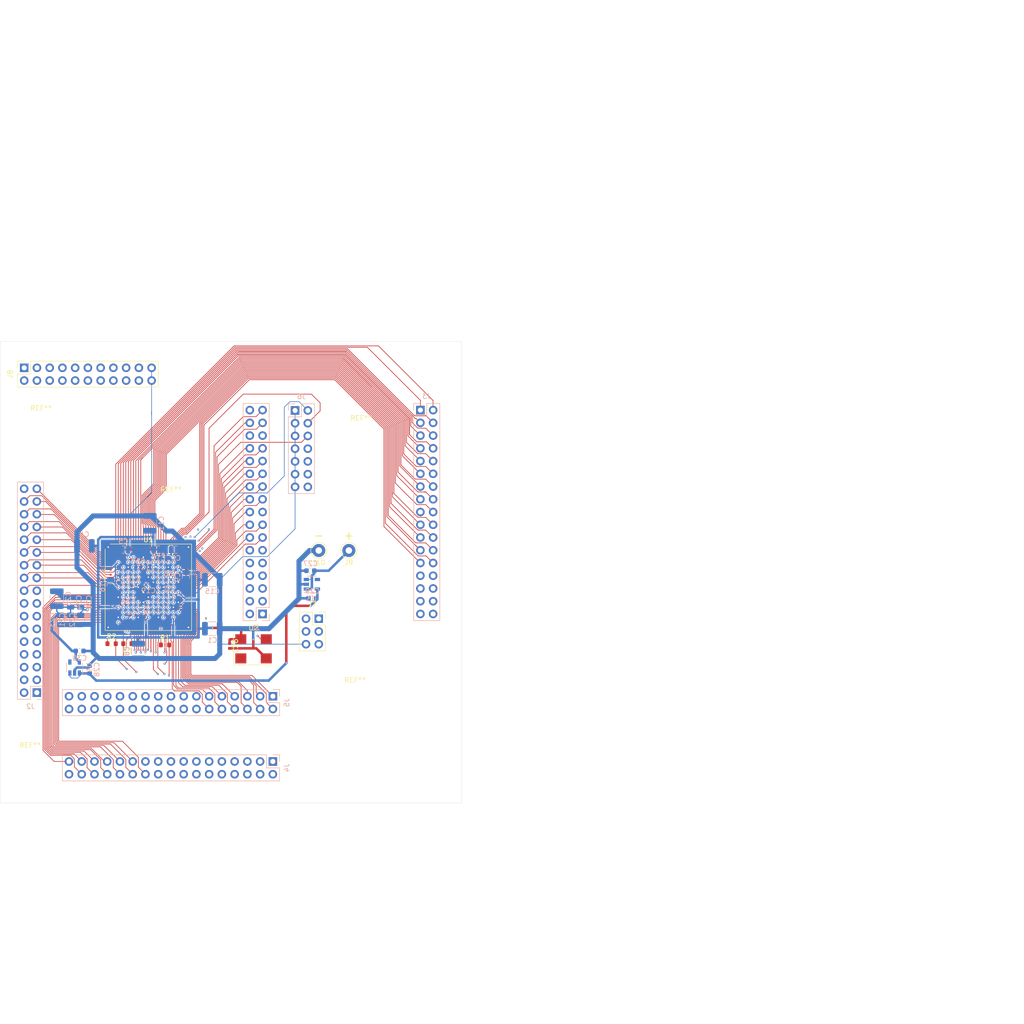
<source format=kicad_pcb>
(kicad_pcb (version 20171130) (host pcbnew "(5.1.9)-1")
  (layers (0 F.Cu mixed) (1 In1.Cu signal) (2 In2.Cu signal) (31 B.Cu mixed) (34 B.Paste user hide) (35 F.Paste user hide) (36 B.SilkS user hide) (37 F.SilkS user) (38 B.Mask user hide) (39 F.Mask user hide) (44 Edge.Cuts user))
  (net 0 "")
  (net 1 /gnd)
  (net 2 "Net-(U1-PadL11)")
  (net 3 "Net-(J1-Pad34)")
  (net 4 "Net-(J1-Pad17)")
  (net 5 "Net-(J2-Pad34)")
  (net 6 "Net-(J2-Pad17)")
  (net 7 "Net-(J3-Pad34)")
  (net 8 "Net-(J3-Pad17)")
  (net 9 "Net-(J4-Pad34)")
  (net 10 "Net-(J4-Pad17)")
  (net 11 "Net-(J5-Pad34)")
  (net 12 "Net-(J5-Pad17)")
  (net 13 /T9-1)
  (net 14 /T13-1)
  (net 15 /T10-1)
  (net 16 /T14-1)
  (net 17 /T11-1)
  (net 18 /T15-1)
  (net 19 /T12-1)
  (net 20 /T16-1)
  (net 21 /T9+1)
  (net 22 /T13+1)
  (net 23 /T10+1)
  (net 24 /T14+1)
  (net 25 /T11+1)
  (net 26 /T15+1)
  (net 27 /T12+1)
  (net 28 /T16+1)
  (net 29 /T8-1)
  (net 30 /T4-1)
  (net 31 /T7-1)
  (net 32 /T3-1)
  (net 33 /T6-1)
  (net 34 /T2-1)
  (net 35 /T5-1)
  (net 36 /T1-1)
  (net 37 /T8+1)
  (net 38 /T4+1)
  (net 39 /T7+1)
  (net 40 /T3+1)
  (net 41 /T6+1)
  (net 42 /T2+1)
  (net 43 /T5+1)
  (net 44 /T1+1)
  (net 45 /T9-2)
  (net 46 /T13-2)
  (net 47 /T10-2)
  (net 48 /T14-2)
  (net 49 /T11-2)
  (net 50 /T15-2)
  (net 51 /T12-2)
  (net 52 /T16-2)
  (net 53 /T9+2)
  (net 54 /T13+2)
  (net 55 /T10+2)
  (net 56 /T14+2)
  (net 57 /T11+2)
  (net 58 /T15+2)
  (net 59 /T12+2)
  (net 60 /T16+2)
  (net 61 /T8-2)
  (net 62 /T4-2)
  (net 63 /T7-2)
  (net 64 /T3-2)
  (net 65 /T6-2)
  (net 66 /T2-2)
  (net 67 /T5-2)
  (net 68 /T1-2)
  (net 69 /T8+2)
  (net 70 /T4+2)
  (net 71 /T7+2)
  (net 72 /T3+2)
  (net 73 /T6+2)
  (net 74 /T2+2)
  (net 75 /T5+2)
  (net 76 /T1+2)
  (net 77 /T9-3)
  (net 78 /T13-3)
  (net 79 /T10-3)
  (net 80 /T14-3)
  (net 81 /T11-3)
  (net 82 /T15-3)
  (net 83 /T12-3)
  (net 84 /T16-3)
  (net 85 /T9+3)
  (net 86 /T13+3)
  (net 87 /T10+3)
  (net 88 /T14+3)
  (net 89 /T11+3)
  (net 90 /T15+3)
  (net 91 /T12+3)
  (net 92 /T16+3)
  (net 93 /T8-3)
  (net 94 /T4-3)
  (net 95 /T7-3)
  (net 96 /T3-3)
  (net 97 /T6-3)
  (net 98 /T2-3)
  (net 99 /T5-3)
  (net 100 /T1-3)
  (net 101 /T8+3)
  (net 102 /T4+3)
  (net 103 /T7+3)
  (net 104 /T3+3)
  (net 105 /T6+3)
  (net 106 /T2+3)
  (net 107 /T5+3)
  (net 108 /T1+3)
  (net 109 /T9-4)
  (net 110 /T13-4)
  (net 111 /T10-4)
  (net 112 /T14-4)
  (net 113 /T11-4)
  (net 114 /T15-4)
  (net 115 /T12-4)
  (net 116 /T16-4)
  (net 117 /T9+4)
  (net 118 /T13+4)
  (net 119 /T10+4)
  (net 120 /T14+4)
  (net 121 /T11+4)
  (net 122 /T15+4)
  (net 123 /T12+4)
  (net 124 /T16+4)
  (net 125 /T8-4)
  (net 126 /T4-4)
  (net 127 /T7-4)
  (net 128 /T3-4)
  (net 129 /T6-4)
  (net 130 /T2-4)
  (net 131 /T5-4)
  (net 132 /T1-4)
  (net 133 /T8+4)
  (net 134 /T4+4)
  (net 135 /T7+4)
  (net 136 /T3+4)
  (net 137 /T6+4)
  (net 138 /T2+4)
  (net 139 /T5+4)
  (net 140 /T1+4)
  (net 141 /T9-5)
  (net 142 /T13-5)
  (net 143 /T10-5)
  (net 144 /T14-5)
  (net 145 /T11-5)
  (net 146 /T15-5)
  (net 147 /T12-5)
  (net 148 /T16-5)
  (net 149 /T9+5)
  (net 150 /T13+5)
  (net 151 /T10+5)
  (net 152 /T14+5)
  (net 153 /T11+5)
  (net 154 /T15+5)
  (net 155 /T12+5)
  (net 156 /T16+5)
  (net 157 /T8-5)
  (net 158 /T4-5)
  (net 159 /T7-5)
  (net 160 /T3-5)
  (net 161 /T6-5)
  (net 162 /T2-5)
  (net 163 /T5-5)
  (net 164 /T1-5)
  (net 165 /T8+5)
  (net 166 /T4+5)
  (net 167 /T7+5)
  (net 168 /T3+5)
  (net 169 /T6+5)
  (net 170 /T2+5)
  (net 171 /T5+5)
  (net 172 /T1+5)
  (net 173 /vcc)
  (net 174 /vcc2)
  (net 175 "Net-(J6-Pad14)")
  (net 176 "Net-(J6-Pad12)")
  (net 177 /tdi)
  (net 178 /tdo)
  (net 179 /tck)
  (net 180 /tms)
  (net 181 /done)
  (net 182 /program_b)
  (net 183 /init_b)
  (net 184 /cclk)
  (net 185 /din)
  (net 186 /extra20)
  (net 187 /extra19)
  (net 188 /extra18)
  (net 189 /extra17)
  (net 190 /extra16)
  (net 191 /extra15)
  (net 192 /extra14)
  (net 193 /extra13)
  (net 194 /extra12)
  (net 195 /extra11)
  (net 196 /extra10)
  (net 197 /extra9)
  (net 198 /extra8)
  (net 199 /extra7)
  (net 200 /extra6)
  (net 201 /extra5)
  (net 202 /extra4)
  (net 203 /extra3)
  (net 204 /extra2)
  (net 205 /extra1)
  (net 206 /vin)
  (net 207 /clk)
  (net 208 "Net-(U2-Pad1)")
  (net 209 "Net-(U3-Pad4)")
  (net 210 "Net-(U4-Pad4)")
  (module Connector_Pin:Pin_D1.3mm_L11.0mm (layer F.Cu) (at 302 196.4)
    (fp_text reference J10 (at 0 2.4) (layer F.SilkS))
    (fp_text value Conn_01x01)
    (pad 1 thru_hole circle (at 0 0) (size 2.6 2.6) (drill 1.3) (layers *.Cu *.Mask) (net 1 /gnd))
  )
  (module Connector_Pin:Pin_D1.3mm_L11.0mm (layer F.Cu) (at 308 196.4)
    (fp_text reference J9 (at 0 2.4) (layer F.SilkS))
    (fp_text value Conn_01x01)
    (pad 1 thru_hole circle (at 0 0) (size 2.6 2.6) (drill 1.3) (layers *.Cu *.Mask) (net 206 /vin))
  )
  (module Package_TO_SOT_SMD:SOT-23-5 (layer B.Cu) (at 300.63 203.13)
    (fp_text reference U3 (at 0 2.9) (layer B.SilkS) (effects (justify mirror)))
    (fp_text value MIC5504-3.3YM5)
    (pad 5 smd rect (at 1.1 0.95) (size 1.06 0.65) (layers B.Cu B.Paste B.Mask) (net 173 /vcc))
    (pad 4 smd rect (at 1.1 -0.95) (size 1.06 0.65) (layers B.Cu B.Paste B.Mask) (net 209 "Net-(U3-Pad4)"))
    (pad 3 smd rect (at -1.1 -0.95) (size 1.06 0.65) (layers B.Cu B.Paste B.Mask) (net 206 /vin))
    (pad 2 smd rect (at -1.1 0) (size 1.06 0.65) (layers B.Cu B.Paste B.Mask) (net 1 /gnd))
    (pad 1 smd rect (at -1.1 0.95) (size 1.06 0.65) (layers B.Cu B.Paste B.Mask) (net 206 /vin))
  )
  (module Package_TO_SOT_SMD:SOT-23-5 (layer B.Cu) (at 253.33 219.73 90)
    (fp_text reference U4 (at 0 2.9 90) (layer B.SilkS) (effects (justify mirror)))
    (fp_text value MIC5504-1.2YM5)
    (pad 5 smd rect (at 1.1 0.95 90) (size 1.06 0.65) (layers B.Cu B.Paste B.Mask) (net 174 /vcc2))
    (pad 4 smd rect (at 1.1 -0.95 90) (size 1.06 0.65) (layers B.Cu B.Paste B.Mask) (net 210 "Net-(U4-Pad4)"))
    (pad 3 smd rect (at -1.1 -0.95 90) (size 1.06 0.65) (layers B.Cu B.Paste B.Mask) (net 173 /vcc))
    (pad 2 smd rect (at -1.1 0 90) (size 1.06 0.65) (layers B.Cu B.Paste B.Mask) (net 1 /gnd))
    (pad 1 smd rect (at -1.1 0.95 90) (size 1.06 0.65) (layers B.Cu B.Paste B.Mask) (net 173 /vcc))
  )
  (module FPGA_Board_Footprints:SiT1602_7_5 (layer F.Cu) (at 289 216)
    (fp_text reference U2 (at 0 -4.2) (layer F.SilkS))
    (fp_text value SiT1602 hide)
    (pad 4 smd rect (at -2.54 -1.905) (size 2.2 2) (layers F.Cu F.Paste F.Mask) (net 173 /vcc))
    (pad 3 smd rect (at 2.54 -1.905) (size 2.2 2) (layers F.Cu F.Paste F.Mask) (net 207 /clk))
    (pad 2 smd rect (at 2.54 1.905) (size 2.2 2) (layers F.Cu F.Paste F.Mask) (net 1 /gnd))
    (pad 1 smd rect (at -2.54 1.905) (size 2.2 2) (layers F.Cu F.Paste F.Mask) (net 208 "Net-(U2-Pad1)"))
  )
  (module Capacitor_SMD:C_0603_1608Metric (layer B.Cu) (at 254.33 216.43)
    (fp_text reference C30 (at 0 1.43) (layer B.SilkS) (effects (justify mirror)))
    (fp_text value 1u)
    (pad 2 smd roundrect (at 0.775 0) (size 0.9 0.95) (layers B.Cu B.Paste B.Mask) (net 1 /gnd))
    (pad 1 smd roundrect (at -0.775 0) (size 0.9 0.95) (layers B.Cu B.Paste B.Mask) (net 174 /vcc2))
  )
  (module Capacitor_SMD:C_0603_1608Metric (layer B.Cu) (at 300.73 205.93 180)
    (fp_text reference C29 (at 0 1.43 180) (layer B.SilkS) (effects (justify mirror)))
    (fp_text value 1u)
    (pad 2 smd roundrect (at 0.775 0 180) (size 0.9 0.95) (layers B.Cu B.Paste B.Mask) (net 1 /gnd))
    (pad 1 smd roundrect (at -0.775 0 180) (size 0.9 0.95) (layers B.Cu B.Paste B.Mask) (net 173 /vcc))
  )
  (module Capacitor_SMD:C_0603_1608Metric (layer B.Cu) (at 256.33 220.13 90)
    (fp_text reference C28 (at 0 1.43 90) (layer B.SilkS) (effects (justify mirror)))
    (fp_text value 1u)
    (pad 2 smd roundrect (at 0.775 0 90) (size 0.9 0.95) (layers B.Cu B.Paste B.Mask) (net 1 /gnd))
    (pad 1 smd roundrect (at -0.775 0 90) (size 0.9 0.95) (layers B.Cu B.Paste B.Mask) (net 173 /vcc))
  )
  (module Capacitor_SMD:C_0603_1608Metric (layer B.Cu) (at 300.33 200.43 180)
    (fp_text reference C27 (at 0 1.43 180) (layer B.SilkS) (effects (justify mirror)))
    (fp_text value 1u)
    (pad 2 smd roundrect (at 0.775 0 180) (size 0.9 0.95) (layers B.Cu B.Paste B.Mask) (net 1 /gnd))
    (pad 1 smd roundrect (at -0.775 0 180) (size 0.9 0.95) (layers B.Cu B.Paste B.Mask) (net 206 /vin))
  )
  (module Capacitor_SMD:C_0402_1005Metric (layer F.Cu) (at 284.23 215.43 270)
    (fp_text reference C26 (at 0 -1.16 90) (layer F.SilkS))
    (fp_text value 0u1)
    (pad 2 smd roundrect (at 0.48 0 270) (size 0.56 0.62) (layers F.Cu F.Paste F.Mask) (net 1 /gnd))
    (pad 1 smd roundrect (at -0.48 0 270) (size 0.56 0.62) (layers F.Cu F.Paste F.Mask) (net 173 /vcc))
  )
  (module MountingHole:MountingHole_3.2mm_M3 (layer F.Cu) (at 244.43 239.43)
    (fp_text reference REF** (at 0 -4.2) (layer F.SilkS))
    (fp_text value MountingHole_3.2mm_M3)
    (pad 1 np_thru_hole circle (at 0 0) (size 3.2 3.2) (drill 3.2) (layers *.Cu *.Mask))
  )
  (module MountingHole:MountingHole_3.2mm_M3 (layer F.Cu) (at 309.23 226.43)
    (fp_text reference REF** (at 0 -4.2) (layer F.SilkS))
    (fp_text value MountingHole_3.2mm_M3)
    (pad 1 np_thru_hole circle (at 0 0) (size 3.2 3.2) (drill 3.2) (layers *.Cu *.Mask))
  )
  (module MountingHole:MountingHole_3.2mm_M3 (layer F.Cu) (at 310.43 174.23)
    (fp_text reference REF** (at 0 -4.2) (layer F.SilkS))
    (fp_text value MountingHole_3.2mm_M3)
    (pad 1 np_thru_hole circle (at 0 0) (size 3.2 3.2) (drill 3.2) (layers *.Cu *.Mask))
  )
  (module MountingHole:MountingHole_3.2mm_M3 (layer F.Cu) (at 246.63 172.23)
    (fp_text reference REF** (at 0 -4.2) (layer F.SilkS))
    (fp_text value MountingHole_3.2mm_M3)
    (pad 1 np_thru_hole circle (at 0 0) (size 3.2 3.2) (drill 3.2) (layers *.Cu *.Mask))
  )
  (module MountingHole:MountingHole_3.5mm (layer F.Cu) (at 272.53 188.73)
    (fp_text reference REF** (at 0 -4.5) (layer F.SilkS))
    (fp_text value MountingHole_3.5mm)
    (pad 1 np_thru_hole circle (at 0 0) (size 3.5 3.5) (drill 3.5) (layers *.Cu *.Mask))
  )
  (module Connector_PinSocket_2.54mm:PinSocket_2x11_P2.54mm_Vertical (layer F.Cu) (at 243.28 159.98 90)
    (fp_text reference J8 (at -1.27 -2.77 90) (layer F.SilkS))
    (fp_text value Conn_02x12_Odd_Even)
    (pad 22 thru_hole oval (at -2.54 25.4 90) (size 1.7 1.7) (drill 1) (layers *.Cu *.Mask) (net 1 /gnd))
    (pad 21 thru_hole oval (at 0 25.4 90) (size 1.7 1.7) (drill 1) (layers *.Cu *.Mask) (net 1 /gnd))
    (pad 20 thru_hole oval (at -2.54 22.86 90) (size 1.7 1.7) (drill 1) (layers *.Cu *.Mask) (net 186 /extra20))
    (pad 19 thru_hole oval (at 0 22.86 90) (size 1.7 1.7) (drill 1) (layers *.Cu *.Mask) (net 187 /extra19))
    (pad 18 thru_hole oval (at -2.54 20.32 90) (size 1.7 1.7) (drill 1) (layers *.Cu *.Mask) (net 188 /extra18))
    (pad 17 thru_hole oval (at 0 20.32 90) (size 1.7 1.7) (drill 1) (layers *.Cu *.Mask) (net 189 /extra17))
    (pad 16 thru_hole oval (at -2.54 17.78 90) (size 1.7 1.7) (drill 1) (layers *.Cu *.Mask) (net 190 /extra16))
    (pad 15 thru_hole oval (at 0 17.78 90) (size 1.7 1.7) (drill 1) (layers *.Cu *.Mask) (net 191 /extra15))
    (pad 14 thru_hole oval (at -2.54 15.24 90) (size 1.7 1.7) (drill 1) (layers *.Cu *.Mask) (net 192 /extra14))
    (pad 13 thru_hole oval (at 0 15.24 90) (size 1.7 1.7) (drill 1) (layers *.Cu *.Mask) (net 193 /extra13))
    (pad 12 thru_hole oval (at -2.54 12.7 90) (size 1.7 1.7) (drill 1) (layers *.Cu *.Mask) (net 194 /extra12))
    (pad 11 thru_hole oval (at 0 12.7 90) (size 1.7 1.7) (drill 1) (layers *.Cu *.Mask) (net 195 /extra11))
    (pad 10 thru_hole oval (at -2.54 10.16 90) (size 1.7 1.7) (drill 1) (layers *.Cu *.Mask) (net 196 /extra10))
    (pad 9 thru_hole oval (at 0 10.16 90) (size 1.7 1.7) (drill 1) (layers *.Cu *.Mask) (net 197 /extra9))
    (pad 8 thru_hole oval (at -2.54 7.62 90) (size 1.7 1.7) (drill 1) (layers *.Cu *.Mask) (net 198 /extra8))
    (pad 7 thru_hole oval (at 0 7.62 90) (size 1.7 1.7) (drill 1) (layers *.Cu *.Mask) (net 199 /extra7))
    (pad 6 thru_hole oval (at -2.54 5.08 90) (size 1.7 1.7) (drill 1) (layers *.Cu *.Mask) (net 200 /extra6))
    (pad 5 thru_hole oval (at 0 5.08 90) (size 1.7 1.7) (drill 1) (layers *.Cu *.Mask) (net 201 /extra5))
    (pad 4 thru_hole oval (at -2.54 2.54 90) (size 1.7 1.7) (drill 1) (layers *.Cu *.Mask) (net 202 /extra4))
    (pad 3 thru_hole oval (at 0 2.54 90) (size 1.7 1.7) (drill 1) (layers *.Cu *.Mask) (net 203 /extra3))
    (pad 2 thru_hole oval (at -2.54 0 90) (size 1.7 1.7) (drill 1) (layers *.Cu *.Mask) (net 204 /extra2))
    (pad 1 thru_hole rect (at 0 0 90) (size 1.7 1.7) (drill 1) (layers *.Cu *.Mask) (net 205 /extra1))
  )
  (module Connector_PinSocket_2.54mm:PinSocket_2x17_P2.54mm_Vertical (layer B.Cu) (at 292.85 238.46 90)
    (fp_text reference J4 (at -1.27 2.77 270) (layer B.SilkS) (effects (justify mirror)))
    (fp_text value Conn_02x17_Odd_Even)
    (pad 34 thru_hole oval (at -2.54 -40.64 90) (size 1.7 1.7) (drill 1) (layers *.Cu *.Mask) (net 9 "Net-(J4-Pad34)"))
    (pad 33 thru_hole oval (at 0 -40.64 90) (size 1.7 1.7) (drill 1) (layers *.Cu *.Mask) (net 109 /T9-4))
    (pad 32 thru_hole oval (at -2.54 -38.1 90) (size 1.7 1.7) (drill 1) (layers *.Cu *.Mask) (net 110 /T13-4))
    (pad 31 thru_hole oval (at 0 -38.1 90) (size 1.7 1.7) (drill 1) (layers *.Cu *.Mask) (net 111 /T10-4))
    (pad 30 thru_hole oval (at -2.54 -35.56 90) (size 1.7 1.7) (drill 1) (layers *.Cu *.Mask) (net 112 /T14-4))
    (pad 29 thru_hole oval (at 0 -35.56 90) (size 1.7 1.7) (drill 1) (layers *.Cu *.Mask) (net 113 /T11-4))
    (pad 28 thru_hole oval (at -2.54 -33.02 90) (size 1.7 1.7) (drill 1) (layers *.Cu *.Mask) (net 114 /T15-4))
    (pad 27 thru_hole oval (at 0 -33.02 90) (size 1.7 1.7) (drill 1) (layers *.Cu *.Mask) (net 115 /T12-4))
    (pad 26 thru_hole oval (at -2.54 -30.48 90) (size 1.7 1.7) (drill 1) (layers *.Cu *.Mask) (net 116 /T16-4))
    (pad 25 thru_hole oval (at 0 -30.48 90) (size 1.7 1.7) (drill 1) (layers *.Cu *.Mask) (net 117 /T9+4))
    (pad 24 thru_hole oval (at -2.54 -27.94 90) (size 1.7 1.7) (drill 1) (layers *.Cu *.Mask) (net 118 /T13+4))
    (pad 23 thru_hole oval (at 0 -27.94 90) (size 1.7 1.7) (drill 1) (layers *.Cu *.Mask) (net 119 /T10+4))
    (pad 22 thru_hole oval (at -2.54 -25.4 90) (size 1.7 1.7) (drill 1) (layers *.Cu *.Mask) (net 120 /T14+4))
    (pad 21 thru_hole oval (at 0 -25.4 90) (size 1.7 1.7) (drill 1) (layers *.Cu *.Mask) (net 121 /T11+4))
    (pad 20 thru_hole oval (at -2.54 -22.86 90) (size 1.7 1.7) (drill 1) (layers *.Cu *.Mask) (net 122 /T15+4))
    (pad 19 thru_hole oval (at 0 -22.86 90) (size 1.7 1.7) (drill 1) (layers *.Cu *.Mask) (net 123 /T12+4))
    (pad 18 thru_hole oval (at -2.54 -20.32 90) (size 1.7 1.7) (drill 1) (layers *.Cu *.Mask) (net 124 /T16+4))
    (pad 17 thru_hole oval (at 0 -20.32 90) (size 1.7 1.7) (drill 1) (layers *.Cu *.Mask) (net 10 "Net-(J4-Pad17)"))
    (pad 16 thru_hole oval (at -2.54 -17.78 90) (size 1.7 1.7) (drill 1) (layers *.Cu *.Mask) (net 125 /T8-4))
    (pad 15 thru_hole oval (at 0 -17.78 90) (size 1.7 1.7) (drill 1) (layers *.Cu *.Mask) (net 126 /T4-4))
    (pad 14 thru_hole oval (at -2.54 -15.24 90) (size 1.7 1.7) (drill 1) (layers *.Cu *.Mask) (net 127 /T7-4))
    (pad 13 thru_hole oval (at 0 -15.24 90) (size 1.7 1.7) (drill 1) (layers *.Cu *.Mask) (net 128 /T3-4))
    (pad 12 thru_hole oval (at -2.54 -12.7 90) (size 1.7 1.7) (drill 1) (layers *.Cu *.Mask) (net 129 /T6-4))
    (pad 11 thru_hole oval (at 0 -12.7 90) (size 1.7 1.7) (drill 1) (layers *.Cu *.Mask) (net 130 /T2-4))
    (pad 10 thru_hole oval (at -2.54 -10.16 90) (size 1.7 1.7) (drill 1) (layers *.Cu *.Mask) (net 131 /T5-4))
    (pad 9 thru_hole oval (at 0 -10.16 90) (size 1.7 1.7) (drill 1) (layers *.Cu *.Mask) (net 132 /T1-4))
    (pad 8 thru_hole oval (at -2.54 -7.62 90) (size 1.7 1.7) (drill 1) (layers *.Cu *.Mask) (net 133 /T8+4))
    (pad 7 thru_hole oval (at 0 -7.62 90) (size 1.7 1.7) (drill 1) (layers *.Cu *.Mask) (net 134 /T4+4))
    (pad 6 thru_hole oval (at -2.54 -5.08 90) (size 1.7 1.7) (drill 1) (layers *.Cu *.Mask) (net 135 /T7+4))
    (pad 5 thru_hole oval (at 0 -5.08 90) (size 1.7 1.7) (drill 1) (layers *.Cu *.Mask) (net 136 /T3+4))
    (pad 4 thru_hole oval (at -2.54 -2.54 90) (size 1.7 1.7) (drill 1) (layers *.Cu *.Mask) (net 137 /T6+4))
    (pad 3 thru_hole oval (at 0 -2.54 90) (size 1.7 1.7) (drill 1) (layers *.Cu *.Mask) (net 138 /T2+4))
    (pad 2 thru_hole oval (at -2.54 0 90) (size 1.7 1.7) (drill 1) (layers *.Cu *.Mask) (net 139 /T5+4))
    (pad 1 thru_hole rect (at 0 0 90) (size 1.7 1.7) (drill 1) (layers *.Cu *.Mask) (net 140 /T1+4))
  )
  (module Connector_PinSocket_2.54mm:PinSocket_2x03_P2.54mm_Vertical (layer F.Cu) (at 302 210)
    (fp_text reference J7 (at -1.27 -2.77) (layer F.SilkS))
    (fp_text value Conn_02x03_Odd_Even)
    (pad 6 thru_hole oval (at -2.54 5.08) (size 1.7 1.7) (drill 1) (layers *.Cu *.Mask) (net 1 /gnd))
    (pad 5 thru_hole oval (at 0 5.08) (size 1.7 1.7) (drill 1) (layers *.Cu *.Mask) (net 181 /done))
    (pad 4 thru_hole oval (at -2.54 2.54) (size 1.7 1.7) (drill 1) (layers *.Cu *.Mask) (net 185 /din))
    (pad 3 thru_hole oval (at 0 2.54) (size 1.7 1.7) (drill 1) (layers *.Cu *.Mask) (net 184 /cclk))
    (pad 2 thru_hole oval (at -2.54 0) (size 1.7 1.7) (drill 1) (layers *.Cu *.Mask) (net 182 /program_b))
    (pad 1 thru_hole rect (at 0 0) (size 1.7 1.7) (drill 1) (layers *.Cu *.Mask) (net 183 /init_b))
  )
  (module Package_BGA:Xilinx_FTG256 (layer F.Cu) (at 268.03 203.73)
    (fp_text reference U1 (at 0 -9.5) (layer F.SilkS))
    (fp_text value XC6SLX16-FTG256)
    (pad T16 smd circle (at 7.5 7.5) (size 0.4 0.4) (layers F.Cu F.Paste F.Mask) (net 1 /gnd))
    (pad T15 smd circle (at 6.5 7.5) (size 0.4 0.4) (layers F.Cu F.Paste F.Mask) (net 165 /T8+5))
    (pad T14 smd circle (at 5.5 7.5) (size 0.4 0.4) (layers F.Cu F.Paste F.Mask) (net 163 /T5-5))
    (pad T13 smd circle (at 4.5 7.5) (size 0.4 0.4) (layers F.Cu F.Paste F.Mask) (net 161 /T6-5))
    (pad T12 smd circle (at 3.5 7.5) (size 0.4 0.4) (layers F.Cu F.Paste F.Mask) (net 186 /extra20))
    (pad T11 smd circle (at 2.5 7.5) (size 0.4 0.4) (layers F.Cu F.Paste F.Mask) (net 173 /vcc))
    (pad T10 smd circle (at 1.5 7.5) (size 0.4 0.4) (layers F.Cu F.Paste F.Mask) (net 150 /T13+5))
    (pad T9 smd circle (at 0.5 7.5) (size 0.4 0.4) (layers F.Cu F.Paste F.Mask) (net 149 /T9+5))
    (pad T8 smd circle (at -0.5 7.5) (size 0.4 0.4) (layers F.Cu F.Paste F.Mask) (net 147 /T12-5))
    (pad T7 smd circle (at -1.5 7.5) (size 0.4 0.4) (layers F.Cu F.Paste F.Mask) (net 145 /T11-5))
    (pad T6 smd circle (at -2.5 7.5) (size 0.4 0.4) (layers F.Cu F.Paste F.Mask) (net 143 /T10-5))
    (pad T5 smd circle (at -3.5 7.5) (size 0.4 0.4) (layers F.Cu F.Paste F.Mask) (net 141 /T9-5))
    (pad T4 smd circle (at -4.5 7.5) (size 0.4 0.4) (layers F.Cu F.Paste F.Mask) (net 132 /T1-4))
    (pad T3 smd circle (at -5.5 7.5) (size 0.4 0.4) (layers F.Cu F.Paste F.Mask) (net 128 /T3-4))
    (pad T2 smd circle (at -6.5 7.5) (size 0.4 0.4) (layers F.Cu F.Paste F.Mask) (net 182 /program_b))
    (pad T1 smd circle (at -7.5 7.5) (size 0.4 0.4) (layers F.Cu F.Paste F.Mask) (net 1 /gnd))
    (pad R16 smd circle (at 7.5 6.5) (size 0.4 0.4) (layers F.Cu F.Paste F.Mask) (net 166 /T4+5))
    (pad R15 smd circle (at 6.5 6.5) (size 0.4 0.4) (layers F.Cu F.Paste F.Mask) (net 164 /T1-5))
    (pad R14 smd circle (at 5.5 6.5) (size 0.4 0.4) (layers F.Cu F.Paste F.Mask) (net 162 /T2-5))
    (pad R13 smd circle (at 4.5 6.5) (size 0.4 0.4) (layers F.Cu F.Paste F.Mask) (net 173 /vcc))
    (pad R12 smd circle (at 3.5 6.5) (size 0.4 0.4) (layers F.Cu F.Paste F.Mask) (net 151 /T10+5))
    (pad R11 smd circle (at 2.5 6.5) (size 0.4 0.4) (layers F.Cu F.Paste F.Mask) (net 184 /cclk))
    (pad R10 smd circle (at 1.5 6.5) (size 0.4 0.4) (layers F.Cu F.Paste F.Mask) (net 1 /gnd))
    (pad R9 smd circle (at 0.5 6.5) (size 0.4 0.4) (layers F.Cu F.Paste F.Mask) (net 148 /T16-5))
    (pad R8 smd circle (at -0.5 6.5) (size 0.4 0.4) (layers F.Cu F.Paste F.Mask) (net 173 /vcc))
    (pad R7 smd circle (at -1.5 6.5) (size 0.4 0.4) (layers F.Cu F.Paste F.Mask) (net 144 /T14-5))
    (pad R6 smd circle (at -2.5 6.5) (size 0.4 0.4) (layers F.Cu F.Paste F.Mask) (net 1 /gnd))
    (pad R5 smd circle (at -3.5 6.5) (size 0.4 0.4) (layers F.Cu F.Paste F.Mask) (net 142 /T13-5))
    (pad R4 smd circle (at -4.5 6.5) (size 0.4 0.4) (layers F.Cu F.Paste F.Mask) (net 173 /vcc))
    (pad R3 smd circle (at -5.5 6.5) (size 0.4 0.4) (layers F.Cu F.Paste F.Mask) (net 183 /init_b))
    (pad R2 smd circle (at -6.5 6.5) (size 0.4 0.4) (layers F.Cu F.Paste F.Mask) (net 120 /T14+4))
    (pad R1 smd circle (at -7.5 6.5) (size 0.4 0.4) (layers F.Cu F.Paste F.Mask) (net 119 /T10+4))
    (pad P16 smd circle (at 7.5 5.5) (size 0.4 0.4) (layers F.Cu F.Paste F.Mask) (net 167 /T7+5))
    (pad P15 smd circle (at 6.5 5.5) (size 0.4 0.4) (layers F.Cu F.Paste F.Mask) (net 168 /T3+5))
    (pad P14 smd circle (at 5.5 5.5) (size 0.4 0.4) (layers F.Cu F.Paste F.Mask) (net 1 /gnd))
    (pad P13 smd circle (at 4.5 5.5) (size 0.4 0.4) (layers F.Cu F.Paste F.Mask) (net 181 /done))
    (pad P12 smd circle (at 3.5 5.5) (size 0.4 0.4) (layers F.Cu F.Paste F.Mask) (net 158 /T4-5))
    (pad P11 smd circle (at 2.5 5.5) (size 0.4 0.4) (layers F.Cu F.Paste F.Mask) (net 159 /T7-5))
    (pad P10 smd circle (at 1.5 5.5) (size 0.4 0.4) (layers F.Cu F.Paste F.Mask) (net 185 /din))
    (pad P9 smd circle (at 0.5 5.5) (size 0.4 0.4) (layers F.Cu F.Paste F.Mask) (net 156 /T16+5))
    (pad P8 smd circle (at -0.5 5.5) (size 0.4 0.4) (layers F.Cu F.Paste F.Mask) (net 146 /T15-5))
    (pad P7 smd circle (at -1.5 5.5) (size 0.4 0.4) (layers F.Cu F.Paste F.Mask) (net 153 /T11+5))
    (pad P6 smd circle (at -2.5 5.5) (size 0.4 0.4) (layers F.Cu F.Paste F.Mask) (net 130 /T2-4))
    (pad P5 smd circle (at -3.5 5.5) (size 0.4 0.4) (layers F.Cu F.Paste F.Mask) (net 133 /T8+4))
    (pad P4 smd circle (at -4.5 5.5) (size 0.4 0.4) (layers F.Cu F.Paste F.Mask) (net 127 /T7-4))
    (pad P3 smd circle (at -5.5 5.5) (size 0.4 0.4) (layers F.Cu F.Paste F.Mask) (net 1 /gnd))
    (pad P2 smd circle (at -6.5 5.5) (size 0.4 0.4) (layers F.Cu F.Paste F.Mask) (net 118 /T13+4))
    (pad P1 smd circle (at -7.5 5.5) (size 0.4 0.4) (layers F.Cu F.Paste F.Mask) (net 117 /T9+4))
    (pad N16 smd circle (at 7.5 4.5) (size 0.4 0.4) (layers F.Cu F.Paste F.Mask) (net 169 /T6+5))
    (pad N15 smd circle (at 6.5 4.5) (size 0.4 0.4) (layers F.Cu F.Paste F.Mask) (net 173 /vcc))
    (pad N14 smd circle (at 5.5 4.5) (size 0.4 0.4) (layers F.Cu F.Paste F.Mask) (net 44 /T1+1))
    (pad N13 smd circle (at 4.5 4.5) (size 0.4 0.4) (layers F.Cu F.Paste F.Mask) (net 1 /gnd))
    (pad N12 smd circle (at 3.5 4.5) (size 0.4 0.4) (layers F.Cu F.Paste F.Mask) (net 160 /T3-5))
    (pad N11 smd circle (at 2.5 4.5) (size 0.4 0.4) (layers F.Cu F.Paste F.Mask) (net 173 /vcc))
    (pad N10 smd circle (at 1.5 4.5) (size 0.4 0.4) (layers F.Cu F.Paste F.Mask) (net 173 /vcc))
    (pad N9 smd circle (at 0.5 4.5) (size 0.4 0.4) (layers F.Cu F.Paste F.Mask) (net 157 /T8-5))
    (pad N8 smd circle (at -0.5 4.5) (size 0.4 0.4) (layers F.Cu F.Paste F.Mask) (net 155 /T12+5))
    (pad N7 smd circle (at -1.5 4.5) (size 0.4 0.4) (layers F.Cu F.Paste F.Mask) (net 173 /vcc))
    (pad N6 smd circle (at -2.5 4.5) (size 0.4 0.4) (layers F.Cu F.Paste F.Mask) (net 152 /T14+5))
    (pad N5 smd circle (at -3.5 4.5) (size 0.4 0.4) (layers F.Cu F.Paste F.Mask) (net 131 /T5-4))
    (pad N4 smd circle (at -4.5 4.5) (size 0.4 0.4) (layers F.Cu F.Paste F.Mask) (net 125 /T8-4))
    (pad N3 smd circle (at -5.5 4.5) (size 0.4 0.4) (layers F.Cu F.Paste F.Mask) (net 116 /T16-4))
    (pad N2 smd circle (at -6.5 4.5) (size 0.4 0.4) (layers F.Cu F.Paste F.Mask) (net 173 /vcc))
    (pad N1 smd circle (at -7.5 4.5) (size 0.4 0.4) (layers F.Cu F.Paste F.Mask) (net 115 /T12-4))
    (pad M16 smd circle (at 7.5 3.5) (size 0.4 0.4) (layers F.Cu F.Paste F.Mask) (net 171 /T5+5))
    (pad M15 smd circle (at 6.5 3.5) (size 0.4 0.4) (layers F.Cu F.Paste F.Mask) (net 172 /T1+5))
    (pad M14 smd circle (at 5.5 3.5) (size 0.4 0.4) (layers F.Cu F.Paste F.Mask) (net 170 /T2+5))
    (pad M13 smd circle (at 4.5 3.5) (size 0.4 0.4) (layers F.Cu F.Paste F.Mask) (net 43 /T5+1))
    (pad M12 smd circle (at 3.5 3.5) (size 0.4 0.4) (layers F.Cu F.Paste F.Mask) (net 139 /T5+4))
    (pad M11 smd circle (at 2.5 3.5) (size 0.4 0.4) (layers F.Cu F.Paste F.Mask) (net 140 /T1+4))
    (pad M10 smd circle (at 1.5 3.5) (size 0.4 0.4) (layers F.Cu F.Paste F.Mask) (net 137 /T6+4))
    (pad M9 smd circle (at 0.5 3.5) (size 0.4 0.4) (layers F.Cu F.Paste F.Mask) (net 154 /T15+5))
    (pad M8 smd circle (at -0.5 3.5) (size 0.4 0.4) (layers F.Cu F.Paste F.Mask) (net 1 /gnd))
    (pad M7 smd circle (at -1.5 3.5) (size 0.4 0.4) (layers F.Cu F.Paste F.Mask) (net 135 /T7+4))
    (pad M6 smd circle (at -2.5 3.5) (size 0.4 0.4) (layers F.Cu F.Paste F.Mask) (net 129 /T6-4))
    (pad M5 smd circle (at -3.5 3.5) (size 0.4 0.4) (layers F.Cu F.Paste F.Mask) (net 126 /T4-4))
    (pad M4 smd circle (at -4.5 3.5) (size 0.4 0.4) (layers F.Cu F.Paste F.Mask) (net 122 /T15+4))
    (pad M3 smd circle (at -5.5 3.5) (size 0.4 0.4) (layers F.Cu F.Paste F.Mask) (net 124 /T16+4))
    (pad M2 smd circle (at -6.5 3.5) (size 0.4 0.4) (layers F.Cu F.Paste F.Mask) (net 114 /T15-4))
    (pad M1 smd circle (at -7.5 3.5) (size 0.4 0.4) (layers F.Cu F.Paste F.Mask) (net 113 /T11-4))
    (pad L16 smd circle (at 7.5 2.5) (size 0.4 0.4) (layers F.Cu F.Paste F.Mask) (net 32 /T3-1))
    (pad L15 smd circle (at 6.5 2.5) (size 0.4 0.4) (layers F.Cu F.Paste F.Mask) (net 1 /gnd))
    (pad L14 smd circle (at 5.5 2.5) (size 0.4 0.4) (layers F.Cu F.Paste F.Mask) (net 41 /T6+1))
    (pad L13 smd circle (at 4.5 2.5) (size 0.4 0.4) (layers F.Cu F.Paste F.Mask) (net 40 /T3+1))
    (pad L12 smd circle (at 3.5 2.5) (size 0.4 0.4) (layers F.Cu F.Paste F.Mask) (net 42 /T2+1))
    (pad L11 smd circle (at 2.5 2.5) (size 0.4 0.4) (layers F.Cu F.Paste F.Mask) (net 2 "Net-(U1-PadL11)"))
    (pad L10 smd circle (at 1.5 2.5) (size 0.4 0.4) (layers F.Cu F.Paste F.Mask) (net 138 /T2+4))
    (pad L9 smd circle (at 0.5 2.5) (size 0.4 0.4) (layers F.Cu F.Paste F.Mask) (net 173 /vcc))
    (pad L8 smd circle (at -0.5 2.5) (size 0.4 0.4) (layers F.Cu F.Paste F.Mask) (net 136 /T3+4))
    (pad L7 smd circle (at -1.5 2.5) (size 0.4 0.4) (layers F.Cu F.Paste F.Mask) (net 134 /T4+4))
    (pad L6 smd circle (at -2.5 2.5) (size 0.4 0.4) (layers F.Cu F.Paste F.Mask) (net 173 /vcc))
    (pad L5 smd circle (at -3.5 2.5) (size 0.4 0.4) (layers F.Cu F.Paste F.Mask) (net 123 /T12+4))
    (pad L4 smd circle (at -4.5 2.5) (size 0.4 0.4) (layers F.Cu F.Paste F.Mask) (net 76 /T1+2))
    (pad L3 smd circle (at -5.5 2.5) (size 0.4 0.4) (layers F.Cu F.Paste F.Mask) (net 112 /T14-4))
    (pad L2 smd circle (at -6.5 2.5) (size 0.4 0.4) (layers F.Cu F.Paste F.Mask) (net 1 /gnd))
    (pad L1 smd circle (at -7.5 2.5) (size 0.4 0.4) (layers F.Cu F.Paste F.Mask) (net 111 /T10-4))
    (pad K16 smd circle (at 7.5 1.5) (size 0.4 0.4) (layers F.Cu F.Paste F.Mask) (net 30 /T4-1))
    (pad K15 smd circle (at 6.5 1.5) (size 0.4 0.4) (layers F.Cu F.Paste F.Mask) (net 29 /T8-1))
    (pad K14 smd circle (at 5.5 1.5) (size 0.4 0.4) (layers F.Cu F.Paste F.Mask) (net 31 /T7-1))
    (pad K13 smd circle (at 4.5 1.5) (size 0.4 0.4) (layers F.Cu F.Paste F.Mask) (net 173 /vcc))
    (pad K12 smd circle (at 3.5 1.5) (size 0.4 0.4) (layers F.Cu F.Paste F.Mask) (net 39 /T7+1))
    (pad K11 smd circle (at 2.5 1.5) (size 0.4 0.4) (layers F.Cu F.Paste F.Mask) (net 207 /clk))
    (pad K10 smd circle (at 1.5 1.5) (size 0.4 0.4) (layers F.Cu F.Paste F.Mask) (net 174 /vcc2))
    (pad K9 smd circle (at 0.5 1.5) (size 0.4 0.4) (layers F.Cu F.Paste F.Mask) (net 1 /gnd))
    (pad K8 smd circle (at -0.5 1.5) (size 0.4 0.4) (layers F.Cu F.Paste F.Mask) (net 174 /vcc2))
    (pad K7 smd circle (at -1.5 1.5) (size 0.4 0.4) (layers F.Cu F.Paste F.Mask) (net 1 /gnd))
    (pad K6 smd circle (at -2.5 1.5) (size 0.4 0.4) (layers F.Cu F.Paste F.Mask) (net 66 /T2-2))
    (pad K5 smd circle (at -3.5 1.5) (size 0.4 0.4) (layers F.Cu F.Paste F.Mask) (net 121 /T11+4))
    (pad K4 smd circle (at -4.5 1.5) (size 0.4 0.4) (layers F.Cu F.Paste F.Mask) (net 173 /vcc))
    (pad K3 smd circle (at -5.5 1.5) (size 0.4 0.4) (layers F.Cu F.Paste F.Mask) (net 60 /T16+2))
    (pad K2 smd circle (at -6.5 1.5) (size 0.4 0.4) (layers F.Cu F.Paste F.Mask) (net 110 /T13-4))
    (pad K1 smd circle (at -7.5 1.5) (size 0.4 0.4) (layers F.Cu F.Paste F.Mask) (net 109 /T9-4))
    (pad J16 smd circle (at 7.5 0.5) (size 0.4 0.4) (layers F.Cu F.Paste F.Mask) (net 28 /T16+1))
    (pad J15 smd circle (at 6.5 0.5) (size 0.4 0.4) (layers F.Cu F.Paste F.Mask) (net 173 /vcc))
    (pad J14 smd circle (at 5.5 0.5) (size 0.4 0.4) (layers F.Cu F.Paste F.Mask) (net 38 /T4+1))
    (pad J13 smd circle (at 4.5 0.5) (size 0.4 0.4) (layers F.Cu F.Paste F.Mask) (net 37 /T8+1))
    (pad J12 smd circle (at 3.5 0.5) (size 0.4 0.4) (layers F.Cu F.Paste F.Mask) (net 36 /T1-1))
    (pad J11 smd circle (at 2.5 0.5) (size 0.4 0.4) (layers F.Cu F.Paste F.Mask) (net 189 /extra17))
    (pad J10 smd circle (at 1.5 0.5) (size 0.4 0.4) (layers F.Cu F.Paste F.Mask) (net 173 /vcc))
    (pad J9 smd circle (at 0.5 0.5) (size 0.4 0.4) (layers F.Cu F.Paste F.Mask) (net 174 /vcc2))
    (pad J8 smd circle (at -0.5 0.5) (size 0.4 0.4) (layers F.Cu F.Paste F.Mask) (net 1 /gnd))
    (pad J7 smd circle (at -1.5 0.5) (size 0.4 0.4) (layers F.Cu F.Paste F.Mask) (net 174 /vcc2))
    (pad J6 smd circle (at -2.5 0.5) (size 0.4 0.4) (layers F.Cu F.Paste F.Mask) (net 65 /T6-2))
    (pad J5 smd circle (at -3.5 0.5) (size 0.4 0.4) (layers F.Cu F.Paste F.Mask) (net 1 /gnd))
    (pad J4 smd circle (at -4.5 0.5) (size 0.4 0.4) (layers F.Cu F.Paste F.Mask) (net 73 /T6+2))
    (pad J3 smd circle (at -5.5 0.5) (size 0.4 0.4) (layers F.Cu F.Paste F.Mask) (net 75 /T5+2))
    (pad J2 smd circle (at -6.5 0.5) (size 0.4 0.4) (layers F.Cu F.Paste F.Mask) (net 173 /vcc))
    (pad J1 smd circle (at -7.5 0.5) (size 0.4 0.4) (layers F.Cu F.Paste F.Mask) (net 59 /T12+2))
    (pad H16 smd circle (at 7.5 -0.5) (size 0.4 0.4) (layers F.Cu F.Paste F.Mask) (net 26 /T15+1))
    (pad H15 smd circle (at 6.5 -0.5) (size 0.4 0.4) (layers F.Cu F.Paste F.Mask) (net 25 /T11+1))
    (pad H14 smd circle (at 5.5 -0.5) (size 0.4 0.4) (layers F.Cu F.Paste F.Mask) (net 27 /T12+1))
    (pad H13 smd circle (at 4.5 -0.5) (size 0.4 0.4) (layers F.Cu F.Paste F.Mask) (net 191 /extra15))
    (pad H12 smd circle (at 3.5 -0.5) (size 0.4 0.4) (layers F.Cu F.Paste F.Mask) (net 1 /gnd))
    (pad H11 smd circle (at 2.5 -0.5) (size 0.4 0.4) (layers F.Cu F.Paste F.Mask) (net 193 /extra13))
    (pad H10 smd circle (at 1.5 -0.5) (size 0.4 0.4) (layers F.Cu F.Paste F.Mask) (net 174 /vcc2))
    (pad H9 smd circle (at 0.5 -0.5) (size 0.4 0.4) (layers F.Cu F.Paste F.Mask) (net 1 /gnd))
    (pad H8 smd circle (at -0.5 -0.5) (size 0.4 0.4) (layers F.Cu F.Paste F.Mask) (net 174 /vcc2))
    (pad H7 smd circle (at -1.5 -0.5) (size 0.4 0.4) (layers F.Cu F.Paste F.Mask) (net 1 /gnd))
    (pad H6 smd circle (at -2.5 -0.5) (size 0.4 0.4) (layers F.Cu F.Paste F.Mask) (net 173 /vcc))
    (pad H5 smd circle (at -3.5 -0.5) (size 0.4 0.4) (layers F.Cu F.Paste F.Mask) (net 64 /T3-2))
    (pad H4 smd circle (at -4.5 -0.5) (size 0.4 0.4) (layers F.Cu F.Paste F.Mask) (net 74 /T2+2))
    (pad H3 smd circle (at -5.5 -0.5) (size 0.4 0.4) (layers F.Cu F.Paste F.Mask) (net 56 /T14+2))
    (pad H2 smd circle (at -6.5 -0.5) (size 0.4 0.4) (layers F.Cu F.Paste F.Mask) (net 58 /T15+2))
    (pad H1 smd circle (at -7.5 -0.5) (size 0.4 0.4) (layers F.Cu F.Paste F.Mask) (net 57 /T11+2))
    (pad G16 smd circle (at 7.5 -1.5) (size 0.4 0.4) (layers F.Cu F.Paste F.Mask) (net 24 /T14+1))
    (pad G15 smd circle (at 6.5 -1.5) (size 0.4 0.4) (layers F.Cu F.Paste F.Mask) (net 1 /gnd))
    (pad G14 smd circle (at 5.5 -1.5) (size 0.4 0.4) (layers F.Cu F.Paste F.Mask) (net 35 /T5-1))
    (pad G13 smd circle (at 4.5 -1.5) (size 0.4 0.4) (layers F.Cu F.Paste F.Mask) (net 173 /vcc))
    (pad G12 smd circle (at 3.5 -1.5) (size 0.4 0.4) (layers F.Cu F.Paste F.Mask) (net 190 /extra16))
    (pad G11 smd circle (at 2.5 -1.5) (size 0.4 0.4) (layers F.Cu F.Paste F.Mask) (net 200 /extra6))
    (pad G10 smd circle (at 1.5 -1.5) (size 0.4 0.4) (layers F.Cu F.Paste F.Mask) (net 173 /vcc))
    (pad G9 smd circle (at 0.5 -1.5) (size 0.4 0.4) (layers F.Cu F.Paste F.Mask) (net 174 /vcc2))
    (pad G8 smd circle (at -0.5 -1.5) (size 0.4 0.4) (layers F.Cu F.Paste F.Mask) (net 1 /gnd))
    (pad G7 smd circle (at -1.5 -1.5) (size 0.4 0.4) (layers F.Cu F.Paste F.Mask) (net 174 /vcc2))
    (pad G6 smd circle (at -2.5 -1.5) (size 0.4 0.4) (layers F.Cu F.Paste F.Mask) (net 61 /T8-2))
    (pad G5 smd circle (at -3.5 -1.5) (size 0.4 0.4) (layers F.Cu F.Paste F.Mask) (net 62 /T4-2))
    (pad G4 smd circle (at -4.5 -1.5) (size 0.4 0.4) (layers F.Cu F.Paste F.Mask) (net 173 /vcc))
    (pad G3 smd circle (at -5.5 -1.5) (size 0.4 0.4) (layers F.Cu F.Paste F.Mask) (net 72 /T3+2))
    (pad G2 smd circle (at -6.5 -1.5) (size 0.4 0.4) (layers F.Cu F.Paste F.Mask) (net 1 /gnd))
    (pad G1 smd circle (at -7.5 -1.5) (size 0.4 0.4) (layers F.Cu F.Paste F.Mask) (net 55 /T10+2))
    (pad F16 smd circle (at 7.5 -2.5) (size 0.4 0.4) (layers F.Cu F.Paste F.Mask) (net 22 /T13+1))
    (pad F15 smd circle (at 6.5 -2.5) (size 0.4 0.4) (layers F.Cu F.Paste F.Mask) (net 21 /T9+1))
    (pad F14 smd circle (at 5.5 -2.5) (size 0.4 0.4) (layers F.Cu F.Paste F.Mask) (net 23 /T10+1))
    (pad F13 smd circle (at 4.5 -2.5) (size 0.4 0.4) (layers F.Cu F.Paste F.Mask) (net 34 /T2-1))
    (pad F12 smd circle (at 3.5 -2.5) (size 0.4 0.4) (layers F.Cu F.Paste F.Mask) (net 192 /extra14))
    (pad F11 smd circle (at 2.5 -2.5) (size 0.4 0.4) (layers F.Cu F.Paste F.Mask) (net 173 /vcc))
    (pad F10 smd circle (at 1.5 -2.5) (size 0.4 0.4) (layers F.Cu F.Paste F.Mask) (net 196 /extra10))
    (pad F9 smd circle (at 0.5 -2.5) (size 0.4 0.4) (layers F.Cu F.Paste F.Mask) (net 194 /extra12))
    (pad F8 smd circle (at -0.5 -2.5) (size 0.4 0.4) (layers F.Cu F.Paste F.Mask) (net 173 /vcc))
    (pad F7 smd circle (at -1.5 -2.5) (size 0.4 0.4) (layers F.Cu F.Paste F.Mask) (net 204 /extra2))
    (pad F6 smd circle (at -2.5 -2.5) (size 0.4 0.4) (layers F.Cu F.Paste F.Mask) (net 63 /T7-2))
    (pad F5 smd circle (at -3.5 -2.5) (size 0.4 0.4) (layers F.Cu F.Paste F.Mask) (net 68 /T1-2))
    (pad F4 smd circle (at -4.5 -2.5) (size 0.4 0.4) (layers F.Cu F.Paste F.Mask) (net 71 /T7+2))
    (pad F3 smd circle (at -5.5 -2.5) (size 0.4 0.4) (layers F.Cu F.Paste F.Mask) (net 69 /T8+2))
    (pad F2 smd circle (at -6.5 -2.5) (size 0.4 0.4) (layers F.Cu F.Paste F.Mask) (net 54 /T13+2))
    (pad F1 smd circle (at -7.5 -2.5) (size 0.4 0.4) (layers F.Cu F.Paste F.Mask) (net 53 /T9+2))
    (pad E16 smd circle (at 7.5 -3.5) (size 0.4 0.4) (layers F.Cu F.Paste F.Mask) (net 20 /T16-1))
    (pad E15 smd circle (at 6.5 -3.5) (size 0.4 0.4) (layers F.Cu F.Paste F.Mask) (net 19 /T12-1))
    (pad E14 smd circle (at 5.5 -3.5) (size 0.4 0.4) (layers F.Cu F.Paste F.Mask) (net 178 /tdo))
    (pad E13 smd circle (at 4.5 -3.5) (size 0.4 0.4) (layers F.Cu F.Paste F.Mask) (net 33 /T6-1))
    (pad E12 smd circle (at 3.5 -3.5) (size 0.4 0.4) (layers F.Cu F.Paste F.Mask) (net 17 /T11-1))
    (pad E11 smd circle (at 2.5 -3.5) (size 0.4 0.4) (layers F.Cu F.Paste F.Mask) (net 78 /T13-3))
    (pad E10 smd circle (at 1.5 -3.5) (size 0.4 0.4) (layers F.Cu F.Paste F.Mask) (net 80 /T14-3))
    (pad E9 smd circle (at 0.5 -3.5) (size 0.4 0.4) (layers F.Cu F.Paste F.Mask) (net 1 /gnd))
    (pad E8 smd circle (at -0.5 -3.5) (size 0.4 0.4) (layers F.Cu F.Paste F.Mask) (net 198 /extra8))
    (pad E7 smd circle (at -1.5 -3.5) (size 0.4 0.4) (layers F.Cu F.Paste F.Mask) (net 202 /extra4))
    (pad E6 smd circle (at -2.5 -3.5) (size 0.4 0.4) (layers F.Cu F.Paste F.Mask) (net 203 /extra3))
    (pad E5 smd circle (at -3.5 -3.5) (size 0.4 0.4) (layers F.Cu F.Paste F.Mask) (net 173 /vcc))
    (pad E4 smd circle (at -4.5 -3.5) (size 0.4 0.4) (layers F.Cu F.Paste F.Mask) (net 70 /T4+2))
    (pad E3 smd circle (at -5.5 -3.5) (size 0.4 0.4) (layers F.Cu F.Paste F.Mask) (net 50 /T15-2))
    (pad E2 smd circle (at -6.5 -3.5) (size 0.4 0.4) (layers F.Cu F.Paste F.Mask) (net 52 /T16-2))
    (pad E1 smd circle (at -7.5 -3.5) (size 0.4 0.4) (layers F.Cu F.Paste F.Mask) (net 51 /T12-2))
    (pad D16 smd circle (at 7.5 -4.5) (size 0.4 0.4) (layers F.Cu F.Paste F.Mask) (net 18 /T15-1))
    (pad D15 smd circle (at 6.5 -4.5) (size 0.4 0.4) (layers F.Cu F.Paste F.Mask) (net 173 /vcc))
    (pad D14 smd circle (at 5.5 -4.5) (size 0.4 0.4) (layers F.Cu F.Paste F.Mask) (net 16 /T14-1))
    (pad D13 smd circle (at 4.5 -4.5) (size 0.4 0.4) (layers F.Cu F.Paste F.Mask) (net 1 /gnd))
    (pad D12 smd circle (at 3.5 -4.5) (size 0.4 0.4) (layers F.Cu F.Paste F.Mask) (net 77 /T9-3))
    (pad D11 smd circle (at 2.5 -4.5) (size 0.4 0.4) (layers F.Cu F.Paste F.Mask) (net 79 /T10-3))
    (pad D10 smd circle (at 1.5 -4.5) (size 0.4 0.4) (layers F.Cu F.Paste F.Mask) (net 173 /vcc))
    (pad D9 smd circle (at 0.5 -4.5) (size 0.4 0.4) (layers F.Cu F.Paste F.Mask) (net 83 /T12-3))
    (pad D8 smd circle (at -0.5 -4.5) (size 0.4 0.4) (layers F.Cu F.Paste F.Mask) (net 195 /extra11))
    (pad D7 smd circle (at -1.5 -4.5) (size 0.4 0.4) (layers F.Cu F.Paste F.Mask) (net 173 /vcc))
    (pad D6 smd circle (at -2.5 -4.5) (size 0.4 0.4) (layers F.Cu F.Paste F.Mask) (net 199 /extra7))
    (pad D5 smd circle (at -3.5 -4.5) (size 0.4 0.4) (layers F.Cu F.Paste F.Mask) (net 205 /extra1))
    (pad D4 smd circle (at -4.5 -4.5) (size 0.4 0.4) (layers F.Cu F.Paste F.Mask) (net 1 /gnd))
    (pad D3 smd circle (at -5.5 -4.5) (size 0.4 0.4) (layers F.Cu F.Paste F.Mask) (net 67 /T5-2))
    (pad D2 smd circle (at -6.5 -4.5) (size 0.4 0.4) (layers F.Cu F.Paste F.Mask) (net 173 /vcc))
    (pad D1 smd circle (at -7.5 -4.5) (size 0.4 0.4) (layers F.Cu F.Paste F.Mask) (net 49 /T11-2))
    (pad C16 smd circle (at 7.5 -5.5) (size 0.4 0.4) (layers F.Cu F.Paste F.Mask) (net 15 /T10-1))
    (pad C15 smd circle (at 6.5 -5.5) (size 0.4 0.4) (layers F.Cu F.Paste F.Mask) (net 14 /T13-1))
    (pad C14 smd circle (at 5.5 -5.5) (size 0.4 0.4) (layers F.Cu F.Paste F.Mask) (net 179 /tck))
    (pad C13 smd circle (at 4.5 -5.5) (size 0.4 0.4) (layers F.Cu F.Paste F.Mask) (net 187 /extra19))
    (pad C12 smd circle (at 3.5 -5.5) (size 0.4 0.4) (layers F.Cu F.Paste F.Mask) (net 177 /tdi))
    (pad C11 smd circle (at 2.5 -5.5) (size 0.4 0.4) (layers F.Cu F.Paste F.Mask) (net 81 /T11-3))
    (pad C10 smd circle (at 1.5 -5.5) (size 0.4 0.4) (layers F.Cu F.Paste F.Mask) (net 90 /T15+3))
    (pad C9 smd circle (at 0.5 -5.5) (size 0.4 0.4) (layers F.Cu F.Paste F.Mask) (net 82 /T15-3))
    (pad C8 smd circle (at -0.5 -5.5) (size 0.4 0.4) (layers F.Cu F.Paste F.Mask) (net 96 /T3-3))
    (pad C7 smd circle (at -1.5 -5.5) (size 0.4 0.4) (layers F.Cu F.Paste F.Mask) (net 197 /extra9))
    (pad C6 smd circle (at -2.5 -5.5) (size 0.4 0.4) (layers F.Cu F.Paste F.Mask) (net 100 /T1-3))
    (pad C5 smd circle (at -3.5 -5.5) (size 0.4 0.4) (layers F.Cu F.Paste F.Mask) (net 201 /extra5))
    (pad C4 smd circle (at -4.5 -5.5) (size 0.4 0.4) (layers F.Cu F.Paste F.Mask) (net 1 /gnd))
    (pad C3 smd circle (at -5.5 -5.5) (size 0.4 0.4) (layers F.Cu F.Paste F.Mask) (net 106 /T2+3))
    (pad C2 smd circle (at -6.5 -5.5) (size 0.4 0.4) (layers F.Cu F.Paste F.Mask) (net 48 /T14-2))
    (pad C1 smd circle (at -7.5 -5.5) (size 0.4 0.4) (layers F.Cu F.Paste F.Mask) (net 47 /T10-2))
    (pad B16 smd circle (at 7.5 -6.5) (size 0.4 0.4) (layers F.Cu F.Paste F.Mask) (net 13 /T9-1))
    (pad B15 smd circle (at 6.5 -6.5) (size 0.4 0.4) (layers F.Cu F.Paste F.Mask) (net 85 /T9+3))
    (pad B14 smd circle (at 5.5 -6.5) (size 0.4 0.4) (layers F.Cu F.Paste F.Mask) (net 87 /T10+3))
    (pad B13 smd circle (at 4.5 -6.5) (size 0.4 0.4) (layers F.Cu F.Paste F.Mask) (net 173 /vcc))
    (pad B12 smd circle (at 3.5 -6.5) (size 0.4 0.4) (layers F.Cu F.Paste F.Mask) (net 88 /T14+3))
    (pad B11 smd circle (at 2.5 -6.5) (size 0.4 0.4) (layers F.Cu F.Paste F.Mask) (net 1 /gnd))
    (pad B10 smd circle (at 1.5 -6.5) (size 0.4 0.4) (layers F.Cu F.Paste F.Mask) (net 94 /T4-3))
    (pad B9 smd circle (at 0.5 -6.5) (size 0.4 0.4) (layers F.Cu F.Paste F.Mask) (net 173 /vcc))
    (pad B8 smd circle (at -0.5 -6.5) (size 0.4 0.4) (layers F.Cu F.Paste F.Mask) (net 98 /T2-3))
    (pad B7 smd circle (at -1.5 -6.5) (size 0.4 0.4) (layers F.Cu F.Paste F.Mask) (net 1 /gnd))
    (pad B6 smd circle (at -2.5 -6.5) (size 0.4 0.4) (layers F.Cu F.Paste F.Mask) (net 102 /T4+3))
    (pad B5 smd circle (at -3.5 -6.5) (size 0.4 0.4) (layers F.Cu F.Paste F.Mask) (net 104 /T3+3))
    (pad B4 smd circle (at -4.5 -6.5) (size 0.4 0.4) (layers F.Cu F.Paste F.Mask) (net 173 /vcc))
    (pad B3 smd circle (at -5.5 -6.5) (size 0.4 0.4) (layers F.Cu F.Paste F.Mask) (net 108 /T1+3))
    (pad B2 smd circle (at -6.5 -6.5) (size 0.4 0.4) (layers F.Cu F.Paste F.Mask) (net 46 /T13-2))
    (pad B1 smd circle (at -7.5 -6.5) (size 0.4 0.4) (layers F.Cu F.Paste F.Mask) (net 45 /T9-2))
    (pad A16 smd circle (at 7.5 -7.5) (size 0.4 0.4) (layers F.Cu F.Paste F.Mask) (net 1 /gnd))
    (pad A15 smd circle (at 6.5 -7.5) (size 0.4 0.4) (layers F.Cu F.Paste F.Mask) (net 180 /tms))
    (pad A14 smd circle (at 5.5 -7.5) (size 0.4 0.4) (layers F.Cu F.Paste F.Mask) (net 84 /T16-3))
    (pad A13 smd circle (at 4.5 -7.5) (size 0.4 0.4) (layers F.Cu F.Paste F.Mask) (net 86 /T13+3))
    (pad A12 smd circle (at 3.5 -7.5) (size 0.4 0.4) (layers F.Cu F.Paste F.Mask) (net 89 /T11+3))
    (pad A11 smd circle (at 2.5 -7.5) (size 0.4 0.4) (layers F.Cu F.Paste F.Mask) (net 91 /T12+3))
    (pad A10 smd circle (at 1.5 -7.5) (size 0.4 0.4) (layers F.Cu F.Paste F.Mask) (net 92 /T16+3))
    (pad A9 smd circle (at 0.5 -7.5) (size 0.4 0.4) (layers F.Cu F.Paste F.Mask) (net 93 /T8-3))
    (pad A8 smd circle (at -0.5 -7.5) (size 0.4 0.4) (layers F.Cu F.Paste F.Mask) (net 95 /T7-3))
    (pad A7 smd circle (at -1.5 -7.5) (size 0.4 0.4) (layers F.Cu F.Paste F.Mask) (net 97 /T6-3))
    (pad A6 smd circle (at -2.5 -7.5) (size 0.4 0.4) (layers F.Cu F.Paste F.Mask) (net 99 /T5-3))
    (pad A5 smd circle (at -3.5 -7.5) (size 0.4 0.4) (layers F.Cu F.Paste F.Mask) (net 101 /T8+3))
    (pad A4 smd circle (at -4.5 -7.5) (size 0.4 0.4) (layers F.Cu F.Paste F.Mask) (net 103 /T7+3))
    (pad A3 smd circle (at -5.5 -7.5) (size 0.4 0.4) (layers F.Cu F.Paste F.Mask) (net 105 /T6+3))
    (pad A2 smd circle (at -6.5 -7.5) (size 0.4 0.4) (layers F.Cu F.Paste F.Mask) (net 107 /T5+3))
    (pad A1 smd circle (at -7.5 -7.5) (size 0.4 0.4) (layers F.Cu F.Paste F.Mask) (net 1 /gnd))
  )
  (module Resistor_SMD:R_0603_1608Metric (layer F.Cu) (at 263.855 214.98 180)
    (fp_text reference R3 (at 0 -1.43) (layer F.SilkS))
    (fp_text value 4k7)
    (pad 2 smd roundrect (at 0.825 0 180) (size 0.8 0.95) (layers F.Cu F.Paste F.Mask) (net 183 /init_b))
    (pad 1 smd roundrect (at -0.825 0 180) (size 0.8 0.95) (layers F.Cu F.Paste F.Mask) (net 173 /vcc))
  )
  (module Resistor_SMD:R_0603_1608Metric (layer F.Cu) (at 260.705 214.98)
    (fp_text reference R2 (at 0 -1.43) (layer F.SilkS))
    (fp_text value 4k7)
    (pad 2 smd roundrect (at 0.825 0) (size 0.8 0.95) (layers F.Cu F.Paste F.Mask) (net 182 /program_b))
    (pad 1 smd roundrect (at -0.825 0) (size 0.8 0.95) (layers F.Cu F.Paste F.Mask) (net 173 /vcc))
  )
  (module Resistor_SMD:R_0603_1608Metric (layer F.Cu) (at 271.355 215.23)
    (fp_text reference R1 (at 0 -1.43) (layer F.SilkS))
    (fp_text value 330)
    (pad 1 smd roundrect (at -0.825 0) (size 0.8 0.95) (layers F.Cu F.Paste F.Mask) (net 173 /vcc))
    (pad 2 smd roundrect (at 0.825 0) (size 0.8 0.95) (layers F.Cu F.Paste F.Mask) (net 181 /done))
  )
  (module Connector_PinSocket_2.54mm:PinSocket_2x07_P2.54mm_Vertical (layer B.Cu) (at 297.28 168.48 180)
    (fp_text reference J6 (at -1.27 2.77) (layer B.SilkS) (effects (justify mirror)))
    (fp_text value jtag)
    (pad 14 thru_hole oval (at -2.54 -15.24 180) (size 1.7 1.7) (drill 1) (layers *.Cu *.Mask) (net 175 "Net-(J6-Pad14)"))
    (pad 13 thru_hole oval (at 0 -15.24 180) (size 1.7 1.7) (drill 1) (layers *.Cu *.Mask) (net 1 /gnd))
    (pad 12 thru_hole oval (at -2.54 -12.7 180) (size 1.7 1.7) (drill 1) (layers *.Cu *.Mask) (net 176 "Net-(J6-Pad12)"))
    (pad 11 thru_hole oval (at 0 -12.7 180) (size 1.7 1.7) (drill 1) (layers *.Cu *.Mask) (net 1 /gnd))
    (pad 10 thru_hole oval (at -2.54 -10.16 180) (size 1.7 1.7) (drill 1) (layers *.Cu *.Mask) (net 177 /tdi))
    (pad 9 thru_hole oval (at 0 -10.16 180) (size 1.7 1.7) (drill 1) (layers *.Cu *.Mask) (net 1 /gnd))
    (pad 8 thru_hole oval (at -2.54 -7.62 180) (size 1.7 1.7) (drill 1) (layers *.Cu *.Mask) (net 178 /tdo))
    (pad 7 thru_hole oval (at 0 -7.62 180) (size 1.7 1.7) (drill 1) (layers *.Cu *.Mask) (net 1 /gnd))
    (pad 6 thru_hole oval (at -2.54 -5.08 180) (size 1.7 1.7) (drill 1) (layers *.Cu *.Mask) (net 179 /tck))
    (pad 5 thru_hole oval (at 0 -5.08 180) (size 1.7 1.7) (drill 1) (layers *.Cu *.Mask) (net 1 /gnd))
    (pad 4 thru_hole oval (at -2.54 -2.54 180) (size 1.7 1.7) (drill 1) (layers *.Cu *.Mask) (net 180 /tms))
    (pad 3 thru_hole oval (at 0 -2.54 180) (size 1.7 1.7) (drill 1) (layers *.Cu *.Mask) (net 1 /gnd))
    (pad 2 thru_hole oval (at -2.54 0 180) (size 1.7 1.7) (drill 1) (layers *.Cu *.Mask) (net 173 /vcc))
    (pad 1 thru_hole rect (at 0 0 180) (size 1.7 1.7) (drill 1) (layers *.Cu *.Mask) (net 1 /gnd))
  )
  (module Capacitor_SMD:C_0402_1005Metric (layer B.Cu) (at 265.03 203.23 180)
    (fp_text reference C18 (at 0 1.16 180) (layer B.SilkS) (effects (justify mirror)))
    (fp_text value 0u47)
    (pad 2 smd roundrect (at 0.48 0 180) (size 0.56 0.62) (layers B.Cu B.Paste B.Mask) (net 1 /gnd))
    (pad 1 smd roundrect (at -0.48 0 180) (size 0.56 0.62) (layers B.Cu B.Paste B.Mask) (net 173 /vcc))
  )
  (module Capacitor_SMD:C_0402_1005Metric (layer B.Cu) (at 268.05 203.23)
    (fp_text reference C19 (at 0 1.16) (layer B.SilkS) (effects (justify mirror)))
    (fp_text value 0u47)
    (pad 2 smd roundrect (at 0.48 0) (size 0.56 0.62) (layers B.Cu B.Paste B.Mask) (net 1 /gnd))
    (pad 1 smd roundrect (at -0.48 0) (size 0.56 0.62) (layers B.Cu B.Paste B.Mask) (net 174 /vcc2))
  )
  (module Capacitor_SMD:C_0402_1005Metric (layer B.Cu) (at 266.03 199.73 180)
    (fp_text reference C17 (at 0 1.16) (layer B.SilkS) (effects (justify mirror)))
    (fp_text value 0u47)
    (pad 2 smd roundrect (at 0.48 0 180) (size 0.56 0.62) (layers B.Cu B.Paste B.Mask) (net 1 /gnd))
    (pad 1 smd roundrect (at -0.48 0 180) (size 0.56 0.62) (layers B.Cu B.Paste B.Mask) (net 173 /vcc))
  )
  (module Capacitor_SMD:C_1210_3225Metric (layer B.Cu) (at 249.78 206.005 90)
    (fp_text reference C25 (at 0 2.3 90) (layer B.SilkS) (effects (justify mirror)))
    (fp_text value 100u)
    (pad 2 smd roundrect (at 1.475 0 90) (size 1.15 2.7) (layers B.Cu B.Paste B.Mask) (roundrect_rratio 0.217391) (net 1 /gnd))
    (pad 1 smd roundrect (at -1.475 0 90) (size 1.15 2.7) (layers B.Cu B.Paste B.Mask) (roundrect_rratio 0.217391) (net 174 /vcc2))
  )
  (module Capacitor_SMD:C_0805_2012Metric (layer B.Cu) (at 252.53 206.73 90)
    (fp_text reference C24 (at 0 1.68 90) (layer B.SilkS) (effects (justify mirror)))
    (fp_text value 4u7)
    (pad 2 smd roundrect (at 0.95 0 90) (size 1 1.45) (layers B.Cu B.Paste B.Mask) (net 1 /gnd))
    (pad 1 smd roundrect (at -0.95 0 90) (size 1 1.45) (layers B.Cu B.Paste B.Mask) (net 174 /vcc2))
  )
  (module Capacitor_SMD:C_0805_2012Metric (layer B.Cu) (at 250.53 210.23 270)
    (fp_text reference C23 (at 0 1.68 270) (layer B.SilkS) (effects (justify mirror)))
    (fp_text value 4u7)
    (pad 2 smd roundrect (at 0.95 0 270) (size 1 1.45) (layers B.Cu B.Paste B.Mask) (net 1 /gnd))
    (pad 1 smd roundrect (at -0.95 0 270) (size 1 1.45) (layers B.Cu B.Paste B.Mask) (net 174 /vcc2))
  )
  (module Capacitor_SMD:C_0805_2012Metric (layer B.Cu) (at 254.53 210.23 270)
    (fp_text reference C22 (at 0 1.68 270) (layer B.SilkS) (effects (justify mirror)))
    (fp_text value 4u7)
    (pad 2 smd roundrect (at 0.95 0 270) (size 1 1.45) (layers B.Cu B.Paste B.Mask) (net 1 /gnd))
    (pad 1 smd roundrect (at -0.95 0 270) (size 1 1.45) (layers B.Cu B.Paste B.Mask) (net 174 /vcc2))
  )
  (module Capacitor_SMD:C_0805_2012Metric (layer B.Cu) (at 252.53 210.23 270)
    (fp_text reference C21 (at 0 1.68 270) (layer B.SilkS) (effects (justify mirror)))
    (fp_text value 4u7)
    (pad 2 smd roundrect (at 0.95 0 270) (size 1 1.45) (layers B.Cu B.Paste B.Mask) (net 1 /gnd))
    (pad 1 smd roundrect (at -0.95 0 270) (size 1 1.45) (layers B.Cu B.Paste B.Mask) (net 174 /vcc2))
  )
  (module Capacitor_SMD:C_0805_2012Metric (layer B.Cu) (at 254.53 206.73 90)
    (fp_text reference C20 (at 0 1.68 90) (layer B.SilkS) (effects (justify mirror)))
    (fp_text value 4u7)
    (pad 2 smd roundrect (at 0.95 0 90) (size 1 1.45) (layers B.Cu B.Paste B.Mask) (net 1 /gnd))
    (pad 1 smd roundrect (at -0.95 0 90) (size 1 1.45) (layers B.Cu B.Paste B.Mask) (net 174 /vcc2))
  )
  (module Capacitor_SMD:C_0805_2012Metric (layer B.Cu) (at 260.53 203.23 270)
    (fp_text reference C16 (at 0 1.68 90) (layer B.SilkS) (effects (justify mirror)))
    (fp_text value 4u7)
    (pad 2 smd roundrect (at 0.95 0 270) (size 1 1.45) (layers B.Cu B.Paste B.Mask) (net 1 /gnd))
    (pad 1 smd roundrect (at -0.95 0 270) (size 1 1.45) (layers B.Cu B.Paste B.Mask) (net 173 /vcc))
  )
  (module Capacitor_SMD:C_1210_3225Metric (layer B.Cu) (at 280.78 202.23)
    (fp_text reference C15 (at 0 2.3) (layer B.SilkS) (effects (justify mirror)))
    (fp_text value 100u)
    (pad 2 smd roundrect (at 1.475 0) (size 1.15 2.7) (layers B.Cu B.Paste B.Mask) (roundrect_rratio 0.217391) (net 1 /gnd))
    (pad 1 smd roundrect (at -1.475 0) (size 1.15 2.7) (layers B.Cu B.Paste B.Mask) (roundrect_rratio 0.217391) (net 173 /vcc))
  )
  (module Capacitor_SMD:C_0402_1005Metric (layer B.Cu) (at 264.03 202.23)
    (fp_text reference C14 (at 0 1.16) (layer B.SilkS) (effects (justify mirror)))
    (fp_text value 0u47)
    (pad 2 smd roundrect (at 0.48 0) (size 0.56 0.62) (layers B.Cu B.Paste B.Mask) (net 1 /gnd))
    (pad 1 smd roundrect (at -0.48 0) (size 0.56 0.62) (layers B.Cu B.Paste B.Mask) (net 173 /vcc))
  )
  (module Capacitor_SMD:C_0402_1005Metric (layer B.Cu) (at 264.03 205.23)
    (fp_text reference C13 (at 0 1.16) (layer B.SilkS) (effects (justify mirror)))
    (fp_text value 0u47)
    (pad 2 smd roundrect (at 0.48 0) (size 0.56 0.62) (layers B.Cu B.Paste B.Mask) (net 1 /gnd))
    (pad 1 smd roundrect (at -0.48 0) (size 0.56 0.62) (layers B.Cu B.Paste B.Mask) (net 173 /vcc))
  )
  (module Capacitor_SMD:C_0805_2012Metric (layer B.Cu) (at 270.03 196.23)
    (fp_text reference C12 (at 0 1.68) (layer B.SilkS) (effects (justify mirror)))
    (fp_text value 4u7)
    (pad 2 smd roundrect (at 0.95 0) (size 1 1.45) (layers B.Cu B.Paste B.Mask) (net 1 /gnd))
    (pad 1 smd roundrect (at -0.95 0) (size 1 1.45) (layers B.Cu B.Paste B.Mask) (net 173 /vcc))
  )
  (module Capacitor_SMD:C_1210_3225Metric (layer B.Cu) (at 268.33 190.98 90)
    (fp_text reference C11 (at 0 2.3 90) (layer B.SilkS) (effects (justify mirror)))
    (fp_text value 100u)
    (pad 2 smd roundrect (at 1.475 0 90) (size 1.15 2.7) (layers B.Cu B.Paste B.Mask) (roundrect_rratio 0.217391) (net 1 /gnd))
    (pad 1 smd roundrect (at -1.475 0 90) (size 1.15 2.7) (layers B.Cu B.Paste B.Mask) (roundrect_rratio 0.217391) (net 173 /vcc))
  )
  (module Capacitor_SMD:C_0402_1005Metric (layer B.Cu) (at 266.53 207.73 90)
    (fp_text reference C10 (at 0 1.16 270) (layer B.SilkS) (effects (justify mirror)))
    (fp_text value 0u47)
    (pad 2 smd roundrect (at 0.48 0 90) (size 0.56 0.62) (layers B.Cu B.Paste B.Mask) (net 1 /gnd))
    (pad 1 smd roundrect (at -0.48 0 90) (size 0.56 0.62) (layers B.Cu B.Paste B.Mask) (net 173 /vcc))
  )
  (module Capacitor_SMD:C_0805_2012Metric (layer B.Cu) (at 275.53 201.73 270)
    (fp_text reference C9 (at 0 1.68 90) (layer B.SilkS) (effects (justify mirror)))
    (fp_text value 4u7)
    (pad 2 smd roundrect (at 0.95 0 270) (size 1 1.45) (layers B.Cu B.Paste B.Mask) (net 1 /gnd))
    (pad 1 smd roundrect (at -0.95 0 270) (size 1 1.45) (layers B.Cu B.Paste B.Mask) (net 173 /vcc))
  )
  (module Capacitor_SMD:C_1210_3225Metric (layer B.Cu) (at 266.03 216.455 270)
    (fp_text reference C8 (at 0 2.3 90) (layer B.SilkS) (effects (justify mirror)))
    (fp_text value 100u)
    (pad 2 smd roundrect (at 1.475 0 270) (size 1.15 2.7) (layers B.Cu B.Paste B.Mask) (roundrect_rratio 0.217391) (net 1 /gnd))
    (pad 1 smd roundrect (at -1.475 0 270) (size 1.15 2.7) (layers B.Cu B.Paste B.Mask) (roundrect_rratio 0.217391) (net 173 /vcc))
  )
  (module Capacitor_SMD:C_0402_1005Metric (layer B.Cu) (at 272.01 205.23 180)
    (fp_text reference C7 (at 0 1.16) (layer B.SilkS) (effects (justify mirror)))
    (fp_text value 0u47)
    (pad 2 smd roundrect (at 0.48 0 180) (size 0.56 0.62) (layers B.Cu B.Paste B.Mask) (net 1 /gnd))
    (pad 1 smd roundrect (at -0.48 0 180) (size 0.56 0.62) (layers B.Cu B.Paste B.Mask) (net 173 /vcc))
  )
  (module Capacitor_SMD:C_0402_1005Metric (layer B.Cu) (at 272.03 202.23 180)
    (fp_text reference C6 (at 0 1.16) (layer B.SilkS) (effects (justify mirror)))
    (fp_text value 0u47)
    (pad 2 smd roundrect (at 0.48 0 180) (size 0.56 0.62) (layers B.Cu B.Paste B.Mask) (net 1 /gnd))
    (pad 1 smd roundrect (at -0.48 0 180) (size 0.56 0.62) (layers B.Cu B.Paste B.Mask) (net 173 /vcc))
  )
  (module Capacitor_SMD:C_0805_2012Metric (layer B.Cu) (at 263.03 196.23 180)
    (fp_text reference C5 (at 0 1.68) (layer B.SilkS) (effects (justify mirror)))
    (fp_text value 4u7)
    (pad 2 smd roundrect (at 0.95 0 180) (size 1 1.45) (layers B.Cu B.Paste B.Mask) (net 1 /gnd))
    (pad 1 smd roundrect (at -0.95 0 180) (size 1 1.45) (layers B.Cu B.Paste B.Mask) (net 173 /vcc))
  )
  (module Capacitor_SMD:C_1210_3225Metric (layer B.Cu) (at 255.28 195.48 180)
    (fp_text reference C4 (at 0 2.3) (layer B.SilkS) (effects (justify mirror)))
    (fp_text value 100u)
    (pad 2 smd roundrect (at 1.475 0 180) (size 1.15 2.7) (layers B.Cu B.Paste B.Mask) (roundrect_rratio 0.217391) (net 1 /gnd))
    (pad 1 smd roundrect (at -1.475 0 180) (size 1.15 2.7) (layers B.Cu B.Paste B.Mask) (roundrect_rratio 0.217391) (net 173 /vcc))
  )
  (module Capacitor_SMD:C_0402_1005Metric (layer B.Cu) (at 269.53 199.73 270)
    (fp_text reference C3 (at 0 1.16 270) (layer B.SilkS) (effects (justify mirror)))
    (fp_text value 0u47)
    (pad 2 smd roundrect (at 0.48 0 270) (size 0.56 0.62) (layers B.Cu B.Paste B.Mask) (net 1 /gnd))
    (pad 1 smd roundrect (at -0.48 0 270) (size 0.56 0.62) (layers B.Cu B.Paste B.Mask) (net 173 /vcc))
  )
  (module Capacitor_SMD:C_0805_2012Metric (layer B.Cu) (at 273.53 196.23)
    (fp_text reference C2 (at 0 1.68 180) (layer B.SilkS) (effects (justify mirror)))
    (fp_text value 4u7)
    (pad 2 smd roundrect (at 0.95 0) (size 1 1.45) (layers B.Cu B.Paste B.Mask) (net 1 /gnd))
    (pad 1 smd roundrect (at -0.95 0) (size 1 1.45) (layers B.Cu B.Paste B.Mask) (net 173 /vcc))
  )
  (module Capacitor_SMD:C_1210_3225Metric (layer B.Cu) (at 280.78 211.98)
    (fp_text reference C1 (at 0 2.3) (layer B.SilkS) (effects (justify mirror)))
    (fp_text value 100u)
    (pad 2 smd roundrect (at 1.475 0) (size 1.15 2.7) (layers B.Cu B.Paste B.Mask) (roundrect_rratio 0.217391) (net 1 /gnd))
    (pad 1 smd roundrect (at -1.475 0) (size 1.15 2.7) (layers B.Cu B.Paste B.Mask) (roundrect_rratio 0.217391) (net 173 /vcc))
  )
  (module Connector_PinSocket_2.54mm:PinSocket_2x17_P2.54mm_Vertical (layer B.Cu) (at 292.86 225.46 90)
    (fp_text reference J5 (at -1.27 2.77 270) (layer B.SilkS) (effects (justify mirror)))
    (fp_text value Conn_02x17_Odd_Even)
    (pad 1 thru_hole rect (at 0 0 90) (size 1.7 1.7) (drill 1) (layers *.Cu *.Mask) (net 172 /T1+5))
    (pad 2 thru_hole oval (at -2.54 0 90) (size 1.7 1.7) (drill 1) (layers *.Cu *.Mask) (net 171 /T5+5))
    (pad 3 thru_hole oval (at 0 -2.54 90) (size 1.7 1.7) (drill 1) (layers *.Cu *.Mask) (net 170 /T2+5))
    (pad 4 thru_hole oval (at -2.54 -2.54 90) (size 1.7 1.7) (drill 1) (layers *.Cu *.Mask) (net 169 /T6+5))
    (pad 5 thru_hole oval (at 0 -5.08 90) (size 1.7 1.7) (drill 1) (layers *.Cu *.Mask) (net 168 /T3+5))
    (pad 6 thru_hole oval (at -2.54 -5.08 90) (size 1.7 1.7) (drill 1) (layers *.Cu *.Mask) (net 167 /T7+5))
    (pad 7 thru_hole oval (at 0 -7.62 90) (size 1.7 1.7) (drill 1) (layers *.Cu *.Mask) (net 166 /T4+5))
    (pad 8 thru_hole oval (at -2.54 -7.62 90) (size 1.7 1.7) (drill 1) (layers *.Cu *.Mask) (net 165 /T8+5))
    (pad 9 thru_hole oval (at 0 -10.16 90) (size 1.7 1.7) (drill 1) (layers *.Cu *.Mask) (net 164 /T1-5))
    (pad 10 thru_hole oval (at -2.54 -10.16 90) (size 1.7 1.7) (drill 1) (layers *.Cu *.Mask) (net 163 /T5-5))
    (pad 11 thru_hole oval (at 0 -12.7 90) (size 1.7 1.7) (drill 1) (layers *.Cu *.Mask) (net 162 /T2-5))
    (pad 12 thru_hole oval (at -2.54 -12.7 90) (size 1.7 1.7) (drill 1) (layers *.Cu *.Mask) (net 161 /T6-5))
    (pad 13 thru_hole oval (at 0 -15.24 90) (size 1.7 1.7) (drill 1) (layers *.Cu *.Mask) (net 160 /T3-5))
    (pad 14 thru_hole oval (at -2.54 -15.24 90) (size 1.7 1.7) (drill 1) (layers *.Cu *.Mask) (net 159 /T7-5))
    (pad 15 thru_hole oval (at 0 -17.78 90) (size 1.7 1.7) (drill 1) (layers *.Cu *.Mask) (net 158 /T4-5))
    (pad 16 thru_hole oval (at -2.54 -17.78 90) (size 1.7 1.7) (drill 1) (layers *.Cu *.Mask) (net 157 /T8-5))
    (pad 17 thru_hole oval (at 0 -20.32 90) (size 1.7 1.7) (drill 1) (layers *.Cu *.Mask) (net 12 "Net-(J5-Pad17)"))
    (pad 18 thru_hole oval (at -2.54 -20.32 90) (size 1.7 1.7) (drill 1) (layers *.Cu *.Mask) (net 156 /T16+5))
    (pad 19 thru_hole oval (at 0 -22.86 90) (size 1.7 1.7) (drill 1) (layers *.Cu *.Mask) (net 155 /T12+5))
    (pad 20 thru_hole oval (at -2.54 -22.86 90) (size 1.7 1.7) (drill 1) (layers *.Cu *.Mask) (net 154 /T15+5))
    (pad 21 thru_hole oval (at 0 -25.4 90) (size 1.7 1.7) (drill 1) (layers *.Cu *.Mask) (net 153 /T11+5))
    (pad 22 thru_hole oval (at -2.54 -25.4 90) (size 1.7 1.7) (drill 1) (layers *.Cu *.Mask) (net 152 /T14+5))
    (pad 23 thru_hole oval (at 0 -27.94 90) (size 1.7 1.7) (drill 1) (layers *.Cu *.Mask) (net 151 /T10+5))
    (pad 24 thru_hole oval (at -2.54 -27.94 90) (size 1.7 1.7) (drill 1) (layers *.Cu *.Mask) (net 150 /T13+5))
    (pad 25 thru_hole oval (at 0 -30.48 90) (size 1.7 1.7) (drill 1) (layers *.Cu *.Mask) (net 149 /T9+5))
    (pad 26 thru_hole oval (at -2.54 -30.48 90) (size 1.7 1.7) (drill 1) (layers *.Cu *.Mask) (net 148 /T16-5))
    (pad 27 thru_hole oval (at 0 -33.02 90) (size 1.7 1.7) (drill 1) (layers *.Cu *.Mask) (net 147 /T12-5))
    (pad 28 thru_hole oval (at -2.54 -33.02 90) (size 1.7 1.7) (drill 1) (layers *.Cu *.Mask) (net 146 /T15-5))
    (pad 29 thru_hole oval (at 0 -35.56 90) (size 1.7 1.7) (drill 1) (layers *.Cu *.Mask) (net 145 /T11-5))
    (pad 30 thru_hole oval (at -2.54 -35.56 90) (size 1.7 1.7) (drill 1) (layers *.Cu *.Mask) (net 144 /T14-5))
    (pad 31 thru_hole oval (at 0 -38.1 90) (size 1.7 1.7) (drill 1) (layers *.Cu *.Mask) (net 143 /T10-5))
    (pad 32 thru_hole oval (at -2.54 -38.1 90) (size 1.7 1.7) (drill 1) (layers *.Cu *.Mask) (net 142 /T13-5))
    (pad 33 thru_hole oval (at 0 -40.64 90) (size 1.7 1.7) (drill 1) (layers *.Cu *.Mask) (net 141 /T9-5))
    (pad 34 thru_hole oval (at -2.54 -40.64 90) (size 1.7 1.7) (drill 1) (layers *.Cu *.Mask) (net 11 "Net-(J5-Pad34)"))
  )
  (module Connector_PinSocket_2.54mm:PinSocket_2x17_P2.54mm_Vertical (layer B.Cu) (at 322.26 168.41 180)
    (fp_text reference J3 (at -1.27 2.77) (layer B.SilkS) (effects (justify mirror)))
    (fp_text value Conn_02x17_Odd_Even)
    (pad 34 thru_hole oval (at -2.54 -40.64 180) (size 1.7 1.7) (drill 1) (layers *.Cu *.Mask) (net 7 "Net-(J3-Pad34)"))
    (pad 33 thru_hole oval (at 0 -40.64 180) (size 1.7 1.7) (drill 1) (layers *.Cu *.Mask) (net 77 /T9-3))
    (pad 32 thru_hole oval (at -2.54 -38.1 180) (size 1.7 1.7) (drill 1) (layers *.Cu *.Mask) (net 78 /T13-3))
    (pad 31 thru_hole oval (at 0 -38.1 180) (size 1.7 1.7) (drill 1) (layers *.Cu *.Mask) (net 79 /T10-3))
    (pad 30 thru_hole oval (at -2.54 -35.56 180) (size 1.7 1.7) (drill 1) (layers *.Cu *.Mask) (net 80 /T14-3))
    (pad 29 thru_hole oval (at 0 -35.56 180) (size 1.7 1.7) (drill 1) (layers *.Cu *.Mask) (net 81 /T11-3))
    (pad 28 thru_hole oval (at -2.54 -33.02 180) (size 1.7 1.7) (drill 1) (layers *.Cu *.Mask) (net 82 /T15-3))
    (pad 27 thru_hole oval (at 0 -33.02 180) (size 1.7 1.7) (drill 1) (layers *.Cu *.Mask) (net 83 /T12-3))
    (pad 26 thru_hole oval (at -2.54 -30.48 180) (size 1.7 1.7) (drill 1) (layers *.Cu *.Mask) (net 84 /T16-3))
    (pad 25 thru_hole oval (at 0 -30.48 180) (size 1.7 1.7) (drill 1) (layers *.Cu *.Mask) (net 85 /T9+3))
    (pad 24 thru_hole oval (at -2.54 -27.94 180) (size 1.7 1.7) (drill 1) (layers *.Cu *.Mask) (net 86 /T13+3))
    (pad 23 thru_hole oval (at 0 -27.94 180) (size 1.7 1.7) (drill 1) (layers *.Cu *.Mask) (net 87 /T10+3))
    (pad 22 thru_hole oval (at -2.54 -25.4 180) (size 1.7 1.7) (drill 1) (layers *.Cu *.Mask) (net 88 /T14+3))
    (pad 21 thru_hole oval (at 0 -25.4 180) (size 1.7 1.7) (drill 1) (layers *.Cu *.Mask) (net 89 /T11+3))
    (pad 20 thru_hole oval (at -2.54 -22.86 180) (size 1.7 1.7) (drill 1) (layers *.Cu *.Mask) (net 90 /T15+3))
    (pad 19 thru_hole oval (at 0 -22.86 180) (size 1.7 1.7) (drill 1) (layers *.Cu *.Mask) (net 91 /T12+3))
    (pad 18 thru_hole oval (at -2.54 -20.32 180) (size 1.7 1.7) (drill 1) (layers *.Cu *.Mask) (net 92 /T16+3))
    (pad 17 thru_hole oval (at 0 -20.32 180) (size 1.7 1.7) (drill 1) (layers *.Cu *.Mask) (net 8 "Net-(J3-Pad17)"))
    (pad 16 thru_hole oval (at -2.54 -17.78 180) (size 1.7 1.7) (drill 1) (layers *.Cu *.Mask) (net 93 /T8-3))
    (pad 15 thru_hole oval (at 0 -17.78 180) (size 1.7 1.7) (drill 1) (layers *.Cu *.Mask) (net 94 /T4-3))
    (pad 14 thru_hole oval (at -2.54 -15.24 180) (size 1.7 1.7) (drill 1) (layers *.Cu *.Mask) (net 95 /T7-3))
    (pad 13 thru_hole oval (at 0 -15.24 180) (size 1.7 1.7) (drill 1) (layers *.Cu *.Mask) (net 96 /T3-3))
    (pad 12 thru_hole oval (at -2.54 -12.7 180) (size 1.7 1.7) (drill 1) (layers *.Cu *.Mask) (net 97 /T6-3))
    (pad 11 thru_hole oval (at 0 -12.7 180) (size 1.7 1.7) (drill 1) (layers *.Cu *.Mask) (net 98 /T2-3))
    (pad 10 thru_hole oval (at -2.54 -10.16 180) (size 1.7 1.7) (drill 1) (layers *.Cu *.Mask) (net 99 /T5-3))
    (pad 9 thru_hole oval (at 0 -10.16 180) (size 1.7 1.7) (drill 1) (layers *.Cu *.Mask) (net 100 /T1-3))
    (pad 8 thru_hole oval (at -2.54 -7.62 180) (size 1.7 1.7) (drill 1) (layers *.Cu *.Mask) (net 101 /T8+3))
    (pad 7 thru_hole oval (at 0 -7.62 180) (size 1.7 1.7) (drill 1) (layers *.Cu *.Mask) (net 102 /T4+3))
    (pad 6 thru_hole oval (at -2.54 -5.08 180) (size 1.7 1.7) (drill 1) (layers *.Cu *.Mask) (net 103 /T7+3))
    (pad 5 thru_hole oval (at 0 -5.08 180) (size 1.7 1.7) (drill 1) (layers *.Cu *.Mask) (net 104 /T3+3))
    (pad 4 thru_hole oval (at -2.54 -2.54 180) (size 1.7 1.7) (drill 1) (layers *.Cu *.Mask) (net 105 /T6+3))
    (pad 3 thru_hole oval (at 0 -2.54 180) (size 1.7 1.7) (drill 1) (layers *.Cu *.Mask) (net 106 /T2+3))
    (pad 2 thru_hole oval (at -2.54 0 180) (size 1.7 1.7) (drill 1) (layers *.Cu *.Mask) (net 107 /T5+3))
    (pad 1 thru_hole rect (at 0 0 180) (size 1.7 1.7) (drill 1) (layers *.Cu *.Mask) (net 108 /T1+3))
  )
  (module Connector_PinSocket_2.54mm:PinSocket_2x17_P2.54mm_Vertical (layer B.Cu) (at 245.8 224.73)
    (fp_text reference J2 (at -1.27 2.77) (layer B.SilkS) (effects (justify mirror)))
    (fp_text value Conn_02x17_Odd_Even)
    (pad 34 thru_hole oval (at -2.54 -40.64) (size 1.7 1.7) (drill 1) (layers *.Cu *.Mask) (net 5 "Net-(J2-Pad34)"))
    (pad 33 thru_hole oval (at 0 -40.64) (size 1.7 1.7) (drill 1) (layers *.Cu *.Mask) (net 45 /T9-2))
    (pad 32 thru_hole oval (at -2.54 -38.1) (size 1.7 1.7) (drill 1) (layers *.Cu *.Mask) (net 46 /T13-2))
    (pad 31 thru_hole oval (at 0 -38.1) (size 1.7 1.7) (drill 1) (layers *.Cu *.Mask) (net 47 /T10-2))
    (pad 30 thru_hole oval (at -2.54 -35.56) (size 1.7 1.7) (drill 1) (layers *.Cu *.Mask) (net 48 /T14-2))
    (pad 29 thru_hole oval (at 0 -35.56) (size 1.7 1.7) (drill 1) (layers *.Cu *.Mask) (net 49 /T11-2))
    (pad 28 thru_hole oval (at -2.54 -33.02) (size 1.7 1.7) (drill 1) (layers *.Cu *.Mask) (net 50 /T15-2))
    (pad 27 thru_hole oval (at 0 -33.02) (size 1.7 1.7) (drill 1) (layers *.Cu *.Mask) (net 51 /T12-2))
    (pad 26 thru_hole oval (at -2.54 -30.48) (size 1.7 1.7) (drill 1) (layers *.Cu *.Mask) (net 52 /T16-2))
    (pad 25 thru_hole oval (at 0 -30.48) (size 1.7 1.7) (drill 1) (layers *.Cu *.Mask) (net 53 /T9+2))
    (pad 24 thru_hole oval (at -2.54 -27.94) (size 1.7 1.7) (drill 1) (layers *.Cu *.Mask) (net 54 /T13+2))
    (pad 23 thru_hole oval (at 0 -27.94) (size 1.7 1.7) (drill 1) (layers *.Cu *.Mask) (net 55 /T10+2))
    (pad 22 thru_hole oval (at -2.54 -25.4) (size 1.7 1.7) (drill 1) (layers *.Cu *.Mask) (net 56 /T14+2))
    (pad 21 thru_hole oval (at 0 -25.4) (size 1.7 1.7) (drill 1) (layers *.Cu *.Mask) (net 57 /T11+2))
    (pad 20 thru_hole oval (at -2.54 -22.86) (size 1.7 1.7) (drill 1) (layers *.Cu *.Mask) (net 58 /T15+2))
    (pad 19 thru_hole oval (at 0 -22.86) (size 1.7 1.7) (drill 1) (layers *.Cu *.Mask) (net 59 /T12+2))
    (pad 18 thru_hole oval (at -2.54 -20.32) (size 1.7 1.7) (drill 1) (layers *.Cu *.Mask) (net 60 /T16+2))
    (pad 17 thru_hole oval (at 0 -20.32) (size 1.7 1.7) (drill 1) (layers *.Cu *.Mask) (net 6 "Net-(J2-Pad17)"))
    (pad 16 thru_hole oval (at -2.54 -17.78) (size 1.7 1.7) (drill 1) (layers *.Cu *.Mask) (net 61 /T8-2))
    (pad 15 thru_hole oval (at 0 -17.78) (size 1.7 1.7) (drill 1) (layers *.Cu *.Mask) (net 62 /T4-2))
    (pad 14 thru_hole oval (at -2.54 -15.24) (size 1.7 1.7) (drill 1) (layers *.Cu *.Mask) (net 63 /T7-2))
    (pad 13 thru_hole oval (at 0 -15.24) (size 1.7 1.7) (drill 1) (layers *.Cu *.Mask) (net 64 /T3-2))
    (pad 12 thru_hole oval (at -2.54 -12.7) (size 1.7 1.7) (drill 1) (layers *.Cu *.Mask) (net 65 /T6-2))
    (pad 11 thru_hole oval (at 0 -12.7) (size 1.7 1.7) (drill 1) (layers *.Cu *.Mask) (net 66 /T2-2))
    (pad 10 thru_hole oval (at -2.54 -10.16) (size 1.7 1.7) (drill 1) (layers *.Cu *.Mask) (net 67 /T5-2))
    (pad 9 thru_hole oval (at 0 -10.16) (size 1.7 1.7) (drill 1) (layers *.Cu *.Mask) (net 68 /T1-2))
    (pad 8 thru_hole oval (at -2.54 -7.62) (size 1.7 1.7) (drill 1) (layers *.Cu *.Mask) (net 69 /T8+2))
    (pad 7 thru_hole oval (at 0 -7.62) (size 1.7 1.7) (drill 1) (layers *.Cu *.Mask) (net 70 /T4+2))
    (pad 6 thru_hole oval (at -2.54 -5.08) (size 1.7 1.7) (drill 1) (layers *.Cu *.Mask) (net 71 /T7+2))
    (pad 5 thru_hole oval (at 0 -5.08) (size 1.7 1.7) (drill 1) (layers *.Cu *.Mask) (net 72 /T3+2))
    (pad 4 thru_hole oval (at -2.54 -2.54) (size 1.7 1.7) (drill 1) (layers *.Cu *.Mask) (net 73 /T6+2))
    (pad 3 thru_hole oval (at 0 -2.54) (size 1.7 1.7) (drill 1) (layers *.Cu *.Mask) (net 74 /T2+2))
    (pad 2 thru_hole oval (at -2.54 0) (size 1.7 1.7) (drill 1) (layers *.Cu *.Mask) (net 75 /T5+2))
    (pad 1 thru_hole rect (at 0 0) (size 1.7 1.7) (drill 1) (layers *.Cu *.Mask) (net 76 /T1+2))
  )
  (module Connector_PinSocket_2.54mm:PinSocket_2x17_P2.54mm_Vertical (layer B.Cu) (at 290.8 209.05)
    (fp_text reference J1 (at -1.27 2.77) (layer B.SilkS) (effects (justify mirror)))
    (fp_text value Conn_02x17_Odd_Even)
    (pad 34 thru_hole oval (at -2.54 -40.64) (size 1.7 1.7) (drill 1) (layers *.Cu *.Mask) (net 3 "Net-(J1-Pad34)"))
    (pad 33 thru_hole oval (at 0 -40.64) (size 1.7 1.7) (drill 1) (layers *.Cu *.Mask) (net 13 /T9-1))
    (pad 32 thru_hole oval (at -2.54 -38.1) (size 1.7 1.7) (drill 1) (layers *.Cu *.Mask) (net 14 /T13-1))
    (pad 31 thru_hole oval (at 0 -38.1) (size 1.7 1.7) (drill 1) (layers *.Cu *.Mask) (net 15 /T10-1))
    (pad 30 thru_hole oval (at -2.54 -35.56) (size 1.7 1.7) (drill 1) (layers *.Cu *.Mask) (net 16 /T14-1))
    (pad 29 thru_hole oval (at 0 -35.56) (size 1.7 1.7) (drill 1) (layers *.Cu *.Mask) (net 17 /T11-1))
    (pad 28 thru_hole oval (at -2.54 -33.02) (size 1.7 1.7) (drill 1) (layers *.Cu *.Mask) (net 18 /T15-1))
    (pad 27 thru_hole oval (at 0 -33.02) (size 1.7 1.7) (drill 1) (layers *.Cu *.Mask) (net 19 /T12-1))
    (pad 26 thru_hole oval (at -2.54 -30.48) (size 1.7 1.7) (drill 1) (layers *.Cu *.Mask) (net 20 /T16-1))
    (pad 25 thru_hole oval (at 0 -30.48) (size 1.7 1.7) (drill 1) (layers *.Cu *.Mask) (net 21 /T9+1))
    (pad 24 thru_hole oval (at -2.54 -27.94) (size 1.7 1.7) (drill 1) (layers *.Cu *.Mask) (net 22 /T13+1))
    (pad 23 thru_hole oval (at 0 -27.94) (size 1.7 1.7) (drill 1) (layers *.Cu *.Mask) (net 23 /T10+1))
    (pad 22 thru_hole oval (at -2.54 -25.4) (size 1.7 1.7) (drill 1) (layers *.Cu *.Mask) (net 24 /T14+1))
    (pad 21 thru_hole oval (at 0 -25.4) (size 1.7 1.7) (drill 1) (layers *.Cu *.Mask) (net 25 /T11+1))
    (pad 20 thru_hole oval (at -2.54 -22.86) (size 1.7 1.7) (drill 1) (layers *.Cu *.Mask) (net 26 /T15+1))
    (pad 19 thru_hole oval (at 0 -22.86) (size 1.7 1.7) (drill 1) (layers *.Cu *.Mask) (net 27 /T12+1))
    (pad 18 thru_hole oval (at -2.54 -20.32) (size 1.7 1.7) (drill 1) (layers *.Cu *.Mask) (net 28 /T16+1))
    (pad 17 thru_hole oval (at 0 -20.32) (size 1.7 1.7) (drill 1) (layers *.Cu *.Mask) (net 4 "Net-(J1-Pad17)"))
    (pad 16 thru_hole oval (at -2.54 -17.78) (size 1.7 1.7) (drill 1) (layers *.Cu *.Mask) (net 29 /T8-1))
    (pad 15 thru_hole oval (at 0 -17.78) (size 1.7 1.7) (drill 1) (layers *.Cu *.Mask) (net 30 /T4-1))
    (pad 14 thru_hole oval (at -2.54 -15.24) (size 1.7 1.7) (drill 1) (layers *.Cu *.Mask) (net 31 /T7-1))
    (pad 13 thru_hole oval (at 0 -15.24) (size 1.7 1.7) (drill 1) (layers *.Cu *.Mask) (net 32 /T3-1))
    (pad 12 thru_hole oval (at -2.54 -12.7) (size 1.7 1.7) (drill 1) (layers *.Cu *.Mask) (net 33 /T6-1))
    (pad 11 thru_hole oval (at 0 -12.7) (size 1.7 1.7) (drill 1) (layers *.Cu *.Mask) (net 34 /T2-1))
    (pad 10 thru_hole oval (at -2.54 -10.16) (size 1.7 1.7) (drill 1) (layers *.Cu *.Mask) (net 35 /T5-1))
    (pad 9 thru_hole oval (at 0 -10.16) (size 1.7 1.7) (drill 1) (layers *.Cu *.Mask) (net 36 /T1-1))
    (pad 8 thru_hole oval (at -2.54 -7.62) (size 1.7 1.7) (drill 1) (layers *.Cu *.Mask) (net 37 /T8+1))
    (pad 7 thru_hole oval (at 0 -7.62) (size 1.7 1.7) (drill 1) (layers *.Cu *.Mask) (net 38 /T4+1))
    (pad 6 thru_hole oval (at -2.54 -5.08) (size 1.7 1.7) (drill 1) (layers *.Cu *.Mask) (net 39 /T7+1))
    (pad 5 thru_hole oval (at 0 -5.08) (size 1.7 1.7) (drill 1) (layers *.Cu *.Mask) (net 40 /T3+1))
    (pad 4 thru_hole oval (at -2.54 -2.54) (size 1.7 1.7) (drill 1) (layers *.Cu *.Mask) (net 41 /T6+1))
    (pad 3 thru_hole oval (at 0 -2.54) (size 1.7 1.7) (drill 1) (layers *.Cu *.Mask) (net 42 /T2+1))
    (pad 2 thru_hole oval (at -2.54 0) (size 1.7 1.7) (drill 1) (layers *.Cu *.Mask) (net 43 /T5+1))
    (pad 1 thru_hole rect (at 0 0) (size 1.7 1.7) (drill 1) (layers *.Cu *.Mask) (net 44 /T1+1))
  )
  (gr_text - (at 302 193.4) (layer F.SilkS) (effects (font (size 1.5 1.5) (thickness 0.3))))
  (gr_text + (at 308 193.4) (layer F.SilkS) (effects (font (size 1.5 1.5) (thickness 0.3))))
  (gr_line (start 330.53 154.73) (end 238.53 154.73) (layer Edge.Cuts) (width 0.05))
  (gr_line (start 330.53 246.73) (end 330.53 154.73) (layer Edge.Cuts) (width 0.05))
  (gr_line (start 238.53 246.73) (end 330.53 246.73) (layer Edge.Cuts) (width 0.05))
  (gr_line (start 238.53 154.73) (end 238.53 246.73) (layer Edge.Cuts) (width 0.05))
  (via (at 260.03 195.73) (size 0.55) (drill 0.3) (layers F.Cu B.Cu) (net 1))
  (segment (start 260.53 196.23) (end 260.03 195.73) (width 0.127) (layer F.Cu) (net 1))
  (via (at 260.03 211.73) (size 0.55) (drill 0.3) (layers F.Cu B.Cu) (net 1))
  (segment (start 260.53 211.23) (end 260.03 211.73) (width 0.127) (layer F.Cu) (net 1))
  (segment (start 275.53 196.23) (end 276.03 195.73) (width 0.127) (layer F.Cu) (net 1))
  (via (at 276.03 195.73) (size 0.55) (drill 0.3) (layers F.Cu B.Cu) (net 1))
  (via (at 276.03 211.73) (size 0.55) (drill 0.3) (layers F.Cu B.Cu) (net 1))
  (segment (start 275.53 211.23) (end 276.03 211.73) (width 0.127) (layer F.Cu) (net 1))
  (via (at 270.03 209.73) (size 0.55) (drill 0.3) (layers F.Cu B.Cu) (net 1))
  (segment (start 269.53 210.23) (end 270.03 209.73) (width 0.127) (layer F.Cu) (net 1))
  (via (at 266.03 209.73) (size 0.55) (drill 0.3) (layers F.Cu B.Cu) (net 1))
  (segment (start 265.53 210.23) (end 266.03 209.73) (width 0.127) (layer F.Cu) (net 1))
  (via (at 262.03 209.73) (size 0.55) (drill 0.3) (layers F.Cu B.Cu) (net 1))
  (segment (start 262.53 209.23) (end 262.03 209.73) (width 0.127) (layer F.Cu) (net 1))
  (via (at 262.03 205.73) (size 0.55) (drill 0.3) (layers F.Cu B.Cu) (net 1))
  (segment (start 261.53 206.23) (end 262.03 205.73) (width 0.127) (layer F.Cu) (net 1))
  (via (at 262.03 201.73) (size 0.55) (drill 0.3) (layers F.Cu B.Cu) (net 1))
  (segment (start 261.53 202.23) (end 262.03 201.73) (width 0.127) (layer F.Cu) (net 1))
  (via (at 267.03 197.73) (size 0.55) (drill 0.3) (layers F.Cu B.Cu) (net 1))
  (segment (start 266.53 197.23) (end 267.03 197.73) (width 0.127) (layer F.Cu) (net 1))
  (via (at 271.03 197.73) (size 0.55) (drill 0.3) (layers F.Cu B.Cu) (net 1))
  (segment (start 270.53 197.23) (end 271.03 197.73) (width 0.127) (layer F.Cu) (net 1))
  (via (at 274.03 202.73) (size 0.55) (drill 0.3) (layers F.Cu B.Cu) (net 1))
  (segment (start 274.53 202.23) (end 274.03 202.73) (width 0.127) (layer F.Cu) (net 1))
  (via (at 274.03 206.73) (size 0.55) (drill 0.3) (layers F.Cu B.Cu) (net 1))
  (segment (start 274.53 206.23) (end 274.03 206.73) (width 0.127) (layer F.Cu) (net 1))
  (via (at 273.03 207.73) (size 0.55) (drill 0.3) (layers F.Cu B.Cu) (net 1))
  (segment (start 272.53 208.23) (end 273.03 207.73) (width 0.127) (layer F.Cu) (net 1))
  (via (at 272.03 199.73) (size 0.55) (drill 0.3) (layers F.Cu B.Cu) (net 1))
  (segment (start 272.53 199.23) (end 272.03 199.73) (width 0.127) (layer F.Cu) (net 1))
  (via (at 265.03 203.73) (size 0.55) (drill 0.3) (layers F.Cu B.Cu) (net 1))
  (segment (start 264.53 204.23) (end 265.03 203.73) (width 0.127) (layer F.Cu) (net 1))
  (via (at 267.03 206.73) (size 0.55) (drill 0.3) (layers F.Cu B.Cu) (net 1))
  (segment (start 267.53 207.23) (end 267.03 206.73) (width 0.127) (layer F.Cu) (net 1))
  (via (at 271.03 203.73) (size 0.55) (drill 0.3) (layers F.Cu B.Cu) (net 1))
  (segment (start 271.53 203.23) (end 271.03 203.73) (width 0.127) (layer F.Cu) (net 1))
  (via (at 268.03 199.73) (size 0.55) (drill 0.3) (layers F.Cu B.Cu) (net 1))
  (segment (start 268.53 200.23) (end 268.03 199.73) (width 0.127) (layer F.Cu) (net 1))
  (via (at 264.03 199.73) (size 0.55) (drill 0.3) (layers F.Cu B.Cu) (net 1))
  (segment (start 263.53 199.23) (end 264.03 199.73) (width 0.127) (layer F.Cu) (net 1))
  (via (at 269.03 202.73) (size 0.55) (drill 0.3) (layers F.Cu B.Cu) (net 1))
  (via (at 267.03 204.73) (size 0.55) (drill 0.3) (layers F.Cu B.Cu) (net 1))
  (segment (start 268.53 203.23) (end 269.03 202.73) (width 0.127) (layer B.Cu) (net 1))
  (segment (start 268.53 203.23) (end 269.03 202.73) (width 0.127) (layer F.Cu) (net 1))
  (via (at 268.03 201.73) (size 0.55) (drill 0.3) (layers F.Cu B.Cu) (net 1))
  (segment (start 267.53 202.23) (end 268.03 201.73) (width 0.127) (layer F.Cu) (net 1))
  (via (at 266.03 203.73) (size 0.55) (drill 0.3) (layers F.Cu B.Cu) (net 1))
  (segment (start 266.53 203.23) (end 266.03 203.73) (width 0.127) (layer F.Cu) (net 1))
  (segment (start 266.53 205.23) (end 267.03 204.73) (width 0.127) (layer F.Cu) (net 1))
  (segment (start 267.53 204.23) (end 267.03 204.73) (width 0.127) (layer F.Cu) (net 1))
  (via (at 268.03 205.73) (size 0.55) (drill 0.3) (layers F.Cu B.Cu) (net 1))
  (segment (start 268.53 205.23) (end 268.03 205.73) (width 0.127) (layer F.Cu) (net 1))
  (segment (start 282.255 202.23) (end 282.255 211.98) (width 1) (layer B.Cu) (net 1))
  (segment (start 281.33 217.93) (end 266.03 217.93) (width 1) (layer B.Cu) (net 1))
  (segment (start 282.255 217.005) (end 281.33 217.93) (width 1) (layer B.Cu) (net 1))
  (segment (start 266.03 217.93) (end 258.23 217.93) (width 1) (layer B.Cu) (net 1))
  (segment (start 251.03 205.78) (end 249.78 204.53) (width 1) (layer B.Cu) (net 1))
  (segment (start 254.53 205.78) (end 251.03 205.78) (width 1) (layer B.Cu) (net 1))
  (segment (start 253.805 195.48) (end 253.805 192.705) (width 1) (layer B.Cu) (net 1))
  (segment (start 253.805 192.705) (end 257.005 189.505) (width 1) (layer B.Cu) (net 1))
  (segment (start 273.53 209.23) (end 274.03 209.73) (width 0.127) (layer F.Cu) (net 1))
  (segment (start 275.53 211.23) (end 275.03 210.73) (width 0.127) (layer F.Cu) (net 1))
  (segment (start 275.03 210.112098) (end 275.03 210.73) (width 0.127) (layer F.Cu) (net 1))
  (segment (start 274.647902 209.73) (end 275.03 210.112098) (width 0.127) (layer F.Cu) (net 1))
  (segment (start 274.03 209.73) (end 274.647902 209.73) (width 0.127) (layer F.Cu) (net 1))
  (segment (start 263.53 198.23) (end 263.53 199.23) (width 0.127) (layer F.Cu) (net 1))
  (segment (start 282.255 201.955) (end 276.03 195.73) (width 1) (layer B.Cu) (net 1))
  (segment (start 282.255 202.23) (end 282.255 201.955) (width 1) (layer B.Cu) (net 1))
  (segment (start 297.28 168.48) (end 297.28 183.72) (width 0.127) (layer B.Cu) (net 1))
  (segment (start 268.68 159.98) (end 268.68 162.52) (width 0.127) (layer B.Cu) (net 1))
  (segment (start 264.055 189.505) (end 269.03 189.505) (width 1) (layer B.Cu) (net 1))
  (segment (start 257.005 189.505) (end 264.055 189.505) (width 1) (layer B.Cu) (net 1))
  (segment (start 268.68 184.88) (end 264.055 189.505) (width 0.127) (layer B.Cu) (net 1))
  (segment (start 283.862501 200.622499) (end 282.255 202.23) (width 0.127) (layer B.Cu) (net 1))
  (segment (start 272.83 192.53) (end 271.63 192.53) (width 1) (layer B.Cu) (net 1))
  (segment (start 272.83 192.53) (end 276.03 195.73) (width 1) (layer B.Cu) (net 1))
  (segment (start 268.605 189.505) (end 268.33 189.505) (width 1) (layer B.Cu) (net 1))
  (segment (start 271.63 192.53) (end 268.605 189.505) (width 1) (layer B.Cu) (net 1))
  (segment (start 268.68 184.88) (end 268.68 168.78) (width 0.127) (layer B.Cu) (net 1))
  (segment (start 268.68 168.78) (end 268.68 169.38) (width 0.127) (layer B.Cu) (net 1))
  (segment (start 268.68 162.52) (end 268.68 168.78) (width 0.127) (layer B.Cu) (net 1))
  (segment (start 283.862501 200.622499) (end 283.862501 200.597499) (width 0.127) (layer B.Cu) (net 1))
  (segment (start 283.862501 200.597499) (end 286.83 197.63) (width 0.127) (layer B.Cu) (net 1))
  (segment (start 286.83 197.63) (end 291.73 197.63) (width 0.127) (layer B.Cu) (net 1))
  (segment (start 297.28 192.08) (end 297.28 183.72) (width 0.127) (layer B.Cu) (net 1))
  (segment (start 291.73 197.63) (end 297.28 192.08) (width 0.127) (layer B.Cu) (net 1))
  (segment (start 282.28 215.08) (end 282.255 215.055) (width 0.127) (layer B.Cu) (net 1))
  (segment (start 299.46 215.08) (end 282.28 215.08) (width 0.127) (layer B.Cu) (net 1))
  (segment (start 282.255 215.055) (end 282.255 217.005) (width 1) (layer B.Cu) (net 1))
  (segment (start 282.255 211.98) (end 282.255 215.055) (width 1) (layer B.Cu) (net 1))
  (segment (start 298.055 198.506523) (end 298.055 200.43) (width 1) (layer B.Cu) (net 1))
  (segment (start 300.161523 196.4) (end 298.055 198.506523) (width 1) (layer B.Cu) (net 1))
  (segment (start 302 196.4) (end 300.161523 196.4) (width 1) (layer B.Cu) (net 1))
  (segment (start 298.055 206.005) (end 292.08 211.98) (width 1) (layer B.Cu) (net 1))
  (segment (start 299.53 203.13) (end 298.08 203.13) (width 0.5) (layer B.Cu) (net 1))
  (segment (start 298.055 203.155) (end 298.055 206.005) (width 1) (layer B.Cu) (net 1))
  (segment (start 298.08 203.13) (end 298.055 203.155) (width 0.5) (layer B.Cu) (net 1))
  (segment (start 298.055 200.43) (end 298.055 203.155) (width 1) (layer B.Cu) (net 1))
  (segment (start 298.13 205.93) (end 298.055 206.005) (width 0.5) (layer B.Cu) (net 1))
  (segment (start 299.955 205.93) (end 298.13 205.93) (width 0.5) (layer B.Cu) (net 1))
  (segment (start 289.545 215.91) (end 291.54 217.905) (width 0.5) (layer F.Cu) (net 1))
  (via (at 288.93 214.13) (size 0.4) (drill 0.2) (layers F.Cu B.Cu) (net 1))
  (segment (start 288.95 214.15) (end 288.93 214.13) (width 0.5) (layer F.Cu) (net 1))
  (segment (start 288.95 215.91) (end 288.95 214.15) (width 0.5) (layer F.Cu) (net 1))
  (segment (start 284.23 215.91) (end 288.95 215.91) (width 0.5) (layer F.Cu) (net 1))
  (segment (start 288.95 215.91) (end 289.545 215.91) (width 0.5) (layer F.Cu) (net 1))
  (segment (start 288.93 212.13) (end 288.78 211.98) (width 0.5) (layer B.Cu) (net 1))
  (segment (start 288.93 214.13) (end 288.93 212.13) (width 0.5) (layer B.Cu) (net 1))
  (segment (start 288.78 211.98) (end 282.255 211.98) (width 1) (layer B.Cu) (net 1))
  (segment (start 292.08 211.98) (end 288.78 211.98) (width 1) (layer B.Cu) (net 1))
  (segment (start 253.805 195.48) (end 253.805 199.805) (width 1) (layer B.Cu) (net 1))
  (segment (start 253.805 199.805) (end 257.03 203.03) (width 1) (layer B.Cu) (net 1))
  (segment (start 256.33 219.355) (end 255.955 219.73) (width 0.5) (layer B.Cu) (net 1))
  (segment (start 253.33 220.197798) (end 253.33 220.83) (width 0.5) (layer B.Cu) (net 1))
  (segment (start 253.797798 219.73) (end 253.33 220.197798) (width 0.5) (layer B.Cu) (net 1))
  (segment (start 255.955 219.73) (end 253.797798 219.73) (width 0.5) (layer B.Cu) (net 1))
  (segment (start 256.33 219.13) (end 257.88 217.58) (width 0.5) (layer B.Cu) (net 1))
  (segment (start 256.33 219.355) (end 256.33 219.13) (width 0.5) (layer B.Cu) (net 1))
  (segment (start 257.88 217.58) (end 257.03 216.73) (width 1) (layer B.Cu) (net 1))
  (segment (start 258.23 217.93) (end 257.88 217.58) (width 1) (layer B.Cu) (net 1))
  (segment (start 256.73 216.43) (end 257.03 216.73) (width 0.5) (layer B.Cu) (net 1))
  (segment (start 255.105 216.43) (end 256.73 216.43) (width 0.5) (layer B.Cu) (net 1))
  (segment (start 256.88 205.78) (end 257.03 205.63) (width 1) (layer B.Cu) (net 1))
  (segment (start 257.03 205.63) (end 257.03 209.43) (width 1) (layer B.Cu) (net 1))
  (segment (start 254.53 205.78) (end 256.88 205.78) (width 1) (layer B.Cu) (net 1))
  (segment (start 257.03 203.03) (end 257.03 205.63) (width 1) (layer B.Cu) (net 1))
  (segment (start 254.58 211.13) (end 254.53 211.18) (width 1) (layer B.Cu) (net 1))
  (segment (start 257.03 211.13) (end 254.58 211.13) (width 1) (layer B.Cu) (net 1))
  (segment (start 257.03 209.43) (end 257.03 211.13) (width 1) (layer B.Cu) (net 1))
  (segment (start 257.03 211.13) (end 257.03 216.73) (width 1) (layer B.Cu) (net 1))
  (segment (start 254.53 211.18) (end 252.53 211.18) (width 1) (layer B.Cu) (net 1))
  (segment (start 252.53 211.18) (end 250.53 211.18) (width 1) (layer B.Cu) (net 1))
  (segment (start 299.555 200.43) (end 298.055 200.43) (width 0.5) (layer B.Cu) (net 1))
  (segment (start 270.53 206.23) (end 270.03 206.73) (width 0.127) (layer F.Cu) (net 2))
  (via (at 270.03 206.73) (size 0.55) (drill 0.3) (layers F.Cu B.Cu) (net 2))
  (segment (start 289.48 169.73) (end 290.8 168.41) (width 0.127) (layer F.Cu) (net 13))
  (segment (start 281.13 175.53) (end 286.93 169.73) (width 0.127) (layer F.Cu) (net 13))
  (segment (start 286.93 169.73) (end 289.48 169.73) (width 0.127) (layer F.Cu) (net 13))
  (segment (start 281.13 192.118026) (end 281.13 175.53) (width 0.127) (layer F.Cu) (net 13))
  (segment (start 276.018026 197.23) (end 281.13 192.118026) (width 0.127) (layer F.Cu) (net 13))
  (segment (start 275.53 197.23) (end 276.018026 197.23) (width 0.127) (layer F.Cu) (net 13))
  (segment (start 288.23 170.98) (end 288.26 170.95) (width 0.127) (layer F.Cu) (net 14))
  (segment (start 287.31 170.95) (end 288.26 170.95) (width 0.127) (layer F.Cu) (net 14))
  (segment (start 281.43 192.215434) (end 281.43 176.83) (width 0.127) (layer F.Cu) (net 14))
  (segment (start 275.03 197.73) (end 275.915434 197.73) (width 0.127) (layer F.Cu) (net 14))
  (segment (start 281.43 176.83) (end 287.31 170.95) (width 0.127) (layer F.Cu) (net 14))
  (segment (start 275.915434 197.73) (end 281.43 192.215434) (width 0.127) (layer F.Cu) (net 14))
  (segment (start 274.53 198.23) (end 275.03 197.73) (width 0.127) (layer F.Cu) (net 14))
  (segment (start 275.53 198.23) (end 275.812842 198.23) (width 0.127) (layer F.Cu) (net 15))
  (segment (start 275.812842 198.23) (end 281.321421 192.721421) (width 0.127) (layer F.Cu) (net 15))
  (segment (start 289.52 172.23) (end 290.8 170.95) (width 0.127) (layer F.Cu) (net 15))
  (segment (start 287.23 172.23) (end 289.52 172.23) (width 0.127) (layer F.Cu) (net 15))
  (segment (start 281.73 177.73) (end 287.23 172.23) (width 0.127) (layer F.Cu) (net 15))
  (segment (start 281.73 192.312842) (end 281.73 177.73) (width 0.127) (layer F.Cu) (net 15))
  (segment (start 281.321421 192.721421) (end 281.73 192.312842) (width 0.127) (layer F.Cu) (net 15))
  (segment (start 273.53 199.23) (end 273.03 199.73) (width 0.127) (layer F.Cu) (net 16))
  (via (at 273.03 199.73) (size 0.55) (drill 0.3) (layers F.Cu B.Cu) (net 16))
  (segment (start 290.8 173.075002) (end 290.8 173.49) (width 0.127) (layer F.Cu) (net 17))
  (segment (start 271.53 200.23) (end 271.03 200.73) (width 0.127) (layer F.Cu) (net 17))
  (via (at 271.03 200.73) (size 0.55) (drill 0.3) (layers F.Cu B.Cu) (net 17))
  (segment (start 288.26 176.03) (end 288.23 176.03) (width 0.127) (layer F.Cu) (net 18))
  (segment (start 275.53 199.23) (end 277.03 199.23) (width 0.127) (layer F.Cu) (net 18))
  (segment (start 282.29202 181.06798) (end 287.33 176.03) (width 0.127) (layer F.Cu) (net 18))
  (segment (start 287.33 176.03) (end 288.26 176.03) (width 0.127) (layer F.Cu) (net 18))
  (segment (start 282.29202 193.96798) (end 282.29202 181.06798) (width 0.127) (layer F.Cu) (net 18))
  (segment (start 277.03 199.23) (end 282.29202 193.96798) (width 0.127) (layer F.Cu) (net 18))
  (segment (start 274.53 200.23) (end 275.03 199.73) (width 0.127) (layer F.Cu) (net 19))
  (segment (start 275.03 199.73) (end 276.73 199.73) (width 0.127) (layer F.Cu) (net 19))
  (segment (start 289.5 177.33) (end 290.8 176.03) (width 0.127) (layer F.Cu) (net 19))
  (segment (start 287.33 177.33) (end 289.5 177.33) (width 0.127) (layer F.Cu) (net 19))
  (segment (start 282.57303 182.08697) (end 287.33 177.33) (width 0.127) (layer F.Cu) (net 19))
  (segment (start 282.57303 194.084378) (end 282.57303 182.08697) (width 0.127) (layer F.Cu) (net 19))
  (segment (start 278.83 197.827408) (end 282.57303 194.084378) (width 0.127) (layer F.Cu) (net 19))
  (segment (start 278.83 197.83) (end 278.83 197.827408) (width 0.127) (layer F.Cu) (net 19))
  (segment (start 276.93 199.73) (end 278.83 197.83) (width 0.127) (layer F.Cu) (net 19))
  (segment (start 276.73 199.73) (end 276.93 199.73) (width 0.127) (layer F.Cu) (net 19))
  (segment (start 276.63 200.23) (end 276.83 200.23) (width 0.127) (layer F.Cu) (net 20))
  (segment (start 275.53 200.23) (end 276.63 200.23) (width 0.127) (layer F.Cu) (net 20))
  (segment (start 276.83 200.23) (end 282.85404 194.20596) (width 0.127) (layer F.Cu) (net 20))
  (segment (start 282.85404 194.20596) (end 282.85404 183.00596) (width 0.127) (layer F.Cu) (net 20))
  (segment (start 287.29 178.57) (end 288.26 178.57) (width 0.127) (layer F.Cu) (net 20))
  (segment (start 282.85404 183.00596) (end 287.29 178.57) (width 0.127) (layer F.Cu) (net 20))
  (segment (start 274.53 201.23) (end 275.03 200.73) (width 0.127) (layer F.Cu) (net 21))
  (segment (start 276.63 200.73) (end 276.73 200.73) (width 0.127) (layer F.Cu) (net 21))
  (segment (start 275.03 200.73) (end 276.63 200.73) (width 0.127) (layer F.Cu) (net 21))
  (segment (start 282.83 194.627408) (end 283.13505 194.322358) (width 0.127) (layer F.Cu) (net 21))
  (segment (start 282.83 194.63) (end 282.83 194.627408) (width 0.127) (layer F.Cu) (net 21))
  (segment (start 276.73 200.73) (end 282.83 194.63) (width 0.127) (layer F.Cu) (net 21))
  (segment (start 283.13505 194.322358) (end 283.13505 183.82495) (width 0.127) (layer F.Cu) (net 21))
  (segment (start 283.13505 183.82495) (end 287.13 179.83) (width 0.127) (layer F.Cu) (net 21))
  (segment (start 289.54 179.83) (end 290.8 178.57) (width 0.127) (layer F.Cu) (net 21))
  (segment (start 287.13 179.83) (end 289.54 179.83) (width 0.127) (layer F.Cu) (net 21))
  (segment (start 275.53 201.23) (end 276.33 201.23) (width 0.127) (layer F.Cu) (net 22))
  (segment (start 287.25 181.11) (end 288.26 181.11) (width 0.127) (layer F.Cu) (net 22))
  (segment (start 283.43 184.93) (end 287.25 181.11) (width 0.127) (layer F.Cu) (net 22))
  (segment (start 283.33 194.53) (end 283.33 194.524816) (width 0.127) (layer F.Cu) (net 22))
  (segment (start 283.33 194.524816) (end 283.43 194.424816) (width 0.127) (layer F.Cu) (net 22))
  (segment (start 276.63 201.23) (end 283.33 194.53) (width 0.127) (layer F.Cu) (net 22))
  (segment (start 283.43 194.424816) (end 283.43 184.93) (width 0.127) (layer F.Cu) (net 22))
  (segment (start 276.33 201.23) (end 276.63 201.23) (width 0.127) (layer F.Cu) (net 22))
  (segment (start 273.53 201.23) (end 274.03 201.73) (width 0.127) (layer F.Cu) (net 23))
  (segment (start 276.33 201.73) (end 276.53 201.73) (width 0.127) (layer F.Cu) (net 23))
  (segment (start 274.03 201.73) (end 276.33 201.73) (width 0.127) (layer F.Cu) (net 23))
  (segment (start 276.53 201.73) (end 283.71101 194.54899) (width 0.127) (layer F.Cu) (net 23))
  (segment (start 283.71101 194.54899) (end 283.71101 186.04899) (width 0.127) (layer F.Cu) (net 23))
  (segment (start 283.71101 186.04899) (end 287.43 182.33) (width 0.127) (layer F.Cu) (net 23))
  (segment (start 289.58 182.33) (end 290.8 181.11) (width 0.127) (layer F.Cu) (net 23))
  (segment (start 287.43 182.33) (end 289.58 182.33) (width 0.127) (layer F.Cu) (net 23))
  (segment (start 276.13 202.23) (end 276.43 202.23) (width 0.127) (layer F.Cu) (net 24))
  (segment (start 275.53 202.23) (end 276.13 202.23) (width 0.127) (layer F.Cu) (net 24))
  (segment (start 277.63 201.027408) (end 283.99202 194.665388) (width 0.127) (layer F.Cu) (net 24))
  (segment (start 277.63 201.03) (end 277.63 201.027408) (width 0.127) (layer F.Cu) (net 24))
  (segment (start 276.43 202.23) (end 277.63 201.03) (width 0.127) (layer F.Cu) (net 24))
  (segment (start 283.99202 194.665388) (end 283.99202 186.96798) (width 0.127) (layer F.Cu) (net 24))
  (segment (start 287.31 183.65) (end 288.26 183.65) (width 0.127) (layer F.Cu) (net 24))
  (segment (start 283.99202 186.96798) (end 287.31 183.65) (width 0.127) (layer F.Cu) (net 24))
  (segment (start 274.53 203.23) (end 275.03 202.73) (width 0.127) (layer F.Cu) (net 25))
  (segment (start 276.13 202.73) (end 276.327408 202.73) (width 0.127) (layer F.Cu) (net 25))
  (segment (start 275.03 202.73) (end 276.13 202.73) (width 0.127) (layer F.Cu) (net 25))
  (segment (start 278.53 200.524816) (end 284.27303 194.781786) (width 0.127) (layer F.Cu) (net 25))
  (segment (start 278.53 200.527408) (end 278.53 200.524816) (width 0.127) (layer F.Cu) (net 25))
  (segment (start 276.327408 202.73) (end 278.53 200.527408) (width 0.127) (layer F.Cu) (net 25))
  (segment (start 284.27303 194.781786) (end 284.27303 187.78697) (width 0.127) (layer F.Cu) (net 25))
  (segment (start 284.27303 187.78697) (end 287.13 184.93) (width 0.127) (layer F.Cu) (net 25))
  (segment (start 289.52 184.93) (end 290.8 183.65) (width 0.127) (layer F.Cu) (net 25))
  (segment (start 287.13 184.93) (end 289.52 184.93) (width 0.127) (layer F.Cu) (net 25))
  (segment (start 288.26 186.19) (end 288.07 186.19) (width 0.127) (layer F.Cu) (net 26))
  (segment (start 276.13 203.23) (end 276.23 203.23) (width 0.127) (layer F.Cu) (net 26))
  (segment (start 276.13 203.23) (end 275.53 203.23) (width 0.127) (layer F.Cu) (net 26))
  (segment (start 276.23 203.23) (end 284.55404 194.90596) (width 0.127) (layer F.Cu) (net 26))
  (segment (start 284.55404 194.90596) (end 284.55404 188.80596) (width 0.127) (layer F.Cu) (net 26))
  (segment (start 287.17 186.19) (end 288.26 186.19) (width 0.127) (layer F.Cu) (net 26))
  (segment (start 284.55404 188.80596) (end 287.17 186.19) (width 0.127) (layer F.Cu) (net 26))
  (segment (start 273.53 203.23) (end 274.03 203.73) (width 0.127) (layer F.Cu) (net 27))
  (segment (start 275.63 203.73) (end 276.13 203.73) (width 0.127) (layer F.Cu) (net 27))
  (segment (start 274.03 203.73) (end 275.63 203.73) (width 0.127) (layer F.Cu) (net 27))
  (segment (start 276.13 203.73) (end 284.83505 195.02495) (width 0.127) (layer F.Cu) (net 27))
  (segment (start 284.83505 195.02495) (end 284.83505 189.92495) (width 0.127) (layer F.Cu) (net 27))
  (segment (start 284.83505 189.92495) (end 287.33 187.43) (width 0.127) (layer F.Cu) (net 27))
  (segment (start 289.56 187.43) (end 290.8 186.19) (width 0.127) (layer F.Cu) (net 27))
  (segment (start 287.33 187.43) (end 289.56 187.43) (width 0.127) (layer F.Cu) (net 27))
  (segment (start 275.53 204.23) (end 276.03 204.23) (width 0.127) (layer F.Cu) (net 28))
  (segment (start 276.93 203.327408) (end 285.11606 195.141348) (width 0.127) (layer F.Cu) (net 28))
  (segment (start 276.93 203.33) (end 276.93 203.327408) (width 0.127) (layer F.Cu) (net 28))
  (segment (start 276.03 204.23) (end 276.93 203.33) (width 0.127) (layer F.Cu) (net 28))
  (segment (start 285.11606 195.141348) (end 285.11606 191.04394) (width 0.127) (layer F.Cu) (net 28))
  (segment (start 287.43 188.73) (end 288.26 188.73) (width 0.127) (layer F.Cu) (net 28))
  (segment (start 285.11606 191.04394) (end 287.43 188.73) (width 0.127) (layer F.Cu) (net 28))
  (segment (start 288.26 191.27) (end 288.07 191.27) (width 0.127) (layer F.Cu) (net 29))
  (segment (start 274.53 205.23) (end 275.03 204.73) (width 0.127) (layer F.Cu) (net 29))
  (segment (start 275.03 204.73) (end 275.53 204.73) (width 0.127) (layer F.Cu) (net 29))
  (segment (start 286.99 191.27) (end 288.26 191.27) (width 0.127) (layer F.Cu) (net 29))
  (segment (start 285.39707 192.86293) (end 286.99 191.27) (width 0.127) (layer F.Cu) (net 29))
  (segment (start 285.39707 195.260338) (end 285.39707 192.86293) (width 0.127) (layer F.Cu) (net 29))
  (segment (start 275.927408 204.73) (end 285.39707 195.260338) (width 0.127) (layer F.Cu) (net 29))
  (segment (start 275.53 204.73) (end 275.927408 204.73) (width 0.127) (layer F.Cu) (net 29))
  (segment (start 275.53 205.23) (end 275.83 205.23) (width 0.127) (layer F.Cu) (net 30))
  (segment (start 277.23 203.824816) (end 285.67808 195.376736) (width 0.127) (layer F.Cu) (net 30))
  (segment (start 277.23 203.83) (end 277.23 203.824816) (width 0.127) (layer F.Cu) (net 30))
  (segment (start 275.83 205.23) (end 277.23 203.83) (width 0.127) (layer F.Cu) (net 30))
  (segment (start 285.67808 195.376736) (end 285.67808 194.28192) (width 0.127) (layer F.Cu) (net 30))
  (segment (start 285.67808 194.28192) (end 287.43 192.53) (width 0.127) (layer F.Cu) (net 30))
  (segment (start 289.54 192.53) (end 290.8 191.27) (width 0.127) (layer F.Cu) (net 30))
  (segment (start 287.43 192.53) (end 289.54 192.53) (width 0.127) (layer F.Cu) (net 30))
  (segment (start 273.53 205.23) (end 274.03 205.73) (width 0.127) (layer F.Cu) (net 31))
  (segment (start 275.53 205.73) (end 275.83 205.73) (width 0.127) (layer F.Cu) (net 31))
  (segment (start 274.03 205.73) (end 275.53 205.73) (width 0.127) (layer F.Cu) (net 31))
  (segment (start 287.75 193.81) (end 288.26 193.81) (width 0.127) (layer F.Cu) (net 31))
  (segment (start 275.83 205.73) (end 287.75 193.81) (width 0.127) (layer F.Cu) (net 31))
  (segment (start 276.13 206.23) (end 276.23 206.23) (width 0.127) (layer F.Cu) (net 32))
  (segment (start 275.53 206.23) (end 276.13 206.23) (width 0.127) (layer F.Cu) (net 32))
  (segment (start 276.23 206.23) (end 287.33 195.13) (width 0.127) (layer F.Cu) (net 32))
  (segment (start 289.48 195.13) (end 290.8 193.81) (width 0.127) (layer F.Cu) (net 32))
  (segment (start 287.33 195.13) (end 289.48 195.13) (width 0.127) (layer F.Cu) (net 32))
  (segment (start 272.53 200.23) (end 272.03 200.73) (width 0.127) (layer F.Cu) (net 33))
  (via (at 272.03 200.73) (size 0.55) (drill 0.3) (layers F.Cu B.Cu) (net 33))
  (segment (start 272.53 201.23) (end 273.03 201.73) (width 0.127) (layer F.Cu) (net 34))
  (via (at 273.03 201.73) (size 0.55) (drill 0.3) (layers F.Cu B.Cu) (net 34))
  (segment (start 273.53 202.23) (end 273.03 202.73) (width 0.127) (layer F.Cu) (net 35))
  (via (at 273.03 202.73) (size 0.55) (drill 0.3) (layers F.Cu B.Cu) (net 35))
  (segment (start 271.53 204.23) (end 272.03 203.73) (width 0.127) (layer F.Cu) (net 36))
  (via (at 272.03 203.73) (size 0.55) (drill 0.3) (layers F.Cu B.Cu) (net 36))
  (segment (start 272.53 204.23) (end 273.03 203.73) (width 0.127) (layer F.Cu) (net 37))
  (via (at 273.03 203.73) (size 0.55) (drill 0.3) (layers F.Cu B.Cu) (net 37))
  (segment (start 273.53 204.23) (end 273.03 204.73) (width 0.127) (layer F.Cu) (net 38))
  (via (at 273.03 204.73) (size 0.55) (drill 0.3) (layers F.Cu B.Cu) (net 38))
  (segment (start 271.53 205.23) (end 272.03 205.73) (width 0.127) (layer F.Cu) (net 39))
  (via (at 272.03 205.73) (size 0.55) (drill 0.3) (layers F.Cu B.Cu) (net 39))
  (segment (start 272.53 206.23) (end 273.03 205.73) (width 0.127) (layer F.Cu) (net 40))
  (via (at 273.03 205.73) (size 0.55) (drill 0.3) (layers F.Cu B.Cu) (net 40))
  (segment (start 273.53 206.23) (end 273.03 206.73) (width 0.127) (layer F.Cu) (net 41))
  (via (at 273.03 206.73) (size 0.55) (drill 0.3) (layers F.Cu B.Cu) (net 41))
  (segment (start 271.53 206.23) (end 272.03 206.73) (width 0.127) (layer F.Cu) (net 42))
  (via (at 272.03 206.73) (size 0.55) (drill 0.3) (layers F.Cu B.Cu) (net 42))
  (segment (start 272.53 207.23) (end 272.03 207.73) (width 0.127) (layer F.Cu) (net 43))
  (via (at 272.03 207.73) (size 0.55) (drill 0.3) (layers F.Cu B.Cu) (net 43))
  (via (at 273.03 208.73) (size 0.55) (drill 0.3) (layers F.Cu B.Cu) (net 44))
  (segment (start 273.53 208.23) (end 273.03 208.73) (width 0.127) (layer F.Cu) (net 44))
  (segment (start 258.94 197.23) (end 245.8 184.09) (width 0.127) (layer F.Cu) (net 45))
  (segment (start 260.53 197.23) (end 258.94 197.23) (width 0.127) (layer F.Cu) (net 45))
  (segment (start 259.03 197.73) (end 246.78 185.48) (width 0.127) (layer F.Cu) (net 46))
  (segment (start 244.41 185.48) (end 243.26 186.63) (width 0.127) (layer F.Cu) (net 46))
  (segment (start 246.78 185.48) (end 244.41 185.48) (width 0.127) (layer F.Cu) (net 46))
  (segment (start 261.03 197.73) (end 259.03 197.73) (width 0.127) (layer F.Cu) (net 46))
  (segment (start 261.53 197.23) (end 261.03 197.73) (width 0.127) (layer F.Cu) (net 46))
  (segment (start 247.532592 186.63) (end 245.8 186.63) (width 0.127) (layer F.Cu) (net 47))
  (segment (start 259.132592 198.23) (end 247.532592 186.63) (width 0.127) (layer F.Cu) (net 47))
  (segment (start 260.53 198.23) (end 259.132592 198.23) (width 0.127) (layer F.Cu) (net 47))
  (segment (start 261.53 198.23) (end 261.03 198.73) (width 0.127) (layer F.Cu) (net 48))
  (segment (start 261.03 198.73) (end 259.235184 198.73) (width 0.127) (layer F.Cu) (net 48))
  (segment (start 259.235184 198.73) (end 248.607683 188.102499) (width 0.127) (layer F.Cu) (net 48))
  (segment (start 244.327501 188.102499) (end 243.26 189.17) (width 0.127) (layer F.Cu) (net 48))
  (segment (start 248.607683 188.102499) (end 244.327501 188.102499) (width 0.127) (layer F.Cu) (net 48))
  (segment (start 245.86 189.23) (end 245.8 189.17) (width 0.127) (layer F.Cu) (net 49))
  (segment (start 249.28 189.23) (end 245.86 189.23) (width 0.127) (layer F.Cu) (net 49))
  (segment (start 259.28 199.23) (end 249.28 189.23) (width 0.127) (layer F.Cu) (net 49))
  (segment (start 260.53 199.23) (end 259.28 199.23) (width 0.127) (layer F.Cu) (net 49))
  (segment (start 244.327501 190.642499) (end 243.26 191.71) (width 0.127) (layer F.Cu) (net 50))
  (segment (start 250.242499 190.642499) (end 244.327501 190.642499) (width 0.127) (layer F.Cu) (net 50))
  (segment (start 259.33 199.73) (end 250.242499 190.642499) (width 0.127) (layer F.Cu) (net 50))
  (segment (start 262.03 199.73) (end 259.33 199.73) (width 0.127) (layer F.Cu) (net 50))
  (segment (start 262.53 200.23) (end 262.03 199.73) (width 0.127) (layer F.Cu) (net 50))
  (segment (start 250.912592 191.71) (end 245.8 191.71) (width 0.127) (layer F.Cu) (net 51))
  (segment (start 257.23 198.027408) (end 250.912592 191.71) (width 0.127) (layer F.Cu) (net 51))
  (segment (start 257.23 198.03) (end 257.23 198.027408) (width 0.127) (layer F.Cu) (net 51))
  (segment (start 259.43 200.23) (end 257.23 198.03) (width 0.127) (layer F.Cu) (net 51))
  (segment (start 260.53 200.23) (end 259.43 200.23) (width 0.127) (layer F.Cu) (net 51))
  (segment (start 261.53 200.23) (end 261.03 200.73) (width 0.127) (layer F.Cu) (net 52))
  (segment (start 261.03 200.73) (end 259.53 200.73) (width 0.127) (layer F.Cu) (net 52))
  (segment (start 259.53 200.73) (end 251.682592 192.882592) (width 0.127) (layer F.Cu) (net 52))
  (segment (start 244.627408 192.882592) (end 243.26 194.25) (width 0.127) (layer F.Cu) (net 52))
  (segment (start 251.682592 192.882592) (end 244.627408 192.882592) (width 0.127) (layer F.Cu) (net 52))
  (segment (start 252.652592 194.25) (end 245.8 194.25) (width 0.127) (layer F.Cu) (net 53))
  (segment (start 259.632592 201.23) (end 252.652592 194.25) (width 0.127) (layer F.Cu) (net 53))
  (segment (start 260.53 201.23) (end 259.632592 201.23) (width 0.127) (layer F.Cu) (net 53))
  (segment (start 261.53 201.23) (end 261.03 201.73) (width 0.127) (layer F.Cu) (net 54))
  (segment (start 261.03 201.73) (end 259.53 201.73) (width 0.127) (layer F.Cu) (net 54))
  (segment (start 259.53 201.73) (end 253.43 195.63) (width 0.127) (layer F.Cu) (net 54))
  (segment (start 244.42 195.63) (end 243.26 196.79) (width 0.127) (layer F.Cu) (net 54))
  (segment (start 253.43 195.63) (end 244.42 195.63) (width 0.127) (layer F.Cu) (net 54))
  (segment (start 253.89 196.79) (end 245.8 196.79) (width 0.127) (layer F.Cu) (net 55))
  (segment (start 259.33 202.23) (end 253.89 196.79) (width 0.127) (layer F.Cu) (net 55))
  (segment (start 260.53 202.23) (end 259.33 202.23) (width 0.127) (layer F.Cu) (net 55))
  (segment (start 244.327501 198.262499) (end 243.26 199.33) (width 0.127) (layer F.Cu) (net 56))
  (segment (start 254.662499 198.262499) (end 244.327501 198.262499) (width 0.127) (layer F.Cu) (net 56))
  (segment (start 259.13 202.73) (end 254.662499 198.262499) (width 0.127) (layer F.Cu) (net 56))
  (segment (start 262.03 202.73) (end 259.13 202.73) (width 0.127) (layer F.Cu) (net 56))
  (segment (start 262.53 203.23) (end 262.03 202.73) (width 0.127) (layer F.Cu) (net 56))
  (segment (start 255.13 199.33) (end 245.8 199.33) (width 0.127) (layer F.Cu) (net 57))
  (segment (start 259.03 203.23) (end 255.13 199.33) (width 0.127) (layer F.Cu) (net 57))
  (segment (start 260.53 203.23) (end 259.03 203.23) (width 0.127) (layer F.Cu) (net 57))
  (segment (start 244.327501 200.802499) (end 243.26 201.87) (width 0.127) (layer F.Cu) (net 58))
  (segment (start 258.93 203.73) (end 256.002499 200.802499) (width 0.127) (layer F.Cu) (net 58))
  (segment (start 261.03 203.73) (end 258.93 203.73) (width 0.127) (layer F.Cu) (net 58))
  (segment (start 256.002499 200.802499) (end 244.327501 200.802499) (width 0.127) (layer F.Cu) (net 58))
  (segment (start 261.53 203.23) (end 261.03 203.73) (width 0.127) (layer F.Cu) (net 58))
  (segment (start 256.57 201.87) (end 245.8 201.87) (width 0.127) (layer F.Cu) (net 59))
  (segment (start 258.93 204.23) (end 256.57 201.87) (width 0.127) (layer F.Cu) (net 59))
  (segment (start 260.53 204.23) (end 258.93 204.23) (width 0.127) (layer F.Cu) (net 59))
  (segment (start 244.327501 203.342499) (end 243.26 204.41) (width 0.127) (layer F.Cu) (net 60))
  (segment (start 257.442499 203.342499) (end 244.327501 203.342499) (width 0.127) (layer F.Cu) (net 60))
  (segment (start 258.83 204.73) (end 257.442499 203.342499) (width 0.127) (layer F.Cu) (net 60))
  (segment (start 262.03 204.73) (end 258.83 204.73) (width 0.127) (layer F.Cu) (net 60))
  (segment (start 262.53 205.23) (end 262.03 204.73) (width 0.127) (layer F.Cu) (net 60))
  (via (at 266.03 201.73) (size 0.55) (drill 0.3) (layers F.Cu B.Cu) (net 61))
  (segment (start 265.53 202.23) (end 266.03 201.73) (width 0.127) (layer F.Cu) (net 61))
  (via (at 264.03 201.73) (size 0.55) (drill 0.3) (layers F.Cu B.Cu) (net 62))
  (segment (start 264.53 202.23) (end 264.03 201.73) (width 0.127) (layer F.Cu) (net 62))
  (via (at 265.03 201.73) (size 0.55) (drill 0.3) (layers F.Cu B.Cu) (net 63))
  (segment (start 265.53 201.23) (end 265.03 201.73) (width 0.127) (layer F.Cu) (net 63))
  (via (at 265.03 202.73) (size 0.55) (drill 0.3) (layers F.Cu B.Cu) (net 64))
  (segment (start 264.53 203.23) (end 265.03 202.73) (width 0.127) (layer F.Cu) (net 64))
  (via (at 265.03 204.73) (size 0.55) (drill 0.3) (layers F.Cu B.Cu) (net 65))
  (segment (start 265.53 204.23) (end 265.03 204.73) (width 0.127) (layer F.Cu) (net 65))
  (via (at 265.03 205.73) (size 0.55) (drill 0.3) (layers F.Cu B.Cu) (net 66))
  (segment (start 265.53 205.23) (end 265.03 205.73) (width 0.127) (layer F.Cu) (net 66))
  (via (at 263.03 199.73) (size 0.55) (drill 0.3) (layers F.Cu B.Cu) (net 67))
  (segment (start 262.53 199.23) (end 263.03 199.73) (width 0.127) (layer F.Cu) (net 67))
  (via (at 264.03 200.73) (size 0.55) (drill 0.3) (layers F.Cu B.Cu) (net 68))
  (segment (start 264.53 201.23) (end 264.03 200.73) (width 0.127) (layer F.Cu) (net 68))
  (via (at 262.03 200.73) (size 0.55) (drill 0.3) (layers F.Cu B.Cu) (net 69))
  (segment (start 262.53 201.23) (end 262.03 200.73) (width 0.127) (layer F.Cu) (net 69))
  (via (at 263.03 200.73) (size 0.55) (drill 0.3) (layers F.Cu B.Cu) (net 70))
  (segment (start 263.53 200.23) (end 263.03 200.73) (width 0.127) (layer F.Cu) (net 70))
  (via (at 263.03 201.73) (size 0.55) (drill 0.3) (layers F.Cu B.Cu) (net 71))
  (segment (start 263.53 201.23) (end 263.03 201.73) (width 0.127) (layer F.Cu) (net 71))
  (via (at 263.03 202.73) (size 0.55) (drill 0.3) (layers F.Cu B.Cu) (net 72))
  (segment (start 262.53 202.23) (end 263.03 202.73) (width 0.127) (layer F.Cu) (net 72))
  (via (at 264.03 203.73) (size 0.55) (drill 0.3) (layers F.Cu B.Cu) (net 73))
  (segment (start 263.53 204.23) (end 264.03 203.73) (width 0.127) (layer F.Cu) (net 73))
  (via (at 263.03 203.73) (size 0.55) (drill 0.3) (layers F.Cu B.Cu) (net 74))
  (segment (start 263.53 203.23) (end 263.03 203.73) (width 0.127) (layer F.Cu) (net 74))
  (via (at 263.03 204.73) (size 0.55) (drill 0.3) (layers F.Cu B.Cu) (net 75))
  (segment (start 262.53 204.23) (end 263.03 204.73) (width 0.127) (layer F.Cu) (net 75))
  (via (at 263.03 205.73) (size 0.55) (drill 0.3) (layers F.Cu B.Cu) (net 76))
  (segment (start 263.53 206.23) (end 263.03 205.73) (width 0.127) (layer F.Cu) (net 76))
  (via (at 271.03 199.73) (size 0.55) (drill 0.3) (layers F.Cu B.Cu) (net 77))
  (segment (start 271.53 199.23) (end 271.03 199.73) (width 0.127) (layer F.Cu) (net 77))
  (segment (start 270.53 200.23) (end 270.03 200.73) (width 0.127) (layer F.Cu) (net 78))
  (via (at 270.03 200.73) (size 0.55) (drill 0.3) (layers F.Cu B.Cu) (net 78))
  (segment (start 270.53 199.23) (end 271.03 198.73) (width 0.127) (layer F.Cu) (net 79))
  (via (at 271.03 198.73) (size 0.55) (drill 0.3) (layers F.Cu B.Cu) (net 79))
  (segment (start 269.53 200.23) (end 269.03 199.73) (width 0.127) (layer F.Cu) (net 80))
  (via (at 269.03 199.73) (size 0.55) (drill 0.3) (layers F.Cu B.Cu) (net 80))
  (segment (start 270.53 198.23) (end 270.03 198.73) (width 0.127) (layer F.Cu) (net 81))
  (via (at 270.03 198.73) (size 0.55) (drill 0.3) (layers F.Cu B.Cu) (net 81))
  (segment (start 268.53 198.23) (end 268.03 198.73) (width 0.127) (layer F.Cu) (net 82))
  (via (at 268.03 198.73) (size 0.55) (drill 0.3) (layers F.Cu B.Cu) (net 82))
  (segment (start 268.53 199.23) (end 269.03 198.73) (width 0.127) (layer F.Cu) (net 83))
  (via (at 269.03 198.73) (size 0.55) (drill 0.3) (layers F.Cu B.Cu) (net 83))
  (segment (start 323.39 197.48) (end 324.8 198.89) (width 0.127) (layer F.Cu) (net 84))
  (segment (start 321.810098 197.48) (end 323.39 197.48) (width 0.127) (layer F.Cu) (net 84))
  (segment (start 315.28 190.949902) (end 321.810098 197.48) (width 0.127) (layer F.Cu) (net 84))
  (segment (start 315.28 172.075568) (end 315.28 190.949902) (width 0.127) (layer F.Cu) (net 84))
  (segment (start 305.277462 162.07303) (end 315.28 172.075568) (width 0.127) (layer F.Cu) (net 84))
  (segment (start 287.93697 162.07303) (end 305.277462 162.07303) (width 0.127) (layer F.Cu) (net 84))
  (segment (start 273.53 196.23) (end 273.53 193.93) (width 0.127) (layer F.Cu) (net 84))
  (segment (start 276.216194 191.84899) (end 278.82399 189.241194) (width 0.127) (layer F.Cu) (net 84))
  (segment (start 276.213602 191.84899) (end 276.216194 191.84899) (width 0.127) (layer F.Cu) (net 84))
  (segment (start 274.93 192.53) (end 275.532592 192.53) (width 0.127) (layer F.Cu) (net 84))
  (segment (start 278.82399 189.241194) (end 278.82399 171.18601) (width 0.127) (layer F.Cu) (net 84))
  (segment (start 275.532592 192.53) (end 276.213602 191.84899) (width 0.127) (layer F.Cu) (net 84))
  (segment (start 273.53 193.93) (end 274.93 192.53) (width 0.127) (layer F.Cu) (net 84))
  (segment (start 278.82399 171.18601) (end 278.955 171.055) (width 0.127) (layer F.Cu) (net 84))
  (segment (start 278.955 171.055) (end 287.93697 162.07303) (width 0.127) (layer F.Cu) (net 84))
  (segment (start 314.99899 191.62899) (end 322.26 198.89) (width 0.127) (layer F.Cu) (net 85))
  (segment (start 314.99899 172.191966) (end 314.99899 191.62899) (width 0.127) (layer F.Cu) (net 85))
  (segment (start 305.161064 162.35404) (end 314.99899 172.191966) (width 0.127) (layer F.Cu) (net 85))
  (segment (start 274.53 197.23) (end 274.03 196.73) (width 0.127) (layer F.Cu) (net 85))
  (segment (start 288.15596 162.35404) (end 305.161064 162.35404) (width 0.127) (layer F.Cu) (net 85))
  (segment (start 274.03 193.832592) (end 275.03 192.832592) (width 0.127) (layer F.Cu) (net 85))
  (segment (start 274.03 194.13) (end 274.03 193.832592) (width 0.127) (layer F.Cu) (net 85))
  (segment (start 274.03 196.73) (end 274.03 194.13) (width 0.127) (layer F.Cu) (net 85))
  (segment (start 275.03 192.832592) (end 275.527408 192.832592) (width 0.127) (layer F.Cu) (net 85))
  (segment (start 275.53 192.83) (end 275.63 192.83) (width 0.127) (layer F.Cu) (net 85))
  (segment (start 275.527408 192.832592) (end 275.53 192.83) (width 0.127) (layer F.Cu) (net 85))
  (segment (start 276.33 192.13) (end 276.332592 192.13) (width 0.127) (layer F.Cu) (net 85))
  (segment (start 275.63 192.83) (end 276.33 192.13) (width 0.127) (layer F.Cu) (net 85))
  (segment (start 279.105 189.357592) (end 279.105 171.405) (width 0.127) (layer F.Cu) (net 85))
  (segment (start 276.332592 192.13) (end 279.105 189.357592) (width 0.127) (layer F.Cu) (net 85))
  (segment (start 279.105 171.405) (end 288.15596 162.35404) (width 0.127) (layer F.Cu) (net 85))
  (segment (start 323.327501 194.877501) (end 324.8 196.35) (width 0.127) (layer F.Cu) (net 86))
  (segment (start 321.342601 194.877501) (end 323.327501 194.877501) (width 0.127) (layer F.Cu) (net 86))
  (segment (start 315.855423 189.390323) (end 321.342601 194.877501) (width 0.127) (layer F.Cu) (net 86))
  (segment (start 315.855423 171.856175) (end 315.855423 189.390323) (width 0.127) (layer F.Cu) (net 86))
  (segment (start 305.510258 161.51101) (end 315.855423 171.856175) (width 0.127) (layer F.Cu) (net 86))
  (segment (start 287.704174 161.51101) (end 305.510258 161.51101) (width 0.127) (layer F.Cu) (net 86))
  (segment (start 272.53 194.73) (end 272.53 194.132592) (width 0.127) (layer F.Cu) (net 86))
  (segment (start 272.53 196.23) (end 272.53 194.73) (width 0.127) (layer F.Cu) (net 86))
  (segment (start 272.53 194.132592) (end 274.694612 191.96798) (width 0.127) (layer F.Cu) (net 86))
  (segment (start 274.694612 191.96798) (end 275.299796 191.96798) (width 0.127) (layer F.Cu) (net 86))
  (segment (start 278.26197 170.953214) (end 278.507592 170.707592) (width 0.127) (layer F.Cu) (net 86))
  (segment (start 278.26197 189.005806) (end 278.26197 170.953214) (width 0.127) (layer F.Cu) (net 86))
  (segment (start 275.299796 191.96798) (end 278.26197 189.005806) (width 0.127) (layer F.Cu) (net 86))
  (segment (start 278.507592 170.707592) (end 287.704174 161.51101) (width 0.127) (layer F.Cu) (net 86))
  (segment (start 322.26 196.35) (end 321.265 195.355) (width 0.127) (layer F.Cu) (net 87))
  (segment (start 315.574413 189.664413) (end 322.26 196.35) (width 0.127) (layer F.Cu) (net 87))
  (segment (start 315.574413 171.972573) (end 315.574413 189.664413) (width 0.127) (layer F.Cu) (net 87))
  (segment (start 305.39386 161.79202) (end 315.574413 171.972573) (width 0.127) (layer F.Cu) (net 87))
  (segment (start 273.53 197.23) (end 273.03 196.73) (width 0.127) (layer F.Cu) (net 87))
  (segment (start 287.820572 161.79202) (end 305.39386 161.79202) (width 0.127) (layer F.Cu) (net 87))
  (segment (start 273.03 194.03) (end 274.81101 192.24899) (width 0.127) (layer F.Cu) (net 87))
  (segment (start 273.03 196.73) (end 273.03 194.03) (width 0.127) (layer F.Cu) (net 87))
  (segment (start 274.81101 192.24899) (end 275.416194 192.24899) (width 0.127) (layer F.Cu) (net 87))
  (segment (start 278.235184 189.43) (end 278.237776 189.43) (width 0.127) (layer F.Cu) (net 87))
  (segment (start 275.416194 192.24899) (end 278.235184 189.43) (width 0.127) (layer F.Cu) (net 87))
  (segment (start 278.54298 171.069612) (end 278.706296 170.906296) (width 0.127) (layer F.Cu) (net 87))
  (segment (start 278.54298 189.124796) (end 278.54298 171.069612) (width 0.127) (layer F.Cu) (net 87))
  (segment (start 278.237776 189.43) (end 278.54298 189.124796) (width 0.127) (layer F.Cu) (net 87))
  (segment (start 278.706296 170.906296) (end 287.820572 161.79202) (width 0.127) (layer F.Cu) (net 87))
  (segment (start 323.327501 192.337501) (end 324.8 193.81) (width 0.127) (layer F.Cu) (net 88))
  (segment (start 321.747599 192.337501) (end 323.327501 192.337501) (width 0.127) (layer F.Cu) (net 88))
  (segment (start 316.417443 187.007345) (end 321.747599 192.337501) (width 0.127) (layer F.Cu) (net 88))
  (segment (start 316.417443 171.623379) (end 316.417443 187.007345) (width 0.127) (layer F.Cu) (net 88))
  (segment (start 305.743054 160.94899) (end 316.417443 171.623379) (width 0.127) (layer F.Cu) (net 88))
  (segment (start 287.471378 160.94899) (end 305.743054 160.94899) (width 0.127) (layer F.Cu) (net 88))
  (segment (start 271.327878 177.09249) (end 271.410184 177.010184) (width 0.127) (layer F.Cu) (net 88))
  (segment (start 271.327878 184.034714) (end 271.327878 177.09249) (width 0.127) (layer F.Cu) (net 88))
  (segment (start 269.048991 186.313601) (end 271.327878 184.034714) (width 0.127) (layer F.Cu) (net 88))
  (segment (start 269.04899 190.046398) (end 269.048991 186.313601) (width 0.127) (layer F.Cu) (net 88))
  (segment (start 271.03 192.027408) (end 269.04899 190.046398) (width 0.127) (layer F.Cu) (net 88))
  (segment (start 271.03 196.73) (end 271.03 192.027408) (width 0.127) (layer F.Cu) (net 88))
  (segment (start 271.410184 177.010184) (end 287.471378 160.94899) (width 0.127) (layer F.Cu) (net 88))
  (segment (start 271.53 197.23) (end 271.03 196.73) (width 0.127) (layer F.Cu) (net 88))
  (segment (start 316.136433 187.686433) (end 322.26 193.81) (width 0.127) (layer F.Cu) (net 89))
  (segment (start 316.136433 171.739777) (end 316.136433 187.686433) (width 0.127) (layer F.Cu) (net 89))
  (segment (start 305.626656 161.23) (end 316.136433 171.739777) (width 0.127) (layer F.Cu) (net 89))
  (segment (start 287.587776 161.23) (end 305.626656 161.23) (width 0.127) (layer F.Cu) (net 89))
  (segment (start 271.53 196.23) (end 271.53 193.13) (width 0.127) (layer F.Cu) (net 89))
  (segment (start 271.53 193.13) (end 271.53 192.787776) (width 0.127) (layer F.Cu) (net 89))
  (segment (start 271.608888 184.151112) (end 271.608888 177.208888) (width 0.127) (layer F.Cu) (net 89))
  (segment (start 269.33 186.43) (end 271.608888 184.151112) (width 0.127) (layer F.Cu) (net 89))
  (segment (start 269.33 189.93) (end 269.33 186.43) (width 0.127) (layer F.Cu) (net 89))
  (segment (start 271.53 193.13) (end 271.53 192.13) (width 0.127) (layer F.Cu) (net 89))
  (segment (start 271.608888 177.208888) (end 287.587776 161.23) (width 0.127) (layer F.Cu) (net 89))
  (segment (start 271.53 192.13) (end 269.33 189.93) (width 0.127) (layer F.Cu) (net 89))
  (segment (start 323.327501 189.797501) (end 324.8 191.27) (width 0.127) (layer F.Cu) (net 90))
  (segment (start 321.747599 189.797501) (end 323.327501 189.797501) (width 0.127) (layer F.Cu) (net 90))
  (segment (start 316.979461 185.029363) (end 321.747599 189.797501) (width 0.127) (layer F.Cu) (net 90))
  (segment (start 316.979461 171.390581) (end 316.979461 185.029363) (width 0.127) (layer F.Cu) (net 90))
  (segment (start 305.97585 160.38697) (end 316.979461 171.390581) (width 0.127) (layer F.Cu) (net 90))
  (segment (start 287.238582 160.38697) (end 305.97585 160.38697) (width 0.127) (layer F.Cu) (net 90))
  (segment (start 270.765859 176.859693) (end 271.062776 176.562776) (width 0.127) (layer F.Cu) (net 90))
  (segment (start 270.765859 183.794141) (end 270.765859 176.859693) (width 0.127) (layer F.Cu) (net 90))
  (segment (start 268.486971 186.073029) (end 270.765859 183.794141) (width 0.127) (layer F.Cu) (net 90))
  (segment (start 268.486971 190.279193) (end 268.486971 186.073029) (width 0.127) (layer F.Cu) (net 90))
  (segment (start 270.03 191.822223) (end 268.486971 190.279193) (width 0.127) (layer F.Cu) (net 90))
  (segment (start 269.53 198.23) (end 270.03 197.73) (width 0.127) (layer F.Cu) (net 90))
  (segment (start 271.062776 176.562776) (end 287.238582 160.38697) (width 0.127) (layer F.Cu) (net 90))
  (segment (start 270.03 197.73) (end 270.03 191.822223) (width 0.127) (layer F.Cu) (net 90))
  (segment (start 316.698453 185.708453) (end 322.26 191.27) (width 0.127) (layer F.Cu) (net 91))
  (segment (start 316.698452 184.898452) (end 316.698453 185.708453) (width 0.127) (layer F.Cu) (net 91))
  (segment (start 316.698452 184.898452) (end 316.698452 185.145762) (width 0.127) (layer F.Cu) (net 91))
  (segment (start 316.698451 171.506979) (end 316.698452 184.898452) (width 0.127) (layer F.Cu) (net 91))
  (segment (start 305.859452 160.66798) (end 316.698451 171.506979) (width 0.127) (layer F.Cu) (net 91))
  (segment (start 287.35498 160.66798) (end 305.859452 160.66798) (width 0.127) (layer F.Cu) (net 91))
  (segment (start 271.046868 183.918316) (end 271.046869 176.976091) (width 0.127) (layer F.Cu) (net 91))
  (segment (start 271.035184 183.93) (end 271.046868 183.918316) (width 0.127) (layer F.Cu) (net 91))
  (segment (start 271.03 183.93) (end 271.035184 183.93) (width 0.127) (layer F.Cu) (net 91))
  (segment (start 268.767981 186.192019) (end 271.03 183.93) (width 0.127) (layer F.Cu) (net 91))
  (segment (start 271.046869 176.976091) (end 271.21148 176.81148) (width 0.127) (layer F.Cu) (net 91))
  (segment (start 268.767981 190.162795) (end 268.767981 186.192019) (width 0.127) (layer F.Cu) (net 91))
  (segment (start 270.53 196.23) (end 270.53 191.924816) (width 0.127) (layer F.Cu) (net 91))
  (segment (start 271.21148 176.81148) (end 287.35498 160.66798) (width 0.127) (layer F.Cu) (net 91))
  (segment (start 270.53 191.924816) (end 268.767981 190.162795) (width 0.127) (layer F.Cu) (net 91))
  (segment (start 323.327501 187.257501) (end 324.8 188.73) (width 0.127) (layer F.Cu) (net 92))
  (segment (start 321.557501 187.257501) (end 323.327501 187.257501) (width 0.127) (layer F.Cu) (net 92))
  (segment (start 317.260471 182.960471) (end 321.557501 187.257501) (width 0.127) (layer F.Cu) (net 92))
  (segment (start 317.260471 171.274183) (end 317.260471 182.960471) (width 0.127) (layer F.Cu) (net 92))
  (segment (start 306.092248 160.10596) (end 317.260471 171.274183) (width 0.127) (layer F.Cu) (net 92))
  (segment (start 287.122184 160.10596) (end 306.092248 160.10596) (width 0.127) (layer F.Cu) (net 92))
  (segment (start 270.484849 176.743295) (end 270.564072 176.664072) (width 0.127) (layer F.Cu) (net 92))
  (segment (start 270.484849 183.677743) (end 270.484849 176.743295) (width 0.127) (layer F.Cu) (net 92))
  (segment (start 268.205962 185.95663) (end 270.484849 183.677743) (width 0.127) (layer F.Cu) (net 92))
  (segment (start 268.205961 190.395591) (end 268.205962 185.95663) (width 0.127) (layer F.Cu) (net 92))
  (segment (start 269.53 191.719631) (end 268.205961 190.395591) (width 0.127) (layer F.Cu) (net 92))
  (segment (start 269.53 196.23) (end 269.53 191.719631) (width 0.127) (layer F.Cu) (net 92))
  (segment (start 270.564072 176.664072) (end 287.122184 160.10596) (width 0.127) (layer F.Cu) (net 92))
  (segment (start 323.34 184.73) (end 323.03 184.73) (width 0.127) (layer F.Cu) (net 93))
  (segment (start 324.8 186.19) (end 323.34 184.73) (width 0.127) (layer F.Cu) (net 93))
  (segment (start 323.03 184.73) (end 323.28 184.73) (width 0.127) (layer F.Cu) (net 93))
  (segment (start 321.760098 184.73) (end 323.03 184.73) (width 0.127) (layer F.Cu) (net 93))
  (segment (start 317.822491 180.792393) (end 321.760098 184.73) (width 0.127) (layer F.Cu) (net 93))
  (segment (start 317.822491 171.041387) (end 317.822491 180.792393) (width 0.127) (layer F.Cu) (net 93))
  (segment (start 306.325044 159.54394) (end 317.822491 171.041387) (width 0.127) (layer F.Cu) (net 93))
  (segment (start 286.889388 159.54394) (end 306.325044 159.54394) (width 0.127) (layer F.Cu) (net 93))
  (segment (start 269.922829 176.510499) (end 270.016664 176.416664) (width 0.127) (layer F.Cu) (net 93))
  (segment (start 269.922829 183.439763) (end 269.922829 176.510499) (width 0.127) (layer F.Cu) (net 93))
  (segment (start 267.643944 185.718648) (end 269.922829 183.439763) (width 0.127) (layer F.Cu) (net 93))
  (segment (start 267.643943 190.628385) (end 267.643944 185.718648) (width 0.127) (layer F.Cu) (net 93))
  (segment (start 268.53 191.514446) (end 267.643943 190.628385) (width 0.127) (layer F.Cu) (net 93))
  (segment (start 268.53 196.23) (end 268.53 191.514446) (width 0.127) (layer F.Cu) (net 93))
  (segment (start 270.016664 176.416664) (end 286.889388 159.54394) (width 0.127) (layer F.Cu) (net 93))
  (segment (start 317.541481 181.471481) (end 322.26 186.19) (width 0.127) (layer F.Cu) (net 94))
  (segment (start 317.541481 171.157785) (end 317.541481 181.471481) (width 0.127) (layer F.Cu) (net 94))
  (segment (start 306.208646 159.82495) (end 317.541481 171.157785) (width 0.127) (layer F.Cu) (net 94))
  (segment (start 287.005786 159.82495) (end 306.208646 159.82495) (width 0.127) (layer F.Cu) (net 94))
  (segment (start 270.203839 183.556161) (end 270.203839 176.626897) (width 0.127) (layer F.Cu) (net 94))
  (segment (start 267.924953 185.835047) (end 270.203839 183.556161) (width 0.127) (layer F.Cu) (net 94))
  (segment (start 267.924952 190.511988) (end 267.924953 185.835047) (width 0.127) (layer F.Cu) (net 94))
  (segment (start 269.03 191.617039) (end 267.924952 190.511988) (width 0.127) (layer F.Cu) (net 94))
  (segment (start 269.03 196.73) (end 269.03 191.617039) (width 0.127) (layer F.Cu) (net 94))
  (segment (start 270.203839 176.626897) (end 270.315368 176.515368) (width 0.127) (layer F.Cu) (net 94))
  (segment (start 269.53 197.23) (end 269.03 196.73) (width 0.127) (layer F.Cu) (net 94))
  (segment (start 270.315368 176.515368) (end 287.005786 159.82495) (width 0.127) (layer F.Cu) (net 94))
  (segment (start 323.332499 182.182499) (end 324.8 183.65) (width 0.127) (layer F.Cu) (net 95))
  (segment (start 323.332499 182.177501) (end 323.332499 182.182499) (width 0.127) (layer F.Cu) (net 95))
  (segment (start 321.227501 182.177501) (end 323.332499 182.177501) (width 0.127) (layer F.Cu) (net 95))
  (segment (start 318.384511 179.334511) (end 321.227501 182.177501) (width 0.127) (layer F.Cu) (net 95))
  (segment (start 318.384511 170.808591) (end 318.384511 179.334511) (width 0.127) (layer F.Cu) (net 95))
  (segment (start 306.55592 158.98) (end 318.384511 170.808591) (width 0.127) (layer F.Cu) (net 95))
  (segment (start 286.632592 158.98) (end 306.55592 158.98) (width 0.127) (layer F.Cu) (net 95))
  (segment (start 269.360809 176.251783) (end 269.406296 176.206296) (width 0.127) (layer F.Cu) (net 95))
  (segment (start 269.360809 183.206967) (end 269.360809 176.251783) (width 0.127) (layer F.Cu) (net 95))
  (segment (start 269.137776 183.43) (end 269.360809 183.206967) (width 0.127) (layer F.Cu) (net 95))
  (segment (start 269.13 183.43) (end 269.137776 183.43) (width 0.127) (layer F.Cu) (net 95))
  (segment (start 267.081925 185.478075) (end 269.13 183.43) (width 0.127) (layer F.Cu) (net 95))
  (segment (start 267.081925 190.861179) (end 267.081925 185.478075) (width 0.127) (layer F.Cu) (net 95))
  (segment (start 267.53 191.309258) (end 267.081925 190.861179) (width 0.127) (layer F.Cu) (net 95))
  (segment (start 267.53 196.23) (end 267.53 191.309258) (width 0.127) (layer F.Cu) (net 95))
  (segment (start 269.406296 176.206296) (end 286.632592 158.98) (width 0.127) (layer F.Cu) (net 95))
  (segment (start 318.103501 179.493501) (end 322.26 183.65) (width 0.127) (layer F.Cu) (net 96))
  (segment (start 318.103501 170.924989) (end 318.103501 179.493501) (width 0.127) (layer F.Cu) (net 96))
  (segment (start 306.441442 159.26293) (end 318.103501 170.924989) (width 0.127) (layer F.Cu) (net 96))
  (segment (start 286.74707 159.26293) (end 306.441442 159.26293) (width 0.127) (layer F.Cu) (net 96))
  (segment (start 269.641819 183.323365) (end 269.641819 176.368181) (width 0.127) (layer F.Cu) (net 96))
  (segment (start 267.362935 185.602249) (end 269.641819 183.323365) (width 0.127) (layer F.Cu) (net 96))
  (segment (start 267.362934 190.744782) (end 267.362935 185.602249) (width 0.127) (layer F.Cu) (net 96))
  (segment (start 269.641819 176.368181) (end 269.955 176.055) (width 0.127) (layer F.Cu) (net 96))
  (segment (start 268.03 191.411852) (end 267.362934 190.744782) (width 0.127) (layer F.Cu) (net 96))
  (segment (start 267.53 198.23) (end 268.03 197.73) (width 0.127) (layer F.Cu) (net 96))
  (segment (start 269.955 176.055) (end 286.74707 159.26293) (width 0.127) (layer F.Cu) (net 96))
  (segment (start 268.03 197.73) (end 268.03 191.411852) (width 0.127) (layer F.Cu) (net 96))
  (segment (start 323.327501 179.637501) (end 324.8 181.11) (width 0.127) (layer F.Cu) (net 97))
  (segment (start 321.437501 179.637501) (end 323.327501 179.637501) (width 0.127) (layer F.Cu) (net 97))
  (segment (start 318.946531 177.146531) (end 321.437501 179.637501) (width 0.127) (layer F.Cu) (net 97))
  (segment (start 318.946531 170.575795) (end 318.946531 177.146531) (width 0.127) (layer F.Cu) (net 97))
  (segment (start 306.788716 158.41798) (end 318.946531 170.575795) (width 0.127) (layer F.Cu) (net 97))
  (segment (start 286.399796 158.41798) (end 306.788716 158.41798) (width 0.127) (layer F.Cu) (net 97))
  (segment (start 266.519907 191.093976) (end 266.519907 178.297869) (width 0.127) (layer F.Cu) (net 97))
  (segment (start 266.53 191.10407) (end 266.519907 191.093976) (width 0.127) (layer F.Cu) (net 97))
  (segment (start 266.53 196.23) (end 266.53 191.10407) (width 0.127) (layer F.Cu) (net 97))
  (segment (start 266.519907 178.297869) (end 266.908888 177.908888) (width 0.127) (layer F.Cu) (net 97))
  (segment (start 266.908888 177.908888) (end 286.399796 158.41798) (width 0.127) (layer F.Cu) (net 97))
  (segment (start 266.53 178.287776) (end 266.908888 177.908888) (width 0.127) (layer F.Cu) (net 97))
  (segment (start 322.26 181.11) (end 318.665522 177.515522) (width 0.127) (layer F.Cu) (net 98))
  (segment (start 318.665522 177.115522) (end 318.665522 177.115521) (width 0.127) (layer F.Cu) (net 98))
  (segment (start 318.665522 177.515522) (end 318.665522 177.115522) (width 0.127) (layer F.Cu) (net 98))
  (segment (start 318.665521 177.115521) (end 318.665522 177.115522) (width 0.127) (layer F.Cu) (net 98))
  (segment (start 318.665521 170.692193) (end 318.665521 177.115521) (width 0.127) (layer F.Cu) (net 98))
  (segment (start 306.672318 158.69899) (end 318.665521 170.692193) (width 0.127) (layer F.Cu) (net 98))
  (segment (start 286.516194 158.69899) (end 306.672318 158.69899) (width 0.127) (layer F.Cu) (net 98))
  (segment (start 269.079799 176.135385) (end 269.307592 175.907592) (width 0.127) (layer F.Cu) (net 98))
  (segment (start 266.800916 185.361676) (end 269.079799 183.082793) (width 0.127) (layer F.Cu) (net 98))
  (segment (start 266.800915 190.977577) (end 266.800916 185.361676) (width 0.127) (layer F.Cu) (net 98))
  (segment (start 269.079799 183.082793) (end 269.079799 176.135385) (width 0.127) (layer F.Cu) (net 98))
  (segment (start 267.03 191.206663) (end 266.800915 190.977577) (width 0.127) (layer F.Cu) (net 98))
  (segment (start 267.03 196.73) (end 267.03 191.206663) (width 0.127) (layer F.Cu) (net 98))
  (segment (start 267.53 197.23) (end 267.03 196.73) (width 0.127) (layer F.Cu) (net 98))
  (segment (start 269.307592 175.907592) (end 286.516194 158.69899) (width 0.127) (layer F.Cu) (net 98))
  (segment (start 323.327501 177.097501) (end 324.8 178.57) (width 0.127) (layer F.Cu) (net 99))
  (segment (start 319.508551 174.858453) (end 321.747599 177.097501) (width 0.127) (layer F.Cu) (net 99))
  (segment (start 321.747599 177.097501) (end 323.327501 177.097501) (width 0.127) (layer F.Cu) (net 99))
  (segment (start 319.508551 170.342999) (end 319.508551 174.858453) (width 0.127) (layer F.Cu) (net 99))
  (segment (start 307.021512 157.85596) (end 319.508551 170.342999) (width 0.127) (layer F.Cu) (net 99))
  (segment (start 286.167 157.85596) (end 307.021512 157.85596) (width 0.127) (layer F.Cu) (net 99))
  (segment (start 265.53 178.49296) (end 286.167 157.85596) (width 0.127) (layer F.Cu) (net 99))
  (segment (start 265.53 196.23) (end 265.53 178.49296) (width 0.127) (layer F.Cu) (net 99))
  (segment (start 319.227542 170.459398) (end 319.139072 170.370928) (width 0.127) (layer F.Cu) (net 100))
  (segment (start 322.26 178.57) (end 319.227542 175.537542) (width 0.127) (layer F.Cu) (net 100))
  (segment (start 319.227542 175.537542) (end 319.227542 170.459398) (width 0.127) (layer F.Cu) (net 100))
  (segment (start 319.139072 170.370928) (end 319.227541 170.459397) (width 0.127) (layer F.Cu) (net 100))
  (segment (start 306.905114 158.13697) (end 319.139072 170.370928) (width 0.127) (layer F.Cu) (net 100))
  (segment (start 306.905114 158.13697) (end 312.514072 163.745928) (width 0.127) (layer F.Cu) (net 100))
  (segment (start 286.283398 158.13697) (end 306.905114 158.13697) (width 0.127) (layer F.Cu) (net 100))
  (segment (start 266.03 178.390368) (end 286.283398 158.13697) (width 0.127) (layer F.Cu) (net 100))
  (segment (start 266.03 197.73) (end 266.03 178.390368) (width 0.127) (layer F.Cu) (net 100))
  (segment (start 265.53 198.23) (end 266.03 197.73) (width 0.127) (layer F.Cu) (net 100))
  (segment (start 323.5 174.73) (end 324.8 176.03) (width 0.127) (layer F.Cu) (net 101))
  (segment (start 321.53 174.73) (end 323.5 174.73) (width 0.127) (layer F.Cu) (net 101))
  (segment (start 320.070571 173.270571) (end 321.53 174.73) (width 0.127) (layer F.Cu) (net 101))
  (segment (start 320.070571 170.110203) (end 320.070571 173.270571) (width 0.127) (layer F.Cu) (net 101))
  (segment (start 307.254308 157.29394) (end 320.070571 170.110203) (width 0.127) (layer F.Cu) (net 101))
  (segment (start 285.818652 157.29394) (end 307.254308 157.29394) (width 0.127) (layer F.Cu) (net 101))
  (segment (start 264.53 196.23) (end 264.53 194.082592) (width 0.127) (layer F.Cu) (net 101))
  (segment (start 264.53 178.582592) (end 285.818652 157.29394) (width 0.127) (layer F.Cu) (net 101))
  (segment (start 264.53 194.082592) (end 264.53 178.582592) (width 0.127) (layer F.Cu) (net 101))
  (segment (start 285.818652 157.29394) (end 307.254309 157.293941) (width 0.127) (layer F.Cu) (net 101))
  (segment (start 307.254309 157.293941) (end 320.070571 170.110203) (width 0.127) (layer F.Cu) (net 101))
  (segment (start 320.070571 170.110203) (end 320.070571 173.285471) (width 0.127) (layer F.Cu) (net 101))
  (segment (start 319.789561 173.559561) (end 322.26 176.03) (width 0.127) (layer F.Cu) (net 102))
  (segment (start 319.789561 170.226601) (end 319.789561 173.559561) (width 0.127) (layer F.Cu) (net 102))
  (segment (start 307.13791 157.57495) (end 319.789561 170.226601) (width 0.127) (layer F.Cu) (net 102))
  (segment (start 285.93505 157.57495) (end 307.13791 157.57495) (width 0.127) (layer F.Cu) (net 102))
  (segment (start 265.03 178.48) (end 285.93505 157.57495) (width 0.127) (layer F.Cu) (net 102))
  (segment (start 265.03 196.73) (end 265.03 178.48) (width 0.127) (layer F.Cu) (net 102))
  (segment (start 265.53 197.23) (end 265.03 196.73) (width 0.127) (layer F.Cu) (net 102))
  (segment (start 324.8 173.49) (end 323.327501 172.017501) (width 0.127) (layer F.Cu) (net 103))
  (segment (start 323.327501 172.017501) (end 321.747599 172.017501) (width 0.127) (layer F.Cu) (net 103))
  (segment (start 321.747599 172.017501) (end 320.632591 170.902493) (width 0.127) (layer F.Cu) (net 103))
  (segment (start 320.632591 170.902493) (end 320.632591 169.877407) (width 0.127) (layer F.Cu) (net 103))
  (segment (start 320.632591 169.877407) (end 307.487104 156.73192) (width 0.127) (layer F.Cu) (net 103))
  (segment (start 263.53 196.23) (end 263.53 194.73) (width 0.127) (layer F.Cu) (net 103))
  (segment (start 307.487104 156.73192) (end 286.02808 156.73192) (width 0.127) (layer F.Cu) (net 103))
  (segment (start 263.53 195.23) (end 263.53 194.73) (width 0.127) (layer F.Cu) (net 103))
  (segment (start 285.585856 156.73192) (end 307.487104 156.73192) (width 0.127) (layer F.Cu) (net 103))
  (segment (start 263.53 194.43) (end 263.53 178.787776) (width 0.127) (layer F.Cu) (net 103))
  (segment (start 263.53 196.23) (end 263.53 194.43) (width 0.127) (layer F.Cu) (net 103))
  (segment (start 263.53 178.787776) (end 285.585856 156.73192) (width 0.127) (layer F.Cu) (net 103))
  (segment (start 263.53 194.43) (end 263.53 194.287776) (width 0.127) (layer F.Cu) (net 103))
  (segment (start 264.53 197.23) (end 264.03 196.73) (width 0.127) (layer F.Cu) (net 104))
  (segment (start 320.351581 169.993805) (end 320.351581 171.581581) (width 0.127) (layer F.Cu) (net 104))
  (segment (start 285.702254 157.01293) (end 307.370706 157.01293) (width 0.127) (layer F.Cu) (net 104))
  (segment (start 264.03 178.685184) (end 285.702254 157.01293) (width 0.127) (layer F.Cu) (net 104))
  (segment (start 264.03 194.33) (end 264.03 178.685184) (width 0.127) (layer F.Cu) (net 104))
  (segment (start 320.351581 171.581581) (end 322.26 173.49) (width 0.127) (layer F.Cu) (net 104))
  (segment (start 307.370706 157.01293) (end 320.351581 169.993805) (width 0.127) (layer F.Cu) (net 104))
  (segment (start 264.03 196.73) (end 264.03 194.33) (width 0.127) (layer F.Cu) (net 104))
  (segment (start 264.03 194.33) (end 264.03 194.185184) (width 0.127) (layer F.Cu) (net 104))
  (segment (start 323.33 169.48) (end 324.8 170.95) (width 0.127) (layer F.Cu) (net 105))
  (segment (start 321.03 169.48) (end 323.33 169.48) (width 0.127) (layer F.Cu) (net 105))
  (segment (start 285.35306 156.1699) (end 307.7199 156.1699) (width 0.127) (layer F.Cu) (net 105))
  (segment (start 307.7199 156.1699) (end 321.03 169.48) (width 0.127) (layer F.Cu) (net 105))
  (segment (start 262.53 178.99296) (end 285.35306 156.1699) (width 0.127) (layer F.Cu) (net 105))
  (segment (start 262.53 196.23) (end 262.53 178.99296) (width 0.127) (layer F.Cu) (net 105))
  (segment (start 322.26 170.95) (end 322.102592 170.95) (width 0.127) (layer F.Cu) (net 106))
  (segment (start 321.252593 170.100001) (end 320.581296 169.428704) (width 0.127) (layer F.Cu) (net 106))
  (segment (start 322.26 170.95) (end 321.410001 170.100001) (width 0.127) (layer F.Cu) (net 106))
  (segment (start 321.410001 170.100001) (end 321.252593 170.100001) (width 0.127) (layer F.Cu) (net 106))
  (segment (start 320.581296 169.428704) (end 320.913601 169.761009) (width 0.127) (layer F.Cu) (net 106))
  (segment (start 307.603502 156.45091) (end 320.581296 169.428704) (width 0.127) (layer F.Cu) (net 106))
  (segment (start 285.469458 156.45091) (end 307.603502 156.45091) (width 0.127) (layer F.Cu) (net 106))
  (segment (start 263.03 178.890368) (end 285.469458 156.45091) (width 0.127) (layer F.Cu) (net 106))
  (segment (start 263.03 197.73) (end 263.03 178.890368) (width 0.127) (layer F.Cu) (net 106))
  (segment (start 262.53 198.23) (end 263.03 197.73) (width 0.127) (layer F.Cu) (net 106))
  (segment (start 324.78 168.39) (end 324.8 168.41) (width 0.127) (layer F.Cu) (net 107))
  (segment (start 324.78 166.48) (end 324.78 168.39) (width 0.127) (layer F.Cu) (net 107))
  (segment (start 313.90788 155.60788) (end 324.78 166.48) (width 0.127) (layer F.Cu) (net 107))
  (segment (start 261.53 179.198144) (end 285.120264 155.60788) (width 0.127) (layer F.Cu) (net 107))
  (segment (start 261.53 194.83) (end 261.53 179.198144) (width 0.127) (layer F.Cu) (net 107))
  (segment (start 261.53 196.23) (end 261.53 194.83) (width 0.127) (layer F.Cu) (net 107))
  (segment (start 285.120264 155.60788) (end 313.90788 155.60788) (width 0.127) (layer F.Cu) (net 107))
  (segment (start 261.53 194.83) (end 261.53 194.698144) (width 0.127) (layer F.Cu) (net 107))
  (segment (start 322.28 166.48) (end 322.28 168.39) (width 0.127) (layer F.Cu) (net 108))
  (segment (start 311.68889 155.88889) (end 322.28 166.48) (width 0.127) (layer F.Cu) (net 108))
  (segment (start 322.28 168.39) (end 322.26 168.41) (width 0.127) (layer F.Cu) (net 108))
  (segment (start 285.236662 155.88889) (end 311.68889 155.88889) (width 0.127) (layer F.Cu) (net 108))
  (segment (start 262.03 196.73) (end 262.03 179.095552) (width 0.127) (layer F.Cu) (net 108))
  (segment (start 262.03 179.095552) (end 285.236662 155.88889) (width 0.127) (layer F.Cu) (net 108))
  (segment (start 262.53 197.23) (end 262.03 196.73) (width 0.127) (layer F.Cu) (net 108))
  (segment (start 249.26 238.46) (end 252.21 238.46) (width 0.127) (layer F.Cu) (net 109))
  (segment (start 247.03 236.23) (end 249.26 238.46) (width 0.127) (layer F.Cu) (net 109))
  (segment (start 249.53 205.23) (end 260.53 205.23) (width 0.127) (layer F.Cu) (net 109))
  (segment (start 247.03 207.73) (end 249.53 205.23) (width 0.127) (layer F.Cu) (net 109))
  (segment (start 247.03 208.53) (end 247.03 207.73) (width 0.127) (layer F.Cu) (net 109))
  (segment (start 247.03 208.53) (end 247.03 236.23) (width 0.127) (layer F.Cu) (net 109))
  (segment (start 253.28 239.53) (end 254.75 241) (width 0.127) (layer F.Cu) (net 110))
  (segment (start 253.28 237.950098) (end 253.28 239.53) (width 0.127) (layer F.Cu) (net 110))
  (segment (start 261.53 205.23) (end 261.03 205.73) (width 0.127) (layer F.Cu) (net 110))
  (segment (start 252.559902 237.23) (end 253.28 237.950098) (width 0.127) (layer F.Cu) (net 110))
  (segment (start 261.03 205.73) (end 249.53 205.73) (width 0.127) (layer F.Cu) (net 110))
  (segment (start 248.53 237.23) (end 252.559902 237.23) (width 0.127) (layer F.Cu) (net 110))
  (segment (start 247.31101 236.01101) (end 248.53 237.23) (width 0.127) (layer F.Cu) (net 110))
  (segment (start 247.31101 207.94899) (end 249.53 205.73) (width 0.127) (layer F.Cu) (net 110))
  (segment (start 247.31101 208.51101) (end 247.31101 207.94899) (width 0.127) (layer F.Cu) (net 110))
  (segment (start 247.31101 208.51101) (end 247.31101 236.01101) (width 0.127) (layer F.Cu) (net 110))
  (segment (start 253.23899 236.94899) (end 254.75 238.46) (width 0.127) (layer F.Cu) (net 111))
  (segment (start 260.53 206.23) (end 249.427408 206.23) (width 0.127) (layer F.Cu) (net 111))
  (segment (start 248.646398 236.94899) (end 253.23899 236.94899) (width 0.127) (layer F.Cu) (net 111))
  (segment (start 249.427408 206.23) (end 247.59202 208.065388) (width 0.127) (layer F.Cu) (net 111))
  (segment (start 247.59202 235.894612) (end 248.646398 236.94899) (width 0.127) (layer F.Cu) (net 111))
  (segment (start 247.59202 208.39202) (end 247.592021 208.065387) (width 0.127) (layer F.Cu) (net 111))
  (segment (start 247.592021 208.065387) (end 249.427408 206.23) (width 0.127) (layer F.Cu) (net 111))
  (segment (start 247.59202 208.39202) (end 247.59202 235.894612) (width 0.127) (layer F.Cu) (net 111))
  (segment (start 257.125002 241) (end 257.29 241) (width 0.127) (layer F.Cu) (net 112))
  (segment (start 255.817501 239.692499) (end 257.125002 241) (width 0.127) (layer F.Cu) (net 112))
  (segment (start 255.817501 237.947599) (end 255.817501 239.692499) (width 0.127) (layer F.Cu) (net 112))
  (segment (start 262.53 206.23) (end 262.03 206.73) (width 0.127) (layer F.Cu) (net 112))
  (segment (start 254.537882 236.66798) (end 255.817501 237.947599) (width 0.127) (layer F.Cu) (net 112))
  (segment (start 262.03 206.73) (end 249.324816 206.73) (width 0.127) (layer F.Cu) (net 112))
  (segment (start 248.762796 236.66798) (end 254.537882 236.66798) (width 0.127) (layer F.Cu) (net 112))
  (segment (start 247.87303 235.778214) (end 248.762796 236.66798) (width 0.127) (layer F.Cu) (net 112))
  (segment (start 247.87303 208.181786) (end 249.324816 206.73) (width 0.127) (layer F.Cu) (net 112))
  (segment (start 247.87303 208.58697) (end 247.87303 208.181786) (width 0.127) (layer F.Cu) (net 112))
  (segment (start 247.87303 208.58697) (end 247.87303 235.778214) (width 0.127) (layer F.Cu) (net 112))
  (segment (start 255.21697 236.38697) (end 257.29 238.46) (width 0.127) (layer F.Cu) (net 113))
  (segment (start 248.879194 236.38697) (end 255.21697 236.38697) (width 0.127) (layer F.Cu) (net 113))
  (segment (start 248.15404 235.661816) (end 248.879194 236.38697) (width 0.127) (layer F.Cu) (net 113))
  (segment (start 260.53 207.23) (end 249.28 207.23) (width 0.127) (layer F.Cu) (net 113))
  (segment (start 248.15404 208.35596) (end 249.28 207.23) (width 0.127) (layer F.Cu) (net 113))
  (segment (start 248.15404 208.85404) (end 248.15404 208.35596) (width 0.127) (layer F.Cu) (net 113))
  (segment (start 248.15404 208.85404) (end 248.15404 235.661816) (width 0.127) (layer F.Cu) (net 113))
  (segment (start 258.53 239.7) (end 259.83 241) (width 0.127) (layer F.Cu) (net 114))
  (segment (start 258.53 238.120098) (end 258.53 239.7) (width 0.127) (layer F.Cu) (net 114))
  (segment (start 261.53 207.23) (end 261.03 207.73) (width 0.127) (layer F.Cu) (net 114))
  (segment (start 256.515862 236.10596) (end 258.53 238.120098) (width 0.127) (layer F.Cu) (net 114))
  (segment (start 261.03 207.73) (end 249.177408 207.73) (width 0.127) (layer F.Cu) (net 114))
  (segment (start 248.995592 236.10596) (end 256.515862 236.10596) (width 0.127) (layer F.Cu) (net 114))
  (segment (start 248.43505 235.545418) (end 248.995592 236.10596) (width 0.127) (layer F.Cu) (net 114))
  (segment (start 248.43505 208.472358) (end 249.177408 207.73) (width 0.127) (layer F.Cu) (net 114))
  (segment (start 248.43505 208.73505) (end 248.43505 208.472358) (width 0.127) (layer F.Cu) (net 114))
  (segment (start 248.43505 208.73505) (end 248.43505 235.545418) (width 0.127) (layer F.Cu) (net 114))
  (segment (start 259.26731 238.46) (end 259.83 238.46) (width 0.127) (layer F.Cu) (net 115))
  (segment (start 256.632261 235.824951) (end 259.26731 238.46) (width 0.127) (layer F.Cu) (net 115))
  (segment (start 249.11199 235.82495) (end 256.632261 235.824951) (width 0.127) (layer F.Cu) (net 115))
  (segment (start 248.71606 235.42902) (end 249.11199 235.82495) (width 0.127) (layer F.Cu) (net 115))
  (segment (start 257.03 208.98) (end 249.53 208.98) (width 0.127) (layer F.Cu) (net 115))
  (segment (start 257.78 208.23) (end 257.03 208.98) (width 0.127) (layer F.Cu) (net 115))
  (segment (start 260.53 208.23) (end 257.78 208.23) (width 0.127) (layer F.Cu) (net 115))
  (segment (start 248.71606 209.79394) (end 249.53 208.98) (width 0.127) (layer F.Cu) (net 115))
  (segment (start 248.71606 210.34394) (end 248.71606 209.79394) (width 0.127) (layer F.Cu) (net 115))
  (segment (start 248.71606 210.34394) (end 248.71606 235.42902) (width 0.127) (layer F.Cu) (net 115))
  (segment (start 262.53 208.23) (end 262.03 208.73) (width 0.127) (layer F.Cu) (net 116))
  (segment (start 261.03 239.66) (end 262.37 241) (width 0.127) (layer F.Cu) (net 116))
  (segment (start 262.03 208.73) (end 257.677408 208.73) (width 0.127) (layer F.Cu) (net 116))
  (segment (start 261.03 238.080098) (end 261.03 239.66) (width 0.127) (layer F.Cu) (net 116))
  (segment (start 257.677408 208.73) (end 257.146399 209.261009) (width 0.127) (layer F.Cu) (net 116))
  (segment (start 258.493843 235.543941) (end 261.03 238.080098) (width 0.127) (layer F.Cu) (net 116))
  (segment (start 249.228389 235.543941) (end 258.493843 235.543941) (width 0.127) (layer F.Cu) (net 116))
  (segment (start 257.146399 209.261009) (end 249.646399 209.261009) (width 0.127) (layer F.Cu) (net 116))
  (segment (start 249.03 235.345552) (end 249.228389 235.543941) (width 0.127) (layer F.Cu) (net 116))
  (segment (start 249.03 210.23) (end 249.03 209.877408) (width 0.127) (layer F.Cu) (net 116))
  (segment (start 249.03 209.877408) (end 249.646399 209.261009) (width 0.127) (layer F.Cu) (net 116))
  (segment (start 249.03 210.23) (end 249.03 235.345552) (width 0.127) (layer F.Cu) (net 116))
  (segment (start 257.574816 209.23) (end 260.53 209.23) (width 0.127) (layer F.Cu) (net 117))
  (segment (start 262.37 238.46) (end 259.172931 235.262931) (width 0.127) (layer F.Cu) (net 117))
  (segment (start 257.262797 209.542019) (end 257.574816 209.23) (width 0.127) (layer F.Cu) (net 117))
  (segment (start 259.172931 235.262931) (end 249.562931 235.262931) (width 0.127) (layer F.Cu) (net 117))
  (segment (start 249.762797 209.542019) (end 257.262797 209.542019) (width 0.127) (layer F.Cu) (net 117))
  (segment (start 249.562931 235.262931) (end 249.31101 235.01101) (width 0.127) (layer F.Cu) (net 117))
  (segment (start 249.31101 210.34899) (end 249.31101 209.993806) (width 0.127) (layer F.Cu) (net 117))
  (segment (start 249.31101 235.01101) (end 249.31101 210.34899) (width 0.127) (layer F.Cu) (net 117))
  (segment (start 249.31101 209.993806) (end 249.762797 209.542019) (width 0.127) (layer F.Cu) (net 117))
  (segment (start 261.53 209.23) (end 261.03 209.73) (width 0.127) (layer F.Cu) (net 118))
  (segment (start 263.53 239.62) (end 264.91 241) (width 0.127) (layer F.Cu) (net 118))
  (segment (start 261.03 209.73) (end 257.472224 209.73) (width 0.127) (layer F.Cu) (net 118))
  (segment (start 263.53 238.040098) (end 263.53 239.62) (width 0.127) (layer F.Cu) (net 118))
  (segment (start 257.472224 209.73) (end 257.379195 209.823029) (width 0.127) (layer F.Cu) (net 118))
  (segment (start 260.471823 234.981921) (end 263.53 238.040098) (width 0.127) (layer F.Cu) (net 118))
  (segment (start 257.379195 209.823029) (end 249.936971 209.823029) (width 0.127) (layer F.Cu) (net 118))
  (segment (start 249.781921 234.981921) (end 260.471823 234.981921) (width 0.127) (layer F.Cu) (net 118))
  (segment (start 249.59202 234.79202) (end 249.781921 234.981921) (width 0.127) (layer F.Cu) (net 118))
  (segment (start 249.59202 210.16798) (end 249.936971 209.823029) (width 0.127) (layer F.Cu) (net 118))
  (segment (start 249.59202 210.56798) (end 249.59202 210.16798) (width 0.127) (layer F.Cu) (net 118))
  (segment (start 249.59202 210.56798) (end 249.59202 234.79202) (width 0.127) (layer F.Cu) (net 118))
  (segment (start 261.150911 234.700911) (end 264.91 238.46) (width 0.127) (layer F.Cu) (net 119))
  (segment (start 260.53 210.23) (end 250.03 210.23) (width 0.127) (layer F.Cu) (net 119))
  (segment (start 250.000911 234.700911) (end 261.150911 234.700911) (width 0.127) (layer F.Cu) (net 119))
  (segment (start 249.87303 234.57303) (end 250.000911 234.700911) (width 0.127) (layer F.Cu) (net 119))
  (segment (start 249.87303 210.38697) (end 250.03 210.23) (width 0.127) (layer F.Cu) (net 119))
  (segment (start 249.87303 210.68697) (end 249.87303 210.38697) (width 0.127) (layer F.Cu) (net 119))
  (segment (start 249.87303 210.68697) (end 249.87303 234.57303) (width 0.127) (layer F.Cu) (net 119))
  (segment (start 266.03 239.58) (end 267.45 241) (width 0.127) (layer F.Cu) (net 120))
  (segment (start 266.03 237.5951) (end 266.03 239.58) (width 0.127) (layer F.Cu) (net 120))
  (segment (start 250.219901 234.419901) (end 262.854801 234.419901) (width 0.127) (layer F.Cu) (net 120))
  (segment (start 262.854801 234.419901) (end 266.03 237.5951) (width 0.127) (layer F.Cu) (net 120))
  (segment (start 250.15404 234.35404) (end 250.219901 234.419901) (width 0.127) (layer F.Cu) (net 120))
  (segment (start 261.03 210.73) (end 250.53 210.73) (width 0.127) (layer F.Cu) (net 120))
  (segment (start 261.53 210.23) (end 261.03 210.73) (width 0.127) (layer F.Cu) (net 120))
  (segment (start 250.15404 211.10596) (end 250.53 210.73) (width 0.127) (layer F.Cu) (net 120))
  (segment (start 250.15404 211.45404) (end 250.15404 211.10596) (width 0.127) (layer F.Cu) (net 120))
  (segment (start 250.15404 211.45404) (end 250.15404 234.35404) (width 0.127) (layer F.Cu) (net 120))
  (via (at 264.03 205.73) (size 0.55) (drill 0.3) (layers F.Cu B.Cu) (net 121))
  (segment (start 264.53 205.23) (end 264.03 205.73) (width 0.127) (layer F.Cu) (net 121))
  (via (at 263.03 206.73) (size 0.55) (drill 0.3) (layers F.Cu B.Cu) (net 122))
  (segment (start 263.53 207.23) (end 263.03 206.73) (width 0.127) (layer F.Cu) (net 122))
  (via (at 264.03 206.73) (size 0.55) (drill 0.3) (layers F.Cu B.Cu) (net 123))
  (segment (start 264.53 206.23) (end 264.03 206.73) (width 0.127) (layer F.Cu) (net 123))
  (via (at 263.03 207.73) (size 0.55) (drill 0.3) (layers F.Cu B.Cu) (net 124))
  (segment (start 262.53 207.23) (end 263.03 207.73) (width 0.127) (layer F.Cu) (net 124))
  (via (at 263.03 208.73) (size 0.55) (drill 0.3) (layers F.Cu B.Cu) (net 125))
  (segment (start 263.53 208.23) (end 263.03 208.73) (width 0.127) (layer F.Cu) (net 125))
  (via (at 264.03 207.73) (size 0.55) (drill 0.3) (layers F.Cu B.Cu) (net 126))
  (segment (start 264.53 207.23) (end 264.03 207.73) (width 0.127) (layer F.Cu) (net 126))
  (via (at 264.03 208.73) (size 0.55) (drill 0.3) (layers F.Cu B.Cu) (net 127))
  (segment (start 263.53 209.23) (end 264.03 208.73) (width 0.127) (layer F.Cu) (net 127))
  (via (at 262.03 210.73) (size 0.55) (drill 0.3) (layers F.Cu B.Cu) (net 128))
  (segment (start 262.53 211.23) (end 262.03 210.73) (width 0.127) (layer F.Cu) (net 128))
  (via (at 265.03 207.73) (size 0.55) (drill 0.3) (layers F.Cu B.Cu) (net 129))
  (segment (start 265.53 207.23) (end 265.03 207.73) (width 0.127) (layer F.Cu) (net 129))
  (segment (start 265.53 209.23) (end 265.03 209.73) (width 0.127) (layer F.Cu) (net 130))
  (via (at 265.03 209.73) (size 0.55) (drill 0.3) (layers F.Cu B.Cu) (net 130))
  (via (at 265.03 208.73) (size 0.55) (drill 0.3) (layers F.Cu B.Cu) (net 131))
  (segment (start 264.53 208.23) (end 265.03 208.73) (width 0.127) (layer F.Cu) (net 131))
  (via (at 263.53 212.5625) (size 0.4) (drill 0.2) (layers F.Cu B.Cu) (net 132))
  (segment (start 263.53 212.48) (end 263.53 212.5625) (width 0.127) (layer F.Cu) (net 132))
  (segment (start 263.53 211.23) (end 263.53 212.48) (width 0.127) (layer F.Cu) (net 132))
  (segment (start 263.53 212.23) (end 263.53 212.48) (width 0.127) (layer F.Cu) (net 132))
  (segment (start 263.53 212.48) (end 263.53 212.48) (width 0.127) (layer F.Cu) (net 132))
  (segment (start 263.53 212.23) (end 263.53 212.23) (width 0.127) (layer F.Cu) (net 132))
  (segment (start 264.53 209.23) (end 264.03 209.73) (width 0.127) (layer F.Cu) (net 133))
  (segment (start 264.03 209.73) (end 264.03 212.23) (width 0.127) (layer F.Cu) (net 133))
  (via (at 264.055309 212.738478) (size 0.4) (drill 0.2) (layers F.Cu B.Cu) (net 133))
  (segment (start 264.055309 212.705711) (end 264.055309 212.738478) (width 0.127) (layer F.Cu) (net 133))
  (segment (start 264.03 212.680402) (end 264.055309 212.705711) (width 0.127) (layer F.Cu) (net 133))
  (segment (start 264.03 212.23) (end 264.03 212.680402) (width 0.127) (layer F.Cu) (net 133))
  (segment (start 266.53 206.23) (end 266.03 206.73) (width 0.127) (layer F.Cu) (net 134))
  (via (at 266.03 206.73) (size 0.55) (drill 0.3) (layers F.Cu B.Cu) (net 134))
  (segment (start 266.53 207.23) (end 266.03 207.73) (width 0.127) (layer F.Cu) (net 135))
  (via (at 266.03 207.73) (size 0.55) (drill 0.3) (layers F.Cu B.Cu) (net 135))
  (segment (start 267.53 206.23) (end 268.03 206.73) (width 0.127) (layer F.Cu) (net 136))
  (via (at 268.03 206.73) (size 0.55) (drill 0.3) (layers F.Cu B.Cu) (net 136))
  (segment (start 269.53 207.23) (end 269.03 206.73) (width 0.127) (layer F.Cu) (net 137))
  (via (at 269.03 206.73) (size 0.55) (drill 0.3) (layers F.Cu B.Cu) (net 137))
  (segment (start 269.53 206.23) (end 270.03 205.73) (width 0.127) (layer F.Cu) (net 138))
  (via (at 270.03 205.73) (size 0.55) (drill 0.3) (layers F.Cu B.Cu) (net 138))
  (segment (start 271.53 207.23) (end 271.03 206.73) (width 0.127) (layer F.Cu) (net 139))
  (via (at 271.03 206.73) (size 0.55) (drill 0.3) (layers F.Cu B.Cu) (net 139))
  (segment (start 270.53 207.23) (end 271.03 207.73) (width 0.127) (layer F.Cu) (net 140))
  (via (at 271.03 207.73) (size 0.55) (drill 0.3) (layers F.Cu B.Cu) (net 140))
  (segment (start 264.53 211.23) (end 264.53 212.23) (width 0.127) (layer F.Cu) (net 141))
  (segment (start 263.64751 216.11249) (end 263.53 216.23) (width 0.127) (layer F.Cu) (net 141))
  (segment (start 263.64751 214.244588) (end 263.64751 216.11249) (width 0.127) (layer F.Cu) (net 141))
  (via (at 263.53 216.23) (size 0.4) (drill 0.2) (layers F.Cu B.Cu) (net 141))
  (segment (start 264.53 213.362098) (end 263.64751 214.244588) (width 0.127) (layer F.Cu) (net 141))
  (segment (start 264.53 212.23) (end 264.53 213.362098) (width 0.127) (layer F.Cu) (net 141))
  (segment (start 264.53 210.23) (end 265.03 210.73) (width 0.127) (layer F.Cu) (net 142))
  (segment (start 265.03 210.73) (end 265.03 212.23) (width 0.127) (layer F.Cu) (net 142))
  (via (at 265.28 216.23) (size 0.4) (drill 0.2) (layers F.Cu B.Cu) (net 142))
  (segment (start 265.29751 216.21249) (end 265.28 216.23) (width 0.127) (layer F.Cu) (net 142))
  (segment (start 265.29751 212.49751) (end 265.29751 216.21249) (width 0.127) (layer F.Cu) (net 142))
  (segment (start 265.03 212.23) (end 265.29751 212.49751) (width 0.127) (layer F.Cu) (net 142))
  (segment (start 265.53 211.23) (end 265.53 212.332592) (width 0.127) (layer F.Cu) (net 143))
  (segment (start 265.53 212.332592) (end 265.697501 212.500093) (width 0.127) (layer F.Cu) (net 143))
  (segment (start 265.697501 212.500093) (end 265.697501 216.562499) (width 0.127) (layer F.Cu) (net 143))
  (segment (start 265.697501 216.562499) (end 265.53 216.73) (width 0.127) (layer F.Cu) (net 143))
  (via (at 265.53 216.73) (size 0.4) (drill 0.2) (layers F.Cu B.Cu) (net 143))
  (segment (start 265.53 212.23) (end 265.53 212.332592) (width 0.127) (layer F.Cu) (net 143))
  (segment (start 266.53 210.23) (end 266.03 210.73) (width 0.127) (layer F.Cu) (net 144))
  (segment (start 266.03 210.73) (end 266.03 212.23) (width 0.127) (layer F.Cu) (net 144))
  (segment (start 266.03 216.144999) (end 266.115001 216.23) (width 0.127) (layer F.Cu) (net 144))
  (via (at 266.115001 216.23) (size 0.4) (drill 0.2) (layers F.Cu B.Cu) (net 144))
  (segment (start 266.03 212.23) (end 266.03 216.144999) (width 0.127) (layer F.Cu) (net 144))
  (segment (start 266.53 211.23) (end 266.53 212.23) (width 0.127) (layer F.Cu) (net 145))
  (segment (start 266.532502 212.232502) (end 266.532502 216.512205) (width 0.127) (layer F.Cu) (net 145))
  (segment (start 266.53 212.23) (end 266.532502 212.232502) (width 0.127) (layer F.Cu) (net 145))
  (via (at 266.532501 216.729906) (size 0.4) (drill 0.2) (layers F.Cu B.Cu) (net 145))
  (segment (start 266.532502 216.729905) (end 266.532501 216.729906) (width 0.127) (layer F.Cu) (net 145))
  (segment (start 266.532502 216.512205) (end 266.532502 216.729905) (width 0.127) (layer F.Cu) (net 145))
  (segment (start 267.53 209.23) (end 267.03 209.73) (width 0.127) (layer F.Cu) (net 146))
  (segment (start 267.03 209.73) (end 267.03 212.23) (width 0.127) (layer F.Cu) (net 146))
  (via (at 267.03 216.23) (size 0.4) (drill 0.2) (layers F.Cu B.Cu) (net 146))
  (segment (start 267.03 212.23) (end 267.03 216.23) (width 0.127) (layer F.Cu) (net 146))
  (segment (start 267.53 211.23) (end 267.53 212.23) (width 0.127) (layer F.Cu) (net 147))
  (via (at 267.421738 216.621738) (size 0.4) (drill 0.2) (layers F.Cu B.Cu) (net 147))
  (segment (start 267.53 216.513476) (end 267.421738 216.621738) (width 0.127) (layer F.Cu) (net 147))
  (segment (start 267.53 212.23) (end 267.53 216.513476) (width 0.127) (layer F.Cu) (net 147))
  (segment (start 268.53 210.23) (end 268.03 210.73) (width 0.127) (layer F.Cu) (net 148))
  (segment (start 268.03 210.73) (end 268.03 212.23) (width 0.127) (layer F.Cu) (net 148))
  (via (at 267.9475 216.200638) (size 0.4) (drill 0.2) (layers F.Cu B.Cu) (net 148))
  (segment (start 268.03 216.118138) (end 267.9475 216.200638) (width 0.127) (layer F.Cu) (net 148))
  (segment (start 268.03 212.23) (end 268.03 216.118138) (width 0.127) (layer F.Cu) (net 148))
  (segment (start 268.53 211.23) (end 268.53 216.48) (width 0.127) (layer F.Cu) (net 149))
  (via (at 268.53 216.48) (size 0.4) (drill 0.2) (layers F.Cu B.Cu) (net 149))
  (segment (start 268.53 212.23) (end 268.53 216.48) (width 0.127) (layer F.Cu) (net 149))
  (segment (start 269.53 211.23) (end 269.53 212.23) (width 0.127) (layer F.Cu) (net 150))
  (via (at 269.49499 216.73) (size 0.4) (drill 0.2) (layers F.Cu B.Cu) (net 150))
  (segment (start 269.53 216.69499) (end 269.49499 216.73) (width 0.127) (layer F.Cu) (net 150))
  (segment (start 269.53 212.23) (end 269.53 216.69499) (width 0.127) (layer F.Cu) (net 150))
  (segment (start 271.53 210.23) (end 271.03 210.73) (width 0.127) (layer F.Cu) (net 151))
  (segment (start 271.03 210.73) (end 271.03 212.23) (width 0.127) (layer F.Cu) (net 151))
  (segment (start 271.03 212.23) (end 271.28 212.48) (width 0.127) (layer F.Cu) (net 151))
  (segment (start 271.28 212.48) (end 271.28 216.73) (width 0.127) (layer F.Cu) (net 151))
  (via (at 271.28 216.73) (size 0.4) (drill 0.2) (layers F.Cu B.Cu) (net 151))
  (via (at 266.03 208.73) (size 0.55) (drill 0.3) (layers F.Cu B.Cu) (net 152))
  (segment (start 265.53 208.23) (end 266.03 208.73) (width 0.127) (layer F.Cu) (net 152))
  (via (at 267.03 208.73) (size 0.55) (drill 0.3) (layers F.Cu B.Cu) (net 153))
  (segment (start 266.53 209.23) (end 267.03 208.73) (width 0.127) (layer F.Cu) (net 153))
  (via (at 268.03 207.73) (size 0.55) (drill 0.3) (layers F.Cu B.Cu) (net 154))
  (segment (start 268.53 207.23) (end 268.03 207.73) (width 0.127) (layer F.Cu) (net 154))
  (segment (start 267.53 208.23) (end 268.03 208.73) (width 0.127) (layer F.Cu) (net 155))
  (via (at 268.03 208.73) (size 0.55) (drill 0.3) (layers F.Cu B.Cu) (net 155))
  (segment (start 268.53 209.23) (end 269.03 208.73) (width 0.127) (layer F.Cu) (net 156))
  (via (at 269.03 208.73) (size 0.55) (drill 0.3) (layers F.Cu B.Cu) (net 156))
  (via (at 269.03 207.73) (size 0.55) (drill 0.3) (layers F.Cu B.Cu) (net 157))
  (segment (start 268.53 208.23) (end 269.03 207.73) (width 0.127) (layer F.Cu) (net 157))
  (segment (start 271.53 209.23) (end 271.03 209.73) (width 0.127) (layer F.Cu) (net 158))
  (via (at 271.03 209.73) (size 0.55) (drill 0.3) (layers F.Cu B.Cu) (net 158))
  (segment (start 270.53 209.23) (end 271.03 208.73) (width 0.127) (layer F.Cu) (net 159))
  (via (at 271.03 208.73) (size 0.55) (drill 0.3) (layers F.Cu B.Cu) (net 159))
  (segment (start 271.53 208.23) (end 272.03 208.73) (width 0.127) (layer F.Cu) (net 160))
  (via (at 272.03 208.73) (size 0.55) (drill 0.3) (layers F.Cu B.Cu) (net 160))
  (segment (start 278.78 225.040098) (end 278.78 226.62) (width 0.127) (layer F.Cu) (net 161))
  (segment (start 278.132401 224.392499) (end 278.78 225.040098) (width 0.127) (layer F.Cu) (net 161))
  (segment (start 273.192499 224.392499) (end 278.132401 224.392499) (width 0.127) (layer F.Cu) (net 161))
  (segment (start 272.79751 223.99751) (end 273.192499 224.392499) (width 0.127) (layer F.Cu) (net 161))
  (segment (start 278.78 226.62) (end 280.16 228) (width 0.127) (layer F.Cu) (net 161))
  (segment (start 272.53 214.48) (end 272.53 211.23) (width 0.127) (layer F.Cu) (net 161))
  (segment (start 272.79751 214.74751) (end 272.53 214.48) (width 0.127) (layer F.Cu) (net 161))
  (segment (start 272.79751 215.25751) (end 272.79751 214.74751) (width 0.127) (layer F.Cu) (net 161))
  (segment (start 272.79751 215.25751) (end 272.79751 223.99751) (width 0.127) (layer F.Cu) (net 161))
  (segment (start 278.811489 224.111489) (end 280.16 225.46) (width 0.127) (layer F.Cu) (net 162))
  (segment (start 273.911489 224.111489) (end 278.811489 224.111489) (width 0.127) (layer F.Cu) (net 162))
  (segment (start 273.07852 223.27852) (end 273.911489 224.111489) (width 0.127) (layer F.Cu) (net 162))
  (segment (start 273.03 214.582592) (end 273.07852 214.631112) (width 0.127) (layer F.Cu) (net 162))
  (segment (start 273.53 210.23) (end 273.03 210.73) (width 0.127) (layer F.Cu) (net 162))
  (segment (start 273.07852 214.61852) (end 273.03 214.57) (width 0.127) (layer F.Cu) (net 162))
  (segment (start 273.03 214.57) (end 273.03 214.582592) (width 0.127) (layer F.Cu) (net 162))
  (segment (start 273.07852 215.56148) (end 273.07852 214.61852) (width 0.127) (layer F.Cu) (net 162))
  (segment (start 273.03 210.73) (end 273.03 214.57) (width 0.127) (layer F.Cu) (net 162))
  (segment (start 273.07852 215.56148) (end 273.07852 223.27852) (width 0.127) (layer F.Cu) (net 162))
  (segment (start 281.28 225.000098) (end 281.28 226.58) (width 0.127) (layer F.Cu) (net 163))
  (segment (start 281.28 226.58) (end 282.7 228) (width 0.127) (layer F.Cu) (net 163))
  (segment (start 280.110381 223.830479) (end 281.28 225.000098) (width 0.127) (layer F.Cu) (net 163))
  (segment (start 274.027887 223.830479) (end 280.110381 223.830479) (width 0.127) (layer F.Cu) (net 163))
  (segment (start 273.53 223.332592) (end 274.027887 223.830479) (width 0.127) (layer F.Cu) (net 163))
  (segment (start 273.53 213.35) (end 273.53 211.23) (width 0.127) (layer F.Cu) (net 163))
  (segment (start 273.53 213.35) (end 273.53 223.332592) (width 0.127) (layer F.Cu) (net 163))
  (segment (start 280.789469 223.549469) (end 282.7 225.46) (width 0.127) (layer F.Cu) (net 164))
  (segment (start 274.849469 223.549469) (end 280.789469 223.549469) (width 0.127) (layer F.Cu) (net 164))
  (segment (start 274.03 222.73) (end 274.849469 223.549469) (width 0.127) (layer F.Cu) (net 164))
  (segment (start 274.03 210.73) (end 274.175 210.585) (width 0.127) (layer F.Cu) (net 164))
  (segment (start 274.03 211.23) (end 274.03 210.73) (width 0.127) (layer F.Cu) (net 164))
  (segment (start 274.53 210.23) (end 274.175 210.585) (width 0.127) (layer F.Cu) (net 164))
  (segment (start 274.03 211.23) (end 274.03 222.73) (width 0.127) (layer F.Cu) (net 164))
  (segment (start 282.088361 223.268459) (end 283.78 224.960098) (width 0.127) (layer F.Cu) (net 165))
  (segment (start 283.78 226.54) (end 285.24 228) (width 0.127) (layer F.Cu) (net 165))
  (segment (start 275.318459 223.268459) (end 282.088361 223.268459) (width 0.127) (layer F.Cu) (net 165))
  (segment (start 283.78 224.960098) (end 283.78 226.54) (width 0.127) (layer F.Cu) (net 165))
  (segment (start 274.53 222.48) (end 275.318459 223.268459) (width 0.127) (layer F.Cu) (net 165))
  (segment (start 274.53 211.99) (end 274.53 211.23) (width 0.127) (layer F.Cu) (net 165))
  (segment (start 274.53 211.99) (end 274.53 222.48) (width 0.127) (layer F.Cu) (net 165))
  (segment (start 274.81101 221.76101) (end 276.03 222.98) (width 0.127) (layer F.Cu) (net 166))
  (segment (start 276.03 222.98) (end 282.78 222.98) (width 0.127) (layer F.Cu) (net 166))
  (segment (start 282.78 223) (end 285.24 225.46) (width 0.127) (layer F.Cu) (net 166))
  (segment (start 282.78 222.98) (end 282.78 223) (width 0.127) (layer F.Cu) (net 166))
  (segment (start 276.522501 211.222501) (end 275.53 210.23) (width 0.127) (layer F.Cu) (net 166))
  (segment (start 276.522501 211.966401) (end 276.522501 211.222501) (width 0.127) (layer F.Cu) (net 166))
  (segment (start 274.81101 214.16899) (end 274.81101 213.677892) (width 0.127) (layer F.Cu) (net 166))
  (segment (start 274.81101 213.677892) (end 276.522501 211.966401) (width 0.127) (layer F.Cu) (net 166))
  (segment (start 274.81101 214.16899) (end 274.81101 221.76101) (width 0.127) (layer F.Cu) (net 166))
  (segment (start 286.53 226.75) (end 287.78 228) (width 0.127) (layer F.Cu) (net 167))
  (segment (start 286.53 223.48) (end 286.53 226.75) (width 0.127) (layer F.Cu) (net 167))
  (segment (start 285.74899 222.69899) (end 286.53 223.48) (width 0.127) (layer F.Cu) (net 167))
  (segment (start 276.146398 222.69899) (end 285.74899 222.69899) (width 0.127) (layer F.Cu) (net 167))
  (segment (start 275.09202 221.644612) (end 276.146398 222.69899) (width 0.127) (layer F.Cu) (net 167))
  (segment (start 276.803511 212.206489) (end 276.803511 210.503511) (width 0.127) (layer F.Cu) (net 167))
  (segment (start 276.803511 210.503511) (end 275.53 209.23) (width 0.127) (layer F.Cu) (net 167))
  (segment (start 275.09202 213.91798) (end 276.803511 212.206489) (width 0.127) (layer F.Cu) (net 167))
  (segment (start 275.09202 214.25202) (end 275.09202 213.91798) (width 0.127) (layer F.Cu) (net 167))
  (segment (start 275.09202 214.25202) (end 275.09202 221.644612) (width 0.127) (layer F.Cu) (net 167))
  (segment (start 287.78 225.46) (end 287.78 224.332592) (width 0.127) (layer F.Cu) (net 168))
  (segment (start 287.78 224.332592) (end 285.865389 222.417981) (width 0.127) (layer F.Cu) (net 168))
  (segment (start 285.865389 222.417981) (end 276.262796 222.41798) (width 0.127) (layer F.Cu) (net 168))
  (segment (start 276.262796 222.41798) (end 275.37303 221.528214) (width 0.127) (layer F.Cu) (net 168))
  (segment (start 275.647902 208.73) (end 275.03 208.73) (width 0.127) (layer F.Cu) (net 168))
  (segment (start 277.08452 212.322888) (end 277.084521 210.166619) (width 0.127) (layer F.Cu) (net 168))
  (segment (start 275.37303 214.034378) (end 277.08452 212.322888) (width 0.127) (layer F.Cu) (net 168))
  (segment (start 275.37303 214.35303) (end 275.37303 214.034378) (width 0.127) (layer F.Cu) (net 168))
  (segment (start 275.37303 221.528214) (end 275.37303 214.35303) (width 0.127) (layer F.Cu) (net 168))
  (segment (start 275.03 208.73) (end 274.53 209.23) (width 0.127) (layer F.Cu) (net 168))
  (segment (start 277.084521 210.166619) (end 275.647902 208.73) (width 0.127) (layer F.Cu) (net 168))
  (segment (start 289.03 226.71) (end 290.32 228) (width 0.127) (layer F.Cu) (net 169))
  (segment (start 287.936971 222.136971) (end 289.03 223.23) (width 0.127) (layer F.Cu) (net 169))
  (segment (start 289.03 223.23) (end 289.03 226.71) (width 0.127) (layer F.Cu) (net 169))
  (segment (start 275.65404 221.411816) (end 276.379195 222.136971) (width 0.127) (layer F.Cu) (net 169))
  (segment (start 276.379195 222.136971) (end 287.936971 222.136971) (width 0.127) (layer F.Cu) (net 169))
  (segment (start 277.365529 212.439287) (end 277.365529 209.782687) (width 0.127) (layer F.Cu) (net 169))
  (segment (start 277.365529 209.782687) (end 275.812842 208.23) (width 0.127) (layer F.Cu) (net 169))
  (segment (start 275.65404 214.150776) (end 277.365529 212.439287) (width 0.127) (layer F.Cu) (net 169))
  (segment (start 275.65404 214.47404) (end 275.65404 214.150776) (width 0.127) (layer F.Cu) (net 169))
  (segment (start 275.812842 208.23) (end 275.53 208.23) (width 0.127) (layer F.Cu) (net 169))
  (segment (start 275.65404 214.47404) (end 275.65404 221.411816) (width 0.127) (layer F.Cu) (net 169))
  (segment (start 276.495593 221.855961) (end 288.05337 221.855962) (width 0.127) (layer F.Cu) (net 170))
  (segment (start 288.05337 221.855962) (end 289.53 223.332592) (width 0.127) (layer F.Cu) (net 170))
  (segment (start 275.93505 221.295418) (end 276.495593 221.855961) (width 0.127) (layer F.Cu) (net 170))
  (segment (start 289.53 224.67) (end 290.32 225.46) (width 0.127) (layer F.Cu) (net 170))
  (segment (start 289.53 223.332592) (end 289.53 224.67) (width 0.127) (layer F.Cu) (net 170))
  (segment (start 274.03 207.73) (end 273.53 207.23) (width 0.127) (layer F.Cu) (net 170))
  (segment (start 276.427408 207.73) (end 274.03 207.73) (width 0.127) (layer F.Cu) (net 170))
  (segment (start 277.646538 212.555686) (end 277.646539 208.949131) (width 0.127) (layer F.Cu) (net 170))
  (segment (start 275.93505 214.267174) (end 277.646538 212.555686) (width 0.127) (layer F.Cu) (net 170))
  (segment (start 275.93505 214.95505) (end 275.93505 214.267174) (width 0.127) (layer F.Cu) (net 170))
  (segment (start 277.646539 208.949131) (end 276.427408 207.73) (width 0.127) (layer F.Cu) (net 170))
  (segment (start 275.93505 214.95505) (end 275.93505 221.295418) (width 0.127) (layer F.Cu) (net 170))
  (segment (start 291.53 226.67) (end 292.86 228) (width 0.127) (layer F.Cu) (net 171))
  (segment (start 291.53 224.935184) (end 291.53 226.67) (width 0.127) (layer F.Cu) (net 171))
  (segment (start 288.169769 221.574953) (end 291.53 224.935184) (width 0.127) (layer F.Cu) (net 171))
  (segment (start 276.624952 221.574952) (end 288.169769 221.574953) (width 0.127) (layer F.Cu) (net 171))
  (segment (start 276.21606 221.16606) (end 276.624952 221.574952) (width 0.127) (layer F.Cu) (net 171))
  (segment (start 276.324814 207.23) (end 275.53 207.23) (width 0.127) (layer F.Cu) (net 171))
  (segment (start 277.927548 208.832734) (end 276.324814 207.23) (width 0.127) (layer F.Cu) (net 171))
  (segment (start 277.927547 212.672085) (end 277.927548 208.832734) (width 0.127) (layer F.Cu) (net 171))
  (segment (start 276.21606 214.383572) (end 277.927547 212.672085) (width 0.127) (layer F.Cu) (net 171))
  (segment (start 276.21606 214.99606) (end 276.21606 214.383572) (width 0.127) (layer F.Cu) (net 171))
  (segment (start 276.21606 214.99606) (end 276.21606 221.16606) (width 0.127) (layer F.Cu) (net 171))
  (segment (start 288.693944 221.293944) (end 292.86 225.46) (width 0.127) (layer F.Cu) (net 172))
  (segment (start 276.741351 221.293943) (end 288.693944 221.293944) (width 0.127) (layer F.Cu) (net 172))
  (segment (start 276.49707 221.049662) (end 276.741351 221.293943) (width 0.127) (layer F.Cu) (net 172))
  (segment (start 275.03 206.73) (end 274.53 207.23) (width 0.127) (layer F.Cu) (net 172))
  (segment (start 276.22222 206.73) (end 275.03 206.73) (width 0.127) (layer F.Cu) (net 172))
  (segment (start 278.208557 212.801443) (end 278.208557 208.716337) (width 0.127) (layer F.Cu) (net 172))
  (segment (start 278.208557 208.716337) (end 276.22222 206.73) (width 0.127) (layer F.Cu) (net 172))
  (segment (start 276.49707 214.51293) (end 278.208557 212.801443) (width 0.127) (layer F.Cu) (net 172))
  (segment (start 276.49707 215.08293) (end 276.49707 214.51293) (width 0.127) (layer F.Cu) (net 172))
  (segment (start 276.49707 215.08293) (end 276.49707 221.049662) (width 0.127) (layer F.Cu) (net 172))
  (via (at 270.03 208.73) (size 0.55) (drill 0.3) (layers F.Cu B.Cu) (net 173))
  (segment (start 270.53 208.23) (end 270.03 208.73) (width 0.127) (layer F.Cu) (net 173))
  (via (at 273.03 209.73) (size 0.55) (drill 0.3) (layers F.Cu B.Cu) (net 173))
  (segment (start 272.53 210.23) (end 273.03 209.73) (width 0.127) (layer F.Cu) (net 173))
  (via (at 268.03 209.73) (size 0.55) (drill 0.3) (layers F.Cu B.Cu) (net 173))
  (segment (start 267.53 210.23) (end 268.03 209.73) (width 0.127) (layer F.Cu) (net 173))
  (via (at 263.03 209.73) (size 0.55) (drill 0.3) (layers F.Cu B.Cu) (net 173))
  (segment (start 263.53 210.23) (end 263.03 209.73) (width 0.127) (layer F.Cu) (net 173))
  (via (at 262.03 207.73) (size 0.55) (drill 0.3) (layers F.Cu B.Cu) (net 173))
  (segment (start 261.53 208.23) (end 262.03 207.73) (width 0.127) (layer F.Cu) (net 173))
  (via (at 262.03 203.73) (size 0.55) (drill 0.3) (layers F.Cu B.Cu) (net 173))
  (segment (start 261.53 204.23) (end 262.03 203.73) (width 0.127) (layer F.Cu) (net 173))
  (via (at 262.03 198.73) (size 0.55) (drill 0.3) (layers F.Cu B.Cu) (net 173))
  (segment (start 261.53 199.23) (end 262.03 198.73) (width 0.127) (layer F.Cu) (net 173))
  (via (at 264.03 197.73) (size 0.55) (drill 0.3) (layers F.Cu B.Cu) (net 173))
  (segment (start 263.53 197.23) (end 264.03 197.73) (width 0.127) (layer F.Cu) (net 173))
  (via (at 269.03 197.73) (size 0.55) (drill 0.3) (layers F.Cu B.Cu) (net 173))
  (segment (start 268.53 197.23) (end 269.03 197.73) (width 0.127) (layer F.Cu) (net 173))
  (via (at 273.03 197.73) (size 0.55) (drill 0.3) (layers F.Cu B.Cu) (net 173))
  (segment (start 272.53 197.23) (end 273.03 197.73) (width 0.127) (layer F.Cu) (net 173))
  (via (at 274.03 199.73) (size 0.55) (drill 0.3) (layers F.Cu B.Cu) (net 173))
  (segment (start 274.53 199.23) (end 274.03 199.73) (width 0.127) (layer F.Cu) (net 173))
  (via (at 274.03 204.73) (size 0.55) (drill 0.3) (layers F.Cu B.Cu) (net 173))
  (segment (start 274.53 204.23) (end 274.03 204.73) (width 0.127) (layer F.Cu) (net 173))
  (via (at 274.03 208.73) (size 0.55) (drill 0.3) (layers F.Cu B.Cu) (net 173))
  (segment (start 274.53 208.23) (end 274.03 208.73) (width 0.127) (layer F.Cu) (net 173))
  (via (at 270.03 207.73) (size 0.55) (drill 0.3) (layers F.Cu B.Cu) (net 173))
  (segment (start 269.53 208.23) (end 270.03 207.73) (width 0.127) (layer F.Cu) (net 173))
  (via (at 272.03 201.73) (size 0.55) (drill 0.3) (layers F.Cu B.Cu) (net 173))
  (segment (start 272.53 202.23) (end 272.03 201.73) (width 0.127) (layer F.Cu) (net 173))
  (via (at 270.03 199.73) (size 0.55) (drill 0.3) (layers F.Cu B.Cu) (net 173))
  (segment (start 269.53 199.23) (end 270.03 199.73) (width 0.127) (layer F.Cu) (net 173))
  (via (at 267.03 199.73) (size 0.55) (drill 0.3) (layers F.Cu B.Cu) (net 173))
  (segment (start 266.53 199.23) (end 267.03 199.73) (width 0.127) (layer F.Cu) (net 173))
  (via (at 265.03 200.73) (size 0.55) (drill 0.3) (layers F.Cu B.Cu) (net 173))
  (segment (start 264.53 200.23) (end 265.03 200.73) (width 0.127) (layer F.Cu) (net 173))
  (via (at 264.03 202.73) (size 0.55) (drill 0.3) (layers F.Cu B.Cu) (net 173))
  (segment (start 263.53 202.23) (end 264.03 202.73) (width 0.127) (layer F.Cu) (net 173))
  (via (at 264.03 204.73) (size 0.55) (drill 0.3) (layers F.Cu B.Cu) (net 173))
  (segment (start 263.53 205.23) (end 264.03 204.73) (width 0.127) (layer F.Cu) (net 173))
  (via (at 272.03 204.73) (size 0.55) (drill 0.3) (layers F.Cu B.Cu) (net 173))
  (segment (start 272.53 205.23) (end 272.03 204.73) (width 0.127) (layer F.Cu) (net 173))
  (via (at 267.03 207.73) (size 0.55) (drill 0.3) (layers F.Cu B.Cu) (net 173))
  (segment (start 266.53 208.23) (end 267.03 207.73) (width 0.127) (layer F.Cu) (net 173))
  (segment (start 269.55 199.25) (end 270.03 199.73) (width 0.127) (layer B.Cu) (net 173))
  (segment (start 269.53 199.25) (end 269.55 199.25) (width 0.127) (layer B.Cu) (net 173))
  (segment (start 272.49 205.19) (end 272.03 204.73) (width 0.127) (layer B.Cu) (net 173))
  (segment (start 272.49 205.23) (end 272.49 205.19) (width 0.127) (layer B.Cu) (net 173))
  (segment (start 266.55 208.21) (end 267.03 207.73) (width 0.127) (layer B.Cu) (net 173))
  (segment (start 266.53 208.21) (end 266.55 208.21) (width 0.127) (layer B.Cu) (net 173))
  (segment (start 263.55 202.25) (end 264.03 202.73) (width 0.127) (layer B.Cu) (net 173))
  (segment (start 263.55 202.23) (end 263.55 202.25) (width 0.127) (layer B.Cu) (net 173))
  (segment (start 263.55 205.21) (end 264.03 204.73) (width 0.127) (layer B.Cu) (net 173))
  (segment (start 263.55 205.23) (end 263.55 205.21) (width 0.127) (layer B.Cu) (net 173))
  (segment (start 263.251403 207.237499) (end 262.522501 207.237499) (width 0.127) (layer B.Cu) (net 173))
  (segment (start 263.522501 206.966401) (end 263.251403 207.237499) (width 0.127) (layer B.Cu) (net 173))
  (segment (start 262.522501 207.237499) (end 262.03 207.73) (width 0.127) (layer B.Cu) (net 173))
  (segment (start 263.522501 205.237499) (end 263.522501 206.966401) (width 0.127) (layer B.Cu) (net 173))
  (segment (start 264.03 204.73) (end 263.522501 205.237499) (width 0.127) (layer B.Cu) (net 173))
  (segment (start 266.517499 208.222501) (end 266.53 208.21) (width 0.127) (layer B.Cu) (net 173))
  (segment (start 273.53 205.23) (end 272.49 205.23) (width 0.127) (layer B.Cu) (net 173))
  (segment (start 274.03 204.73) (end 273.53 205.23) (width 0.127) (layer B.Cu) (net 173))
  (segment (start 272.03 201.73) (end 272.537499 201.222501) (width 0.127) (layer B.Cu) (net 173))
  (segment (start 270.03 199.73) (end 269.522501 199.222501) (width 0.127) (layer B.Cu) (net 173))
  (segment (start 269.517499 199.237499) (end 269.53 199.25) (width 0.127) (layer B.Cu) (net 173))
  (segment (start 267.03 199.73) (end 266.537499 199.237499) (width 0.127) (layer B.Cu) (net 173))
  (segment (start 263.55 202.23) (end 262.801098 202.23) (width 0.127) (layer B.Cu) (net 173))
  (segment (start 262.03 203.73) (end 261.53 203.23) (width 0.127) (layer B.Cu) (net 173))
  (segment (start 261.53 199.23) (end 262.03 198.73) (width 0.127) (layer B.Cu) (net 173))
  (segment (start 261.53 202.23) (end 263.03 202.23) (width 0.127) (layer B.Cu) (net 173))
  (segment (start 274.03 200.458902) (end 274.03 199.73) (width 0.127) (layer B.Cu) (net 173))
  (segment (start 273.266401 201.222501) (end 274.03 200.458902) (width 0.127) (layer B.Cu) (net 173))
  (segment (start 272.537499 201.222501) (end 273.266401 201.222501) (width 0.127) (layer B.Cu) (net 173))
  (segment (start 266.537499 198.508597) (end 266.258902 198.23) (width 0.127) (layer B.Cu) (net 173))
  (segment (start 266.537499 199.237499) (end 266.537499 198.508597) (width 0.127) (layer B.Cu) (net 173))
  (segment (start 264.301098 197.73) (end 264.03 197.73) (width 0.127) (layer B.Cu) (net 173))
  (segment (start 264.801098 198.23) (end 264.301098 197.73) (width 0.127) (layer B.Cu) (net 173))
  (segment (start 266.258902 198.23) (end 264.801098 198.23) (width 0.127) (layer B.Cu) (net 173))
  (segment (start 263.98 197.68) (end 264.03 197.73) (width 0.25) (layer B.Cu) (net 173))
  (segment (start 263.98 196.23) (end 263.98 197.68) (width 0.25) (layer B.Cu) (net 173))
  (segment (start 268.98 197.68) (end 269.03 197.73) (width 0.25) (layer B.Cu) (net 173))
  (segment (start 268.98 196.23) (end 268.98 197.68) (width 0.25) (layer B.Cu) (net 173))
  (segment (start 272.58 197.28) (end 273.03 197.73) (width 0.25) (layer B.Cu) (net 173))
  (segment (start 272.58 196.23) (end 272.58 197.28) (width 0.25) (layer B.Cu) (net 173))
  (segment (start 275.08 200.78) (end 274.03 199.73) (width 0.25) (layer B.Cu) (net 173))
  (segment (start 275.53 200.78) (end 275.08 200.78) (width 0.25) (layer B.Cu) (net 173))
  (segment (start 275.48 206.18) (end 274.03 204.73) (width 0.25) (layer B.Cu) (net 173))
  (segment (start 275.53 206.18) (end 275.48 206.18) (width 0.25) (layer B.Cu) (net 173))
  (segment (start 273.03 211.18) (end 272.98 211.23) (width 0.25) (layer B.Cu) (net 173))
  (segment (start 273.03 209.73) (end 273.03 211.18) (width 0.25) (layer B.Cu) (net 173))
  (segment (start 267.58 210.18) (end 268.03 209.73) (width 0.25) (layer B.Cu) (net 173))
  (segment (start 267.58 211.23) (end 267.58 210.18) (width 0.25) (layer B.Cu) (net 173))
  (segment (start 261.98 207.68) (end 262.03 207.73) (width 0.25) (layer B.Cu) (net 173))
  (segment (start 260.53 207.68) (end 261.98 207.68) (width 0.25) (layer B.Cu) (net 173))
  (segment (start 260.58 202.28) (end 262.03 203.73) (width 0.25) (layer B.Cu) (net 173))
  (segment (start 260.53 202.28) (end 260.58 202.28) (width 0.25) (layer B.Cu) (net 173))
  (segment (start 260.83 199.93) (end 262.03 198.73) (width 0.25) (layer B.Cu) (net 173))
  (segment (start 260.53 199.93) (end 260.83 199.93) (width 0.25) (layer B.Cu) (net 173))
  (segment (start 261.475999 199.284001) (end 262.03 198.73) (width 0.25) (layer B.Cu) (net 173))
  (segment (start 261.475999 203.175999) (end 261.475999 199.284001) (width 0.25) (layer B.Cu) (net 173))
  (segment (start 262.03 203.73) (end 261.475999 203.175999) (width 0.25) (layer B.Cu) (net 173))
  (segment (start 260.53 202.28) (end 258.08 202.28) (width 0.5) (layer B.Cu) (net 173))
  (segment (start 258.08 202.28) (end 258.03 202.23) (width 0.5) (layer B.Cu) (net 173))
  (segment (start 258.23 199.93) (end 258.03 199.73) (width 0.5) (layer B.Cu) (net 173))
  (segment (start 260.53 199.93) (end 258.23 199.93) (width 0.5) (layer B.Cu) (net 173))
  (segment (start 258.03 202.23) (end 258.03 199.73) (width 0.5) (layer B.Cu) (net 173))
  (segment (start 264.03 196.18) (end 263.98 196.23) (width 0.5) (layer B.Cu) (net 173))
  (segment (start 258.53 193.73) (end 264.03 193.73) (width 0.5) (layer B.Cu) (net 173))
  (segment (start 264.03 193.73) (end 264.03 196.18) (width 0.5) (layer B.Cu) (net 173))
  (segment (start 258.03 194.23) (end 258.53 193.73) (width 0.5) (layer B.Cu) (net 173))
  (segment (start 269.03 196.18) (end 268.98 196.23) (width 0.5) (layer B.Cu) (net 173))
  (segment (start 260.53 207.68) (end 258.08 207.68) (width 0.5) (layer B.Cu) (net 173))
  (segment (start 258.03 207.63) (end 258.03 202.23) (width 0.5) (layer B.Cu) (net 173))
  (segment (start 258.08 207.68) (end 258.03 207.63) (width 0.5) (layer B.Cu) (net 173))
  (segment (start 258.03 213.73) (end 258.03 207.63) (width 0.5) (layer B.Cu) (net 173))
  (segment (start 267.58 213.68) (end 267.53 213.73) (width 0.5) (layer B.Cu) (net 173))
  (segment (start 267.58 211.23) (end 267.58 213.68) (width 0.5) (layer B.Cu) (net 173))
  (segment (start 272.98 211.23) (end 272.98 213.68) (width 0.5) (layer B.Cu) (net 173))
  (segment (start 267.53 213.73) (end 267.03 213.73) (width 0.5) (layer B.Cu) (net 173))
  (segment (start 275.53 206.18) (end 277.98 206.18) (width 0.5) (layer B.Cu) (net 173))
  (segment (start 277.98 206.18) (end 278.03 206.23) (width 0.5) (layer B.Cu) (net 173))
  (segment (start 275.53 200.78) (end 277.98 200.78) (width 0.5) (layer B.Cu) (net 173))
  (segment (start 277.98 200.78) (end 278.03 200.83) (width 0.5) (layer B.Cu) (net 173))
  (segment (start 267.238902 208.21) (end 266.53 208.21) (width 0.127) (layer B.Cu) (net 173))
  (segment (start 267.522501 208.493599) (end 267.238902 208.21) (width 0.127) (layer B.Cu) (net 173))
  (segment (start 267.522501 209.222501) (end 267.522501 208.493599) (width 0.127) (layer B.Cu) (net 173))
  (segment (start 268.03 209.73) (end 267.522501 209.222501) (width 0.127) (layer B.Cu) (net 173))
  (segment (start 278.03 213.73) (end 273.03 213.73) (width 0.5) (layer B.Cu) (net 173))
  (segment (start 272.537499 205.277499) (end 272.49 205.23) (width 0.127) (layer B.Cu) (net 173))
  (segment (start 269.522501 198.222501) (end 269.03 197.73) (width 0.127) (layer B.Cu) (net 173))
  (segment (start 269.522501 199.222501) (end 269.522501 198.222501) (width 0.127) (layer B.Cu) (net 173))
  (segment (start 269.522501 197.237499) (end 269.03 197.73) (width 0.127) (layer B.Cu) (net 173))
  (segment (start 272.537499 197.237499) (end 269.522501 197.237499) (width 0.127) (layer B.Cu) (net 173))
  (segment (start 273.03 197.73) (end 272.537499 197.237499) (width 0.127) (layer B.Cu) (net 173))
  (segment (start 272.53 205.27) (end 272.49 205.23) (width 0.127) (layer B.Cu) (net 173))
  (segment (start 272.522501 205.262501) (end 272.49 205.23) (width 0.127) (layer B.Cu) (net 173))
  (segment (start 273.258902 205.23) (end 272.49 205.23) (width 0.127) (layer B.Cu) (net 173))
  (segment (start 274.522501 207.187499) (end 275.53 206.18) (width 0.127) (layer B.Cu) (net 173))
  (segment (start 274.522501 208.237499) (end 274.522501 207.187499) (width 0.127) (layer B.Cu) (net 173))
  (segment (start 274.03 208.73) (end 274.522501 208.237499) (width 0.127) (layer B.Cu) (net 173))
  (segment (start 272.497499 205.222501) (end 272.49 205.23) (width 0.127) (layer B.Cu) (net 173))
  (segment (start 274.572501 205.222501) (end 272.497499 205.222501) (width 0.127) (layer B.Cu) (net 173))
  (segment (start 275.53 206.18) (end 274.572501 205.222501) (width 0.127) (layer B.Cu) (net 173))
  (segment (start 264.03 193.73) (end 269.03 193.73) (width 0.5) (layer B.Cu) (net 173))
  (segment (start 269.03 193.73) (end 269.03 196.18) (width 0.5) (layer B.Cu) (net 173))
  (segment (start 279.305 202.23) (end 278.03 202.23) (width 0.5) (layer B.Cu) (net 173))
  (segment (start 278.03 202.23) (end 278.03 206.23) (width 0.5) (layer B.Cu) (net 173))
  (segment (start 278.03 200.83) (end 278.03 202.23) (width 0.5) (layer B.Cu) (net 173))
  (segment (start 279.305 211.98) (end 278.03 211.98) (width 0.5) (layer B.Cu) (net 173))
  (segment (start 278.03 211.98) (end 278.03 213.73) (width 0.5) (layer B.Cu) (net 173))
  (segment (start 278.03 206.23) (end 278.03 211.98) (width 0.5) (layer B.Cu) (net 173))
  (segment (start 266.03 213.98) (end 266.28 213.73) (width 0.5) (layer B.Cu) (net 173))
  (segment (start 266.03 214.98) (end 266.03 213.98) (width 0.5) (layer B.Cu) (net 173))
  (segment (start 258.03 195.48) (end 258.03 194.23) (width 0.5) (layer B.Cu) (net 173))
  (segment (start 256.755 195.48) (end 258.03 195.48) (width 0.5) (layer B.Cu) (net 173))
  (segment (start 258.03 199.73) (end 258.03 195.48) (width 0.5) (layer B.Cu) (net 173))
  (segment (start 269.03 192.455) (end 269.03 193.73) (width 0.5) (layer B.Cu) (net 173))
  (segment (start 267.03 200.73) (end 267.03 199.73) (width 0.127) (layer F.Cu) (net 173))
  (segment (start 267.53 201.23) (end 267.03 200.73) (width 0.127) (layer F.Cu) (net 173))
  (via (at 270.03 201.73) (size 0.55) (drill 0.3) (layers F.Cu B.Cu) (net 173))
  (segment (start 269.53 202.23) (end 270.03 201.73) (width 0.127) (layer F.Cu) (net 173))
  (segment (start 270.53 201.23) (end 270.03 201.73) (width 0.127) (layer F.Cu) (net 173))
  (via (at 270.03 204.73) (size 0.55) (drill 0.3) (layers F.Cu B.Cu) (net 173))
  (segment (start 269.53 204.23) (end 270.03 204.73) (width 0.127) (layer F.Cu) (net 173))
  (via (at 265.03 206.73) (size 0.55) (drill 0.3) (layers F.Cu B.Cu) (net 173))
  (segment (start 265.53 206.23) (end 265.03 206.73) (width 0.127) (layer F.Cu) (net 173))
  (segment (start 267.03 199.73) (end 266.522501 199.73) (width 0.127) (layer B.Cu) (net 173))
  (via (at 269.03 205.73) (size 0.55) (drill 0.3) (layers F.Cu B.Cu) (net 173))
  (segment (start 268.53 206.23) (end 269.03 205.73) (width 0.127) (layer F.Cu) (net 173))
  (via (at 266.03 202.73) (size 0.55) (drill 0.3) (layers F.Cu B.Cu) (net 173))
  (segment (start 265.53 203.23) (end 266.03 202.73) (width 0.127) (layer F.Cu) (net 173))
  (segment (start 266.01 202.73) (end 265.51 203.23) (width 0.127) (layer B.Cu) (net 173))
  (segment (start 266.03 202.73) (end 266.01 202.73) (width 0.127) (layer B.Cu) (net 173))
  (via (at 270.53 213.73) (size 0.4) (drill 0.2) (layers F.Cu B.Cu) (net 173))
  (segment (start 270.53 213.73) (end 267.53 213.73) (width 0.5) (layer B.Cu) (net 173))
  (segment (start 270.53 213.73) (end 270.53 215.23) (width 0.127) (layer F.Cu) (net 173))
  (via (at 264.78 213.73) (size 0.4) (drill 0.2) (layers F.Cu B.Cu) (net 173))
  (segment (start 264.68 214.98) (end 264.68 213.83) (width 0.127) (layer F.Cu) (net 173))
  (segment (start 264.68 213.83) (end 264.78 213.73) (width 0.127) (layer F.Cu) (net 173))
  (segment (start 266.28 213.73) (end 264.78 213.73) (width 0.5) (layer B.Cu) (net 173))
  (via (at 259.78 213.73) (size 0.4) (drill 0.2) (layers F.Cu B.Cu) (net 173))
  (segment (start 259.88 213.83) (end 259.78 213.73) (width 0.127) (layer F.Cu) (net 173))
  (segment (start 259.88 214.98) (end 259.88 213.83) (width 0.127) (layer F.Cu) (net 173))
  (segment (start 259.78 213.73) (end 258.03 213.73) (width 0.5) (layer B.Cu) (net 173))
  (segment (start 264.78 213.73) (end 259.78 213.73) (width 0.5) (layer B.Cu) (net 173))
  (segment (start 265.53 208.501098) (end 265.793599 208.237499) (width 0.127) (layer B.Cu) (net 173))
  (segment (start 265.53 208.958902) (end 265.53 208.501098) (width 0.127) (layer B.Cu) (net 173))
  (segment (start 264.801098 209.23) (end 265.258902 209.23) (width 0.127) (layer B.Cu) (net 173))
  (segment (start 266.502501 208.237499) (end 266.53 208.21) (width 0.127) (layer B.Cu) (net 173))
  (segment (start 265.793599 208.237499) (end 266.502501 208.237499) (width 0.127) (layer B.Cu) (net 173))
  (segment (start 265.258902 209.23) (end 265.53 208.958902) (width 0.127) (layer B.Cu) (net 173))
  (segment (start 264.301098 209.73) (end 264.801098 209.23) (width 0.127) (layer B.Cu) (net 173))
  (segment (start 263.03 209.73) (end 264.301098 209.73) (width 0.127) (layer B.Cu) (net 173))
  (segment (start 270.53 211.23) (end 270.53 212.23) (width 0.127) (layer F.Cu) (net 173))
  (segment (start 270.53 208.23) (end 270.03 207.73) (width 0.127) (layer F.Cu) (net 173))
  (segment (start 270.03 208.73) (end 269.53 208.23) (width 0.127) (layer F.Cu) (net 173))
  (via (at 270.53 211.98) (size 0.4) (drill 0.2) (layers F.Cu B.Cu) (net 173))
  (via (at 277.28 193.73) (size 0.4) (drill 0.2) (layers F.Cu B.Cu) (net 173))
  (segment (start 270.53 212.23) (end 270.53 213.73) (width 0.127) (layer F.Cu) (net 173))
  (segment (start 273.03 213.73) (end 270.53 213.73) (width 0.5) (layer B.Cu) (net 173))
  (segment (start 267.03 213.73) (end 266.28 213.73) (width 0.5) (layer B.Cu) (net 173))
  (via (at 267.03 199.73) (size 0.55) (drill 0.3) (layers F.Cu B.Cu) (net 173))
  (segment (start 285.505 185.505) (end 286.08 184.93) (width 0.127) (layer B.Cu) (net 173))
  (segment (start 286.032499 184.977501) (end 285.505 185.505) (width 0.127) (layer B.Cu) (net 173))
  (segment (start 285.505 185.505) (end 277.28 193.73) (width 0.127) (layer B.Cu) (net 173))
  (segment (start 286.08 184.93) (end 291.73 184.93) (width 0.127) (layer B.Cu) (net 173))
  (segment (start 291.73 184.93) (end 295.13 181.53) (width 0.127) (layer B.Cu) (net 173))
  (segment (start 295.13 181.53) (end 295.13 167.83) (width 0.127) (layer B.Cu) (net 173))
  (segment (start 295.13 167.83) (end 296.23 166.73) (width 0.127) (layer B.Cu) (net 173))
  (segment (start 298.07 166.73) (end 299.82 168.48) (width 0.127) (layer B.Cu) (net 173))
  (segment (start 296.23 166.73) (end 298.07 166.73) (width 0.127) (layer B.Cu) (net 173))
  (segment (start 279.305 211.98) (end 279.305 212.305) (width 0.5) (layer B.Cu) (net 173))
  (segment (start 286.46 214.095) (end 284.365 214.095) (width 0.5) (layer F.Cu) (net 173))
  (segment (start 284.23 214.23) (end 284.365 214.095) (width 0.5) (layer F.Cu) (net 173))
  (segment (start 284.23 214.95) (end 284.23 214.23) (width 0.5) (layer F.Cu) (net 173))
  (segment (start 301.73 205.705) (end 301.505 205.93) (width 0.5) (layer B.Cu) (net 173))
  (segment (start 301.73 204.08) (end 301.73 205.705) (width 0.5) (layer B.Cu) (net 173))
  (segment (start 301.505 206.255) (end 300.33 207.43) (width 0.5) (layer B.Cu) (net 173))
  (via (at 300.33 207.43) (size 0.4) (drill 0.2) (layers F.Cu B.Cu) (net 173))
  (segment (start 301.505 205.93) (end 301.505 206.255) (width 0.5) (layer B.Cu) (net 173))
  (segment (start 300.33 207.43) (end 297.13 207.43) (width 0.5) (layer F.Cu) (net 173))
  (segment (start 297.13 207.43) (end 296.63 207.43) (width 0.5) (layer F.Cu) (net 173))
  (segment (start 292.73 211.33) (end 292.33 211.73) (width 0.5) (layer F.Cu) (net 173))
  (via (at 280.83 211.83) (size 0.4) (drill 0.2) (layers F.Cu B.Cu) (net 173))
  (segment (start 292.33 211.73) (end 292.23 211.83) (width 0.5) (layer F.Cu) (net 173))
  (segment (start 279.455 211.83) (end 279.305 211.98) (width 0.5) (layer B.Cu) (net 173))
  (segment (start 280.83 211.83) (end 279.455 211.83) (width 0.5) (layer B.Cu) (net 173))
  (segment (start 286.53 214.025) (end 286.46 214.095) (width 0.5) (layer F.Cu) (net 173))
  (segment (start 286.53 211.83) (end 286.53 214.025) (width 0.5) (layer F.Cu) (net 173))
  (segment (start 292.23 211.83) (end 286.53 211.83) (width 0.5) (layer F.Cu) (net 173))
  (segment (start 286.53 211.83) (end 280.83 211.83) (width 0.5) (layer F.Cu) (net 173))
  (segment (start 254.355 220.905) (end 254.28 220.83) (width 0.5) (layer B.Cu) (net 173))
  (segment (start 256.33 220.905) (end 254.355 220.905) (width 0.5) (layer B.Cu) (net 173))
  (segment (start 254.28 221.487) (end 254.28 220.83) (width 0.127) (layer B.Cu) (net 173))
  (segment (start 253.937 221.83) (end 254.28 221.487) (width 0.127) (layer B.Cu) (net 173))
  (segment (start 252.723 221.83) (end 253.937 221.83) (width 0.127) (layer B.Cu) (net 173))
  (segment (start 252.38 221.487) (end 252.723 221.83) (width 0.127) (layer B.Cu) (net 173))
  (segment (start 252.38 220.83) (end 252.38 221.487) (width 0.127) (layer B.Cu) (net 173))
  (segment (start 256.33 220.905) (end 256.33 221.03) (width 0.5) (layer B.Cu) (net 173))
  (segment (start 256.33 221.03) (end 257.63 222.33) (width 0.5) (layer B.Cu) (net 173))
  (segment (start 257.63 222.33) (end 290.93 222.33) (width 0.5) (layer B.Cu) (net 173))
  (via (at 295.53 218.83) (size 0.4) (drill 0.2) (layers F.Cu B.Cu) (net 173))
  (segment (start 292.03 222.33) (end 295.53 218.83) (width 0.5) (layer B.Cu) (net 173))
  (segment (start 290.93 222.33) (end 292.03 222.33) (width 0.5) (layer B.Cu) (net 173))
  (segment (start 295.53 208.73) (end 295.43 208.63) (width 0.5) (layer F.Cu) (net 173))
  (segment (start 295.53 218.83) (end 295.53 208.73) (width 0.5) (layer F.Cu) (net 173))
  (segment (start 295.43 208.63) (end 292.73 211.33) (width 0.5) (layer F.Cu) (net 173))
  (segment (start 296.63 207.43) (end 295.43 208.63) (width 0.5) (layer F.Cu) (net 173))
  (segment (start 268.53 202.23) (end 267.53 203.23) (width 0.127) (layer F.Cu) (net 174))
  (segment (start 266.53 204.23) (end 267.53 203.23) (width 0.127) (layer F.Cu) (net 174))
  (segment (start 267.53 205.23) (end 269.53 203.23) (width 0.127) (layer F.Cu) (net 174))
  (segment (start 269.53 205.23) (end 268.53 204.23) (width 0.127) (layer F.Cu) (net 174))
  (segment (start 266.53 202.23) (end 267.53 203.23) (width 0.127) (layer F.Cu) (net 174))
  (via (at 268.03 203.73) (size 0.55) (drill 0.3) (layers F.Cu B.Cu) (net 174))
  (segment (start 267.53 203.23) (end 268.03 203.73) (width 0.127) (layer F.Cu) (net 174))
  (segment (start 268.53 204.23) (end 268.03 203.73) (width 0.127) (layer F.Cu) (net 174))
  (segment (start 268.03 203.69) (end 267.57 203.23) (width 0.127) (layer B.Cu) (net 174))
  (segment (start 268.03 203.73) (end 268.03 203.69) (width 0.127) (layer B.Cu) (net 174))
  (via (at 255.83 208.23) (size 0.55) (drill 0.3) (layers F.Cu B.Cu) (net 174))
  (segment (start 255.08 208.23) (end 254.53 207.68) (width 0.25) (layer B.Cu) (net 174))
  (segment (start 249.98 207.68) (end 249.78 207.48) (width 0.25) (layer B.Cu) (net 174))
  (segment (start 254.53 207.68) (end 249.98 207.68) (width 0.25) (layer B.Cu) (net 174))
  (segment (start 249.78 208.53) (end 250.53 209.28) (width 0.25) (layer B.Cu) (net 174))
  (segment (start 249.78 207.48) (end 249.78 208.53) (width 0.25) (layer B.Cu) (net 174))
  (segment (start 250.53 209.28) (end 254.53 209.28) (width 0.25) (layer B.Cu) (net 174))
  (segment (start 254.53 208.78) (end 255.08 208.23) (width 0.25) (layer B.Cu) (net 174))
  (segment (start 254.53 209.28) (end 254.53 208.78) (width 0.25) (layer B.Cu) (net 174))
  (segment (start 252.53 209.28) (end 252.53 207.68) (width 0.25) (layer B.Cu) (net 174))
  (segment (start 255.83 208.23) (end 255.08 208.23) (width 0.25) (layer B.Cu) (net 174))
  (segment (start 253.555 217.905) (end 254.28 218.63) (width 0.5) (layer B.Cu) (net 174))
  (segment (start 253.555 216.43) (end 253.555 217.905) (width 0.5) (layer B.Cu) (net 174))
  (segment (start 253.555 216.43) (end 252.83 216.43) (width 0.5) (layer B.Cu) (net 174))
  (segment (start 252.83 216.43) (end 248.83 212.43) (width 0.5) (layer B.Cu) (net 174))
  (segment (start 248.83 212.43) (end 248.83 210.33) (width 0.5) (layer B.Cu) (net 174))
  (segment (start 249.88 209.28) (end 250.53 209.28) (width 0.5) (layer B.Cu) (net 174))
  (segment (start 248.83 210.33) (end 249.88 209.28) (width 0.5) (layer B.Cu) (net 174))
  (segment (start 271.53 198.23) (end 272.03 198.73) (width 0.127) (layer F.Cu) (net 177))
  (via (at 272.03 198.73) (size 0.55) (drill 0.3) (layers F.Cu B.Cu) (net 177))
  (via (at 278.063 194.453) (size 0.4) (drill 0.2) (layers F.Cu B.Cu) (net 177))
  (via (at 280.095 192.167) (size 0.4) (drill 0.2) (layers F.Cu B.Cu) (net 177))
  (segment (start 280.095 192.421) (end 280.095 192.167) (width 0.127) (layer F.Cu) (net 177))
  (segment (start 278.063 194.453) (end 280.095 192.421) (width 0.127) (layer F.Cu) (net 177))
  (segment (start 273.53 200.23) (end 273.03 200.73) (width 0.127) (layer F.Cu) (net 178))
  (via (at 273.03 200.73) (size 0.55) (drill 0.3) (layers F.Cu B.Cu) (net 178))
  (segment (start 274.03 198.73) (end 273.53 198.23) (width 0.127) (layer F.Cu) (net 179))
  (segment (start 277.13 198.73) (end 274.03 198.73) (width 0.127) (layer F.Cu) (net 179))
  (segment (start 282.01101 193.84899) (end 277.13 198.73) (width 0.127) (layer F.Cu) (net 179))
  (segment (start 282.01101 179.24899) (end 282.01101 193.84899) (width 0.127) (layer F.Cu) (net 179))
  (segment (start 286.43 174.83) (end 282.01101 179.24899) (width 0.127) (layer F.Cu) (net 179))
  (segment (start 298.55 174.83) (end 286.43 174.83) (width 0.127) (layer F.Cu) (net 179))
  (segment (start 299.82 173.56) (end 298.55 174.83) (width 0.127) (layer F.Cu) (net 179))
  (segment (start 274.53 196.23) (end 274.53 195.23) (width 0.127) (layer F.Cu) (net 180))
  (segment (start 274.53 195.23) (end 274.53 193.73) (width 0.127) (layer F.Cu) (net 180))
  (segment (start 274.53 193.73) (end 275.13 193.13) (width 0.127) (layer F.Cu) (net 180))
  (segment (start 275.13 193.13) (end 275.73 193.13) (width 0.127) (layer F.Cu) (net 180))
  (segment (start 280.13 172.03) (end 280.13 188.73) (width 0.127) (layer F.Cu) (net 180))
  (segment (start 300.53 165.23) (end 286.93 165.23) (width 0.127) (layer F.Cu) (net 180))
  (segment (start 302.28 166.98) (end 300.53 165.23) (width 0.127) (layer F.Cu) (net 180))
  (segment (start 280.13 188.73) (end 279.93 188.93) (width 0.127) (layer F.Cu) (net 180))
  (segment (start 302.28 168.56) (end 302.28 166.98) (width 0.127) (layer F.Cu) (net 180))
  (segment (start 286.93 165.23) (end 280.13 172.03) (width 0.127) (layer F.Cu) (net 180))
  (segment (start 299.82 171.02) (end 302.28 168.56) (width 0.127) (layer F.Cu) (net 180))
  (segment (start 275.73 193.13) (end 279.93 188.93) (width 0.127) (layer F.Cu) (net 180))
  (segment (start 272.03 215.08) (end 272.18 215.23) (width 0.127) (layer F.Cu) (net 181))
  (segment (start 272.03 209.73) (end 272.03 215.08) (width 0.127) (layer F.Cu) (net 181))
  (segment (start 272.53 209.23) (end 272.03 209.73) (width 0.127) (layer F.Cu) (net 181))
  (segment (start 272.18 215.23) (end 272.18 218.977408) (width 0.127) (layer F.Cu) (net 181))
  (segment (start 272.18 218.977408) (end 272.18 220.88) (width 0.127) (layer F.Cu) (net 181))
  (via (at 272.13 221.33) (size 0.4) (drill 0.2) (layers F.Cu B.Cu) (net 181))
  (segment (start 272.18 221.28) (end 272.13 221.33) (width 0.127) (layer F.Cu) (net 181))
  (segment (start 272.18 220.88) (end 272.18 221.28) (width 0.127) (layer F.Cu) (net 181))
  (segment (start 261.53 211.23) (end 261.53 212.23) (width 0.127) (layer F.Cu) (net 182))
  (segment (start 261.53 212.23) (end 261.53 214.98) (width 0.127) (layer F.Cu) (net 182))
  (via (at 263.73 220.03) (size 0.4) (drill 0.2) (layers F.Cu B.Cu) (net 182))
  (segment (start 261.53 217.83) (end 263.73 220.03) (width 0.127) (layer F.Cu) (net 182))
  (segment (start 261.53 214.98) (end 261.53 217.83) (width 0.127) (layer F.Cu) (net 182))
  (segment (start 262.53 210.23) (end 263.03 210.73) (width 0.127) (layer F.Cu) (net 183))
  (segment (start 263.03 210.73) (end 263.03 212.23) (width 0.127) (layer F.Cu) (net 183))
  (segment (start 263.03 212.23) (end 263.03 214.98) (width 0.127) (layer F.Cu) (net 183))
  (via (at 265.63 220.63) (size 0.4) (drill 0.2) (layers F.Cu B.Cu) (net 183))
  (segment (start 263.03 218.03) (end 265.63 220.63) (width 0.127) (layer F.Cu) (net 183))
  (segment (start 263.03 217.93) (end 263.03 218.03) (width 0.127) (layer F.Cu) (net 183))
  (segment (start 263.03 214.98) (end 263.03 217.93) (width 0.127) (layer F.Cu) (net 183))
  (segment (start 270.53 210.23) (end 270.03 210.73) (width 0.127) (layer F.Cu) (net 184))
  (segment (start 270.03 211.98) (end 270.03 212.23) (width 0.127) (layer F.Cu) (net 184))
  (segment (start 270.03 210.73) (end 270.03 211.98) (width 0.127) (layer F.Cu) (net 184))
  (segment (start 270.03 211.98) (end 270.03 213.98) (width 0.127) (layer F.Cu) (net 184))
  (segment (start 270.03 214.66455) (end 269.91249 214.78206) (width 0.127) (layer F.Cu) (net 184))
  (segment (start 269.91249 219.34751) (end 269.91249 219.36249) (width 0.127) (layer F.Cu) (net 184))
  (segment (start 269.91249 214.78206) (end 269.91249 219.34751) (width 0.127) (layer F.Cu) (net 184))
  (segment (start 270.03 213.98) (end 270.03 214.66455) (width 0.127) (layer F.Cu) (net 184))
  (segment (start 269.91249 219.44751) (end 269.91249 219.51249) (width 0.127) (layer F.Cu) (net 184))
  (segment (start 269.91249 219.44751) (end 269.91249 219.34751) (width 0.127) (layer F.Cu) (net 184))
  (segment (start 269.91249 219.51249) (end 269.91249 219.71249) (width 0.127) (layer F.Cu) (net 184))
  (segment (start 269.91249 219.71249) (end 271.03 220.83) (width 0.127) (layer F.Cu) (net 184))
  (via (at 271.23 221.03) (size 0.4) (drill 0.2) (layers F.Cu B.Cu) (net 184))
  (segment (start 271.03 220.83) (end 271.23 221.03) (width 0.127) (layer F.Cu) (net 184))
  (segment (start 269.53 209.23) (end 269.03 209.73) (width 0.127) (layer F.Cu) (net 185))
  (segment (start 269.03 209.73) (end 269.03 217.861502) (width 0.127) (layer F.Cu) (net 185))
  (segment (start 269.03 219.63) (end 269.03 220.13) (width 0.127) (layer F.Cu) (net 185))
  (segment (start 269.03 217.861502) (end 269.03 219.63) (width 0.127) (layer F.Cu) (net 185))
  (segment (start 269.03 219.63) (end 269.03 219.83) (width 0.127) (layer F.Cu) (net 185))
  (segment (start 269.03 220.13) (end 269.73 220.83) (width 0.127) (layer F.Cu) (net 185))
  (via (at 269.93 221.03) (size 0.4) (drill 0.2) (layers F.Cu B.Cu) (net 185))
  (segment (start 269.73 220.83) (end 269.93 221.03) (width 0.127) (layer F.Cu) (net 185))
  (segment (start 271.53 211.23) (end 271.53 212.23) (width 0.127) (layer F.Cu) (net 186))
  (segment (start 271.53 212.23) (end 271.56101 212.26101) (width 0.127) (layer F.Cu) (net 186))
  (segment (start 271.56101 212.26101) (end 271.56101 216.393108) (width 0.127) (layer F.Cu) (net 186))
  (segment (start 271.56101 216.393108) (end 271.697501 216.529599) (width 0.127) (layer F.Cu) (net 186))
  (segment (start 271.697501 216.529599) (end 271.697501 218.562499) (width 0.127) (layer F.Cu) (net 186))
  (segment (start 271.697501 218.562499) (end 271.28 218.98) (width 0.127) (layer F.Cu) (net 186))
  (via (at 271.28 218.98) (size 0.4) (drill 0.2) (layers F.Cu B.Cu) (net 186))
  (segment (start 272.53 198.23) (end 273.03 198.73) (width 0.127) (layer F.Cu) (net 187))
  (via (at 273.03 198.73) (size 0.55) (drill 0.3) (layers F.Cu B.Cu) (net 187))
  (via (at 277.93 192.23) (size 0.4) (drill 0.2) (layers F.Cu B.Cu) (net 187))
  (segment (start 270.53 205.23) (end 271.03 205.73) (width 0.127) (layer F.Cu) (net 207))
  (via (at 271.03 205.73) (size 0.55) (drill 0.3) (layers F.Cu B.Cu) (net 207))
  (segment (start 270.53 204.23) (end 271.03 204.73) (width 0.127) (layer F.Cu) (net 189))
  (via (at 271.03 204.73) (size 0.55) (drill 0.3) (layers F.Cu B.Cu) (net 189))
  (segment (start 271.53 202.23) (end 271.03 202.73) (width 0.127) (layer F.Cu) (net 190))
  (via (at 271.03 202.73) (size 0.55) (drill 0.3) (layers F.Cu B.Cu) (net 190))
  (via (at 278.78 195.98) (size 0.4) (drill 0.2) (layers F.Cu B.Cu) (net 190))
  (via (at 276.43 193.63) (size 0.4) (drill 0.2) (layers F.Cu B.Cu) (net 190))
  (segment (start 272.53 203.23) (end 272.03 202.73) (width 0.127) (layer F.Cu) (net 191))
  (via (at 272.03 202.73) (size 0.55) (drill 0.3) (layers F.Cu B.Cu) (net 191))
  (via (at 278.28 196.48) (size 0.4) (drill 0.2) (layers F.Cu B.Cu) (net 191))
  (via (at 275.43 193.73) (size 0.4) (drill 0.2) (layers F.Cu B.Cu) (net 191))
  (segment (start 271.53 201.23) (end 271.03 201.73) (width 0.127) (layer F.Cu) (net 192))
  (via (at 271.03 201.73) (size 0.55) (drill 0.3) (layers F.Cu B.Cu) (net 192))
  (segment (start 270.53 203.23) (end 270.03 203.73) (width 0.127) (layer F.Cu) (net 193))
  (via (at 270.03 203.73) (size 0.55) (drill 0.3) (layers F.Cu B.Cu) (net 193))
  (segment (start 268.53 201.23) (end 269.03 201.73) (width 0.127) (layer F.Cu) (net 194))
  (via (at 269.03 201.73) (size 0.55) (drill 0.3) (layers F.Cu B.Cu) (net 194))
  (segment (start 267.53 199.23) (end 267.03 198.73) (width 0.127) (layer F.Cu) (net 195))
  (via (at 267.03 198.73) (size 0.55) (drill 0.3) (layers F.Cu B.Cu) (net 195))
  (segment (start 269.53 201.23) (end 269.03 200.73) (width 0.127) (layer F.Cu) (net 196))
  (via (at 269.03 200.73) (size 0.55) (drill 0.3) (layers F.Cu B.Cu) (net 196))
  (segment (start 266.53 198.23) (end 266.03 198.73) (width 0.127) (layer F.Cu) (net 197))
  (via (at 266.03 198.73) (size 0.55) (drill 0.3) (layers F.Cu B.Cu) (net 197))
  (segment (start 267.53 200.23) (end 268.03 200.73) (width 0.127) (layer F.Cu) (net 198))
  (via (at 268.03 200.73) (size 0.55) (drill 0.3) (layers F.Cu B.Cu) (net 198))
  (segment (start 265.53 199.23) (end 265.03 198.73) (width 0.127) (layer F.Cu) (net 199))
  (via (at 265.03 198.73) (size 0.55) (drill 0.3) (layers F.Cu B.Cu) (net 199))
  (segment (start 270.53 202.23) (end 270.03 202.73) (width 0.127) (layer F.Cu) (net 200))
  (via (at 270.03 202.73) (size 0.55) (drill 0.3) (layers F.Cu B.Cu) (net 200))
  (via (at 265.03 197.73) (size 0.55) (drill 0.3) (layers F.Cu B.Cu) (net 201))
  (segment (start 264.53 198.23) (end 265.03 197.73) (width 0.127) (layer F.Cu) (net 201))
  (segment (start 266.53 200.23) (end 266.03 199.73) (width 0.127) (layer F.Cu) (net 202))
  (via (at 266.03 199.73) (size 0.55) (drill 0.3) (layers F.Cu B.Cu) (net 202))
  (segment (start 265.53 200.23) (end 265.03 199.73) (width 0.127) (layer F.Cu) (net 203))
  (via (at 265.03 199.73) (size 0.55) (drill 0.3) (layers F.Cu B.Cu) (net 203))
  (segment (start 266.53 201.23) (end 266.03 200.73) (width 0.127) (layer F.Cu) (net 204))
  (via (at 266.03 200.73) (size 0.55) (drill 0.3) (layers F.Cu B.Cu) (net 204))
  (segment (start 264.53 199.23) (end 264.03 198.73) (width 0.127) (layer F.Cu) (net 205))
  (via (at 264.03 198.73) (size 0.55) (drill 0.3) (layers F.Cu B.Cu) (net 205))
  (segment (start 308 196.4) (end 303.97 200.43) (width 0.5) (layer B.Cu) (net 206))
  (segment (start 299.605 202.105) (end 299.53 202.18) (width 0.5) (layer B.Cu) (net 206))
  (segment (start 303.97 200.43) (end 301.105 200.43) (width 0.5) (layer B.Cu) (net 206))
  (segment (start 301.105 200.955) (end 301.105 200.43) (width 0.5) (layer B.Cu) (net 206))
  (segment (start 300.63 201.43) (end 301.105 200.955) (width 0.5) (layer B.Cu) (net 206))
  (segment (start 300.38 204.08) (end 300.63 203.83) (width 0.5) (layer B.Cu) (net 206))
  (segment (start 299.53 204.08) (end 300.38 204.08) (width 0.5) (layer B.Cu) (net 206))
  (segment (start 300.48 202.18) (end 300.63 202.03) (width 0.127) (layer B.Cu) (net 206))
  (segment (start 299.53 202.18) (end 300.48 202.18) (width 0.127) (layer B.Cu) (net 206))
  (segment (start 300.63 202.03) (end 300.63 201.43) (width 0.5) (layer B.Cu) (net 206))
  (segment (start 300.63 203.83) (end 300.63 202.03) (width 0.5) (layer B.Cu) (net 206))
  (via (at 289.83 213.43) (size 0.4) (drill 0.2) (layers F.Cu B.Cu) (net 207))
  (segment (start 290.495 214.095) (end 289.83 213.43) (width 0.127) (layer F.Cu) (net 207))
  (segment (start 291.54 214.095) (end 290.495 214.095) (width 0.127) (layer F.Cu) (net 207))
  (via (at 279.53 209.93) (size 0.4) (drill 0.2) (layers F.Cu B.Cu) (net 207))
  (zone (net 1) (net_name /gnd) (layer B.Cu) (connect_pads yes (clearance 0.154)) (min_thickness 0.127) (fill yes (arc_segments 32) (thermal_gap 0.508) (thermal_bridge_width 0.508))
    (polygon (pts (xy 277.53 213.23) (xy 258.53 213.23) (xy 258.53 194.23) (xy 277.53 194.23)))
  )
)
</source>
